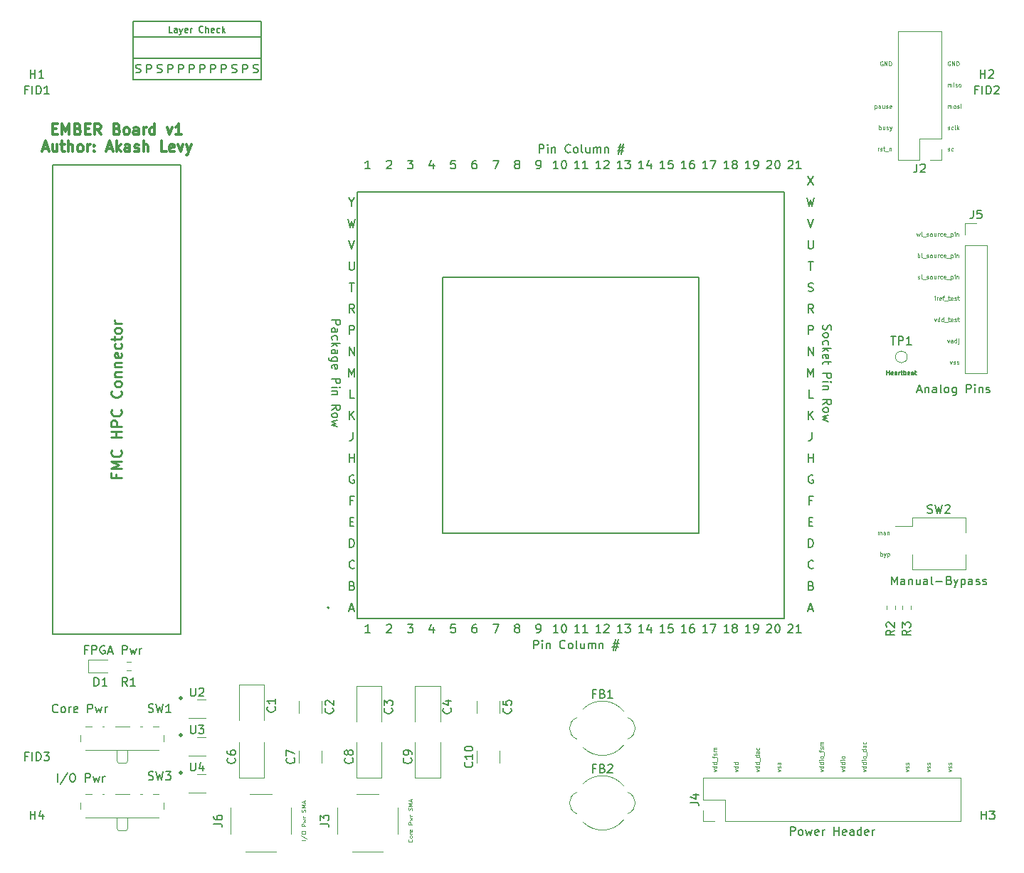
<source format=gbr>
G04 #@! TF.GenerationSoftware,KiCad,Pcbnew,(6.0.9-0)*
G04 #@! TF.CreationDate,2023-01-13T15:28:51-08:00*
G04 #@! TF.ProjectId,ember-pcb,656d6265-722d-4706-9362-2e6b69636164,rev?*
G04 #@! TF.SameCoordinates,Original*
G04 #@! TF.FileFunction,Legend,Top*
G04 #@! TF.FilePolarity,Positive*
%FSLAX46Y46*%
G04 Gerber Fmt 4.6, Leading zero omitted, Abs format (unit mm)*
G04 Created by KiCad (PCBNEW (6.0.9-0)) date 2023-01-13 15:28:51*
%MOMM*%
%LPD*%
G01*
G04 APERTURE LIST*
%ADD10C,0.150000*%
%ADD11C,0.200000*%
%ADD12C,0.125000*%
%ADD13C,0.317500*%
%ADD14C,0.300000*%
%ADD15C,0.127000*%
%ADD16C,0.254000*%
%ADD17C,0.120000*%
G04 APERTURE END LIST*
D10*
X120680000Y-109430000D02*
X151160000Y-109430000D01*
X151160000Y-109430000D02*
X151160000Y-78950000D01*
X151160000Y-78950000D02*
X120680000Y-78950000D01*
X120680000Y-78950000D02*
X120680000Y-109430000D01*
D11*
X74325000Y-65615000D02*
X89565000Y-65615000D01*
X89565000Y-65615000D02*
X89565000Y-121495000D01*
X89565000Y-121495000D02*
X74325000Y-121495000D01*
X74325000Y-121495000D02*
X74325000Y-65615000D01*
D10*
X83850000Y-52915000D02*
X99090000Y-52915000D01*
X99090000Y-52915000D02*
X99090000Y-55455000D01*
X99090000Y-55455000D02*
X83850000Y-55455000D01*
X83850000Y-55455000D02*
X83850000Y-52915000D01*
X83850000Y-48470000D02*
X99090000Y-48470000D01*
X99090000Y-48470000D02*
X99090000Y-50375000D01*
X99090000Y-50375000D02*
X83850000Y-50375000D01*
X83850000Y-50375000D02*
X83850000Y-48470000D01*
X83850000Y-50375000D02*
X99090000Y-50375000D01*
X99090000Y-50375000D02*
X99090000Y-52915000D01*
X99090000Y-52915000D02*
X83850000Y-52915000D01*
X83850000Y-52915000D02*
X83850000Y-50375000D01*
X110520000Y-119590000D02*
X161320000Y-119590000D01*
X161320000Y-119590000D02*
X161320000Y-68790000D01*
X161320000Y-68790000D02*
X110520000Y-68790000D01*
X110520000Y-68790000D02*
X110520000Y-119590000D01*
X139539523Y-66067380D02*
X138968095Y-66067380D01*
X139253809Y-66067380D02*
X139253809Y-65067380D01*
X139158571Y-65210238D01*
X139063333Y-65305476D01*
X138968095Y-65353095D01*
X139920476Y-65162619D02*
X139968095Y-65115000D01*
X140063333Y-65067380D01*
X140301428Y-65067380D01*
X140396666Y-65115000D01*
X140444285Y-65162619D01*
X140491904Y-65257857D01*
X140491904Y-65353095D01*
X140444285Y-65495952D01*
X139872857Y-66067380D01*
X140491904Y-66067380D01*
X109599285Y-77132380D02*
X109599285Y-77941904D01*
X109646904Y-78037142D01*
X109694523Y-78084761D01*
X109789761Y-78132380D01*
X109980238Y-78132380D01*
X110075476Y-78084761D01*
X110123095Y-78037142D01*
X110170714Y-77941904D01*
X110170714Y-77132380D01*
X164209285Y-88292380D02*
X164209285Y-87292380D01*
X164780714Y-88292380D01*
X164780714Y-87292380D01*
X112075714Y-66067380D02*
X111504285Y-66067380D01*
X111790000Y-66067380D02*
X111790000Y-65067380D01*
X111694761Y-65210238D01*
X111599523Y-65305476D01*
X111504285Y-65353095D01*
X110194523Y-93372380D02*
X109718333Y-93372380D01*
X109718333Y-92372380D01*
D12*
X173049892Y-53300000D02*
X173002273Y-53276190D01*
X172930845Y-53276190D01*
X172859416Y-53300000D01*
X172811797Y-53347619D01*
X172787988Y-53395238D01*
X172764178Y-53490476D01*
X172764178Y-53561904D01*
X172787988Y-53657142D01*
X172811797Y-53704761D01*
X172859416Y-53752380D01*
X172930845Y-53776190D01*
X172978464Y-53776190D01*
X173049892Y-53752380D01*
X173073702Y-53728571D01*
X173073702Y-53561904D01*
X172978464Y-53561904D01*
X173287988Y-53776190D02*
X173287988Y-53276190D01*
X173573702Y-53776190D01*
X173573702Y-53276190D01*
X173811797Y-53776190D02*
X173811797Y-53276190D01*
X173930845Y-53276190D01*
X174002273Y-53300000D01*
X174049892Y-53347619D01*
X174073702Y-53395238D01*
X174097511Y-53490476D01*
X174097511Y-53561904D01*
X174073702Y-53657142D01*
X174049892Y-53704761D01*
X174002273Y-53752380D01*
X173930845Y-53776190D01*
X173811797Y-53776190D01*
D10*
X109551666Y-74592380D02*
X109885000Y-75592380D01*
X110218333Y-74592380D01*
X147159523Y-66067380D02*
X146588095Y-66067380D01*
X146873809Y-66067380D02*
X146873809Y-65067380D01*
X146778571Y-65210238D01*
X146683333Y-65305476D01*
X146588095Y-65353095D01*
X148064285Y-65067380D02*
X147588095Y-65067380D01*
X147540476Y-65543571D01*
X147588095Y-65495952D01*
X147683333Y-65448333D01*
X147921428Y-65448333D01*
X148016666Y-65495952D01*
X148064285Y-65543571D01*
X148111904Y-65638809D01*
X148111904Y-65876904D01*
X148064285Y-65972142D01*
X148016666Y-66019761D01*
X147921428Y-66067380D01*
X147683333Y-66067380D01*
X147588095Y-66019761D01*
X147540476Y-65972142D01*
X84199285Y-54589761D02*
X84342142Y-54637380D01*
X84580238Y-54637380D01*
X84675476Y-54589761D01*
X84723095Y-54542142D01*
X84770714Y-54446904D01*
X84770714Y-54351666D01*
X84723095Y-54256428D01*
X84675476Y-54208809D01*
X84580238Y-54161190D01*
X84389761Y-54113571D01*
X84294523Y-54065952D01*
X84246904Y-54018333D01*
X84199285Y-53923095D01*
X84199285Y-53827857D01*
X84246904Y-53732619D01*
X84294523Y-53685000D01*
X84389761Y-53637380D01*
X84627857Y-53637380D01*
X84770714Y-53685000D01*
X147159523Y-121312380D02*
X146588095Y-121312380D01*
X146873809Y-121312380D02*
X146873809Y-120312380D01*
X146778571Y-120455238D01*
X146683333Y-120550476D01*
X146588095Y-120598095D01*
X148064285Y-120312380D02*
X147588095Y-120312380D01*
X147540476Y-120788571D01*
X147588095Y-120740952D01*
X147683333Y-120693333D01*
X147921428Y-120693333D01*
X148016666Y-120740952D01*
X148064285Y-120788571D01*
X148111904Y-120883809D01*
X148111904Y-121121904D01*
X148064285Y-121217142D01*
X148016666Y-121264761D01*
X147921428Y-121312380D01*
X147683333Y-121312380D01*
X147588095Y-121264761D01*
X147540476Y-121217142D01*
D13*
X74294761Y-61326935D02*
X74718095Y-61326935D01*
X74899523Y-61992173D02*
X74294761Y-61992173D01*
X74294761Y-60722173D01*
X74899523Y-60722173D01*
X75443809Y-61992173D02*
X75443809Y-60722173D01*
X75867142Y-61629316D01*
X76290476Y-60722173D01*
X76290476Y-61992173D01*
X77318571Y-61326935D02*
X77500000Y-61387411D01*
X77560476Y-61447888D01*
X77620952Y-61568840D01*
X77620952Y-61750269D01*
X77560476Y-61871221D01*
X77500000Y-61931697D01*
X77379047Y-61992173D01*
X76895238Y-61992173D01*
X76895238Y-60722173D01*
X77318571Y-60722173D01*
X77439523Y-60782650D01*
X77500000Y-60843126D01*
X77560476Y-60964078D01*
X77560476Y-61085030D01*
X77500000Y-61205983D01*
X77439523Y-61266459D01*
X77318571Y-61326935D01*
X76895238Y-61326935D01*
X78165238Y-61326935D02*
X78588571Y-61326935D01*
X78770000Y-61992173D02*
X78165238Y-61992173D01*
X78165238Y-60722173D01*
X78770000Y-60722173D01*
X80040000Y-61992173D02*
X79616666Y-61387411D01*
X79314285Y-61992173D02*
X79314285Y-60722173D01*
X79798095Y-60722173D01*
X79919047Y-60782650D01*
X79979523Y-60843126D01*
X80040000Y-60964078D01*
X80040000Y-61145507D01*
X79979523Y-61266459D01*
X79919047Y-61326935D01*
X79798095Y-61387411D01*
X79314285Y-61387411D01*
X81975238Y-61326935D02*
X82156666Y-61387411D01*
X82217142Y-61447888D01*
X82277619Y-61568840D01*
X82277619Y-61750269D01*
X82217142Y-61871221D01*
X82156666Y-61931697D01*
X82035714Y-61992173D01*
X81551904Y-61992173D01*
X81551904Y-60722173D01*
X81975238Y-60722173D01*
X82096190Y-60782650D01*
X82156666Y-60843126D01*
X82217142Y-60964078D01*
X82217142Y-61085030D01*
X82156666Y-61205983D01*
X82096190Y-61266459D01*
X81975238Y-61326935D01*
X81551904Y-61326935D01*
X83003333Y-61992173D02*
X82882380Y-61931697D01*
X82821904Y-61871221D01*
X82761428Y-61750269D01*
X82761428Y-61387411D01*
X82821904Y-61266459D01*
X82882380Y-61205983D01*
X83003333Y-61145507D01*
X83184761Y-61145507D01*
X83305714Y-61205983D01*
X83366190Y-61266459D01*
X83426666Y-61387411D01*
X83426666Y-61750269D01*
X83366190Y-61871221D01*
X83305714Y-61931697D01*
X83184761Y-61992173D01*
X83003333Y-61992173D01*
X84515238Y-61992173D02*
X84515238Y-61326935D01*
X84454761Y-61205983D01*
X84333809Y-61145507D01*
X84091904Y-61145507D01*
X83970952Y-61205983D01*
X84515238Y-61931697D02*
X84394285Y-61992173D01*
X84091904Y-61992173D01*
X83970952Y-61931697D01*
X83910476Y-61810745D01*
X83910476Y-61689792D01*
X83970952Y-61568840D01*
X84091904Y-61508364D01*
X84394285Y-61508364D01*
X84515238Y-61447888D01*
X85120000Y-61992173D02*
X85120000Y-61145507D01*
X85120000Y-61387411D02*
X85180476Y-61266459D01*
X85240952Y-61205983D01*
X85361904Y-61145507D01*
X85482857Y-61145507D01*
X86450476Y-61992173D02*
X86450476Y-60722173D01*
X86450476Y-61931697D02*
X86329523Y-61992173D01*
X86087619Y-61992173D01*
X85966666Y-61931697D01*
X85906190Y-61871221D01*
X85845714Y-61750269D01*
X85845714Y-61387411D01*
X85906190Y-61266459D01*
X85966666Y-61205983D01*
X86087619Y-61145507D01*
X86329523Y-61145507D01*
X86450476Y-61205983D01*
X87901904Y-61145507D02*
X88204285Y-61992173D01*
X88506666Y-61145507D01*
X89655714Y-61992173D02*
X88930000Y-61992173D01*
X89292857Y-61992173D02*
X89292857Y-60722173D01*
X89171904Y-60903602D01*
X89050952Y-61024554D01*
X88930000Y-61085030D01*
X73145714Y-63674016D02*
X73750476Y-63674016D01*
X73024761Y-64036873D02*
X73448095Y-62766873D01*
X73871428Y-64036873D01*
X74839047Y-63190207D02*
X74839047Y-64036873D01*
X74294761Y-63190207D02*
X74294761Y-63855445D01*
X74355238Y-63976397D01*
X74476190Y-64036873D01*
X74657619Y-64036873D01*
X74778571Y-63976397D01*
X74839047Y-63915921D01*
X75262380Y-63190207D02*
X75746190Y-63190207D01*
X75443809Y-62766873D02*
X75443809Y-63855445D01*
X75504285Y-63976397D01*
X75625238Y-64036873D01*
X75746190Y-64036873D01*
X76169523Y-64036873D02*
X76169523Y-62766873D01*
X76713809Y-64036873D02*
X76713809Y-63371635D01*
X76653333Y-63250683D01*
X76532380Y-63190207D01*
X76350952Y-63190207D01*
X76230000Y-63250683D01*
X76169523Y-63311159D01*
X77500000Y-64036873D02*
X77379047Y-63976397D01*
X77318571Y-63915921D01*
X77258095Y-63794969D01*
X77258095Y-63432111D01*
X77318571Y-63311159D01*
X77379047Y-63250683D01*
X77500000Y-63190207D01*
X77681428Y-63190207D01*
X77802380Y-63250683D01*
X77862857Y-63311159D01*
X77923333Y-63432111D01*
X77923333Y-63794969D01*
X77862857Y-63915921D01*
X77802380Y-63976397D01*
X77681428Y-64036873D01*
X77500000Y-64036873D01*
X78467619Y-64036873D02*
X78467619Y-63190207D01*
X78467619Y-63432111D02*
X78528095Y-63311159D01*
X78588571Y-63250683D01*
X78709523Y-63190207D01*
X78830476Y-63190207D01*
X79253809Y-63915921D02*
X79314285Y-63976397D01*
X79253809Y-64036873D01*
X79193333Y-63976397D01*
X79253809Y-63915921D01*
X79253809Y-64036873D01*
X79253809Y-63250683D02*
X79314285Y-63311159D01*
X79253809Y-63371635D01*
X79193333Y-63311159D01*
X79253809Y-63250683D01*
X79253809Y-63371635D01*
X80765714Y-63674016D02*
X81370476Y-63674016D01*
X80644761Y-64036873D02*
X81068095Y-62766873D01*
X81491428Y-64036873D01*
X81914761Y-64036873D02*
X81914761Y-62766873D01*
X82035714Y-63553064D02*
X82398571Y-64036873D01*
X82398571Y-63190207D02*
X81914761Y-63674016D01*
X83487142Y-64036873D02*
X83487142Y-63371635D01*
X83426666Y-63250683D01*
X83305714Y-63190207D01*
X83063809Y-63190207D01*
X82942857Y-63250683D01*
X83487142Y-63976397D02*
X83366190Y-64036873D01*
X83063809Y-64036873D01*
X82942857Y-63976397D01*
X82882380Y-63855445D01*
X82882380Y-63734492D01*
X82942857Y-63613540D01*
X83063809Y-63553064D01*
X83366190Y-63553064D01*
X83487142Y-63492588D01*
X84031428Y-63976397D02*
X84152380Y-64036873D01*
X84394285Y-64036873D01*
X84515238Y-63976397D01*
X84575714Y-63855445D01*
X84575714Y-63794969D01*
X84515238Y-63674016D01*
X84394285Y-63613540D01*
X84212857Y-63613540D01*
X84091904Y-63553064D01*
X84031428Y-63432111D01*
X84031428Y-63371635D01*
X84091904Y-63250683D01*
X84212857Y-63190207D01*
X84394285Y-63190207D01*
X84515238Y-63250683D01*
X85120000Y-64036873D02*
X85120000Y-62766873D01*
X85664285Y-64036873D02*
X85664285Y-63371635D01*
X85603809Y-63250683D01*
X85482857Y-63190207D01*
X85301428Y-63190207D01*
X85180476Y-63250683D01*
X85120000Y-63311159D01*
X87841428Y-64036873D02*
X87236666Y-64036873D01*
X87236666Y-62766873D01*
X88748571Y-63976397D02*
X88627619Y-64036873D01*
X88385714Y-64036873D01*
X88264761Y-63976397D01*
X88204285Y-63855445D01*
X88204285Y-63371635D01*
X88264761Y-63250683D01*
X88385714Y-63190207D01*
X88627619Y-63190207D01*
X88748571Y-63250683D01*
X88809047Y-63371635D01*
X88809047Y-63492588D01*
X88204285Y-63613540D01*
X89232380Y-63190207D02*
X89534761Y-64036873D01*
X89837142Y-63190207D01*
X90200000Y-63190207D02*
X90502380Y-64036873D01*
X90804761Y-63190207D02*
X90502380Y-64036873D01*
X90381428Y-64339254D01*
X90320952Y-64399730D01*
X90200000Y-64460207D01*
D10*
X134459523Y-66067380D02*
X133888095Y-66067380D01*
X134173809Y-66067380D02*
X134173809Y-65067380D01*
X134078571Y-65210238D01*
X133983333Y-65305476D01*
X133888095Y-65353095D01*
X135078571Y-65067380D02*
X135173809Y-65067380D01*
X135269047Y-65115000D01*
X135316666Y-65162619D01*
X135364285Y-65257857D01*
X135411904Y-65448333D01*
X135411904Y-65686428D01*
X135364285Y-65876904D01*
X135316666Y-65972142D01*
X135269047Y-66019761D01*
X135173809Y-66067380D01*
X135078571Y-66067380D01*
X134983333Y-66019761D01*
X134935714Y-65972142D01*
X134888095Y-65876904D01*
X134840476Y-65686428D01*
X134840476Y-65448333D01*
X134888095Y-65257857D01*
X134935714Y-65162619D01*
X134983333Y-65115000D01*
X135078571Y-65067380D01*
X122188095Y-65067380D02*
X121711904Y-65067380D01*
X121664285Y-65543571D01*
X121711904Y-65495952D01*
X121807142Y-65448333D01*
X122045238Y-65448333D01*
X122140476Y-65495952D01*
X122188095Y-65543571D01*
X122235714Y-65638809D01*
X122235714Y-65876904D01*
X122188095Y-65972142D01*
X122140476Y-66019761D01*
X122045238Y-66067380D01*
X121807142Y-66067380D01*
X121711904Y-66019761D01*
X121664285Y-65972142D01*
D12*
X172772083Y-112196190D02*
X172772083Y-111696190D01*
X172772083Y-111886666D02*
X172819702Y-111862857D01*
X172914940Y-111862857D01*
X172962559Y-111886666D01*
X172986369Y-111910476D01*
X173010178Y-111958095D01*
X173010178Y-112100952D01*
X172986369Y-112148571D01*
X172962559Y-112172380D01*
X172914940Y-112196190D01*
X172819702Y-112196190D01*
X172772083Y-112172380D01*
X173176845Y-111862857D02*
X173295892Y-112196190D01*
X173414940Y-111862857D02*
X173295892Y-112196190D01*
X173248273Y-112315238D01*
X173224464Y-112339047D01*
X173176845Y-112362857D01*
X173605416Y-111862857D02*
X173605416Y-112362857D01*
X173605416Y-111886666D02*
X173653035Y-111862857D01*
X173748273Y-111862857D01*
X173795892Y-111886666D01*
X173819702Y-111910476D01*
X173843511Y-111958095D01*
X173843511Y-112100952D01*
X173819702Y-112148571D01*
X173795892Y-112172380D01*
X173748273Y-112196190D01*
X173653035Y-112196190D01*
X173605416Y-112172380D01*
X155502857Y-137847321D02*
X155836190Y-137728273D01*
X155502857Y-137609226D01*
X155836190Y-137204464D02*
X155336190Y-137204464D01*
X155812380Y-137204464D02*
X155836190Y-137252083D01*
X155836190Y-137347321D01*
X155812380Y-137394940D01*
X155788571Y-137418750D01*
X155740952Y-137442559D01*
X155598095Y-137442559D01*
X155550476Y-137418750D01*
X155526666Y-137394940D01*
X155502857Y-137347321D01*
X155502857Y-137252083D01*
X155526666Y-137204464D01*
X155836190Y-136752083D02*
X155336190Y-136752083D01*
X155812380Y-136752083D02*
X155836190Y-136799702D01*
X155836190Y-136894940D01*
X155812380Y-136942559D01*
X155788571Y-136966369D01*
X155740952Y-136990178D01*
X155598095Y-136990178D01*
X155550476Y-136966369D01*
X155526666Y-136942559D01*
X155502857Y-136894940D01*
X155502857Y-136799702D01*
X155526666Y-136752083D01*
D10*
X110027857Y-97452380D02*
X110027857Y-98166666D01*
X109980238Y-98309523D01*
X109885000Y-98404761D01*
X109742142Y-98452380D01*
X109646904Y-98452380D01*
D12*
X172486369Y-109656190D02*
X172486369Y-109322857D01*
X172486369Y-109370476D02*
X172510178Y-109346666D01*
X172557797Y-109322857D01*
X172629226Y-109322857D01*
X172676845Y-109346666D01*
X172700654Y-109394285D01*
X172700654Y-109656190D01*
X172700654Y-109394285D02*
X172724464Y-109346666D01*
X172772083Y-109322857D01*
X172843511Y-109322857D01*
X172891130Y-109346666D01*
X172914940Y-109394285D01*
X172914940Y-109656190D01*
X173367321Y-109656190D02*
X173367321Y-109394285D01*
X173343511Y-109346666D01*
X173295892Y-109322857D01*
X173200654Y-109322857D01*
X173153035Y-109346666D01*
X173367321Y-109632380D02*
X173319702Y-109656190D01*
X173200654Y-109656190D01*
X173153035Y-109632380D01*
X173129226Y-109584761D01*
X173129226Y-109537142D01*
X173153035Y-109489523D01*
X173200654Y-109465714D01*
X173319702Y-109465714D01*
X173367321Y-109441904D01*
X173605416Y-109322857D02*
X173605416Y-109656190D01*
X173605416Y-109370476D02*
X173629226Y-109346666D01*
X173676845Y-109322857D01*
X173748273Y-109322857D01*
X173795892Y-109346666D01*
X173819702Y-109394285D01*
X173819702Y-109656190D01*
D10*
X149699523Y-66067380D02*
X149128095Y-66067380D01*
X149413809Y-66067380D02*
X149413809Y-65067380D01*
X149318571Y-65210238D01*
X149223333Y-65305476D01*
X149128095Y-65353095D01*
X150556666Y-65067380D02*
X150366190Y-65067380D01*
X150270952Y-65115000D01*
X150223333Y-65162619D01*
X150128095Y-65305476D01*
X150080476Y-65495952D01*
X150080476Y-65876904D01*
X150128095Y-65972142D01*
X150175714Y-66019761D01*
X150270952Y-66067380D01*
X150461428Y-66067380D01*
X150556666Y-66019761D01*
X150604285Y-65972142D01*
X150651904Y-65876904D01*
X150651904Y-65638809D01*
X150604285Y-65543571D01*
X150556666Y-65495952D01*
X150461428Y-65448333D01*
X150270952Y-65448333D01*
X150175714Y-65495952D01*
X150128095Y-65543571D01*
X150080476Y-65638809D01*
D12*
X180824297Y-58856190D02*
X180824297Y-58522857D01*
X180824297Y-58570476D02*
X180848107Y-58546666D01*
X180895726Y-58522857D01*
X180967154Y-58522857D01*
X181014773Y-58546666D01*
X181038583Y-58594285D01*
X181038583Y-58856190D01*
X181038583Y-58594285D02*
X181062392Y-58546666D01*
X181110011Y-58522857D01*
X181181440Y-58522857D01*
X181229059Y-58546666D01*
X181252869Y-58594285D01*
X181252869Y-58856190D01*
X181562392Y-58856190D02*
X181514773Y-58832380D01*
X181490964Y-58808571D01*
X181467154Y-58760952D01*
X181467154Y-58618095D01*
X181490964Y-58570476D01*
X181514773Y-58546666D01*
X181562392Y-58522857D01*
X181633821Y-58522857D01*
X181681440Y-58546666D01*
X181705250Y-58570476D01*
X181729059Y-58618095D01*
X181729059Y-58760952D01*
X181705250Y-58808571D01*
X181681440Y-58832380D01*
X181633821Y-58856190D01*
X181562392Y-58856190D01*
X181919535Y-58832380D02*
X181967154Y-58856190D01*
X182062392Y-58856190D01*
X182110011Y-58832380D01*
X182133821Y-58784761D01*
X182133821Y-58760952D01*
X182110011Y-58713333D01*
X182062392Y-58689523D01*
X181990964Y-58689523D01*
X181943345Y-58665714D01*
X181919535Y-58618095D01*
X181919535Y-58594285D01*
X181943345Y-58546666D01*
X181990964Y-58522857D01*
X182062392Y-58522857D01*
X182110011Y-58546666D01*
X182348107Y-58856190D02*
X182348107Y-58522857D01*
X182348107Y-58356190D02*
X182324297Y-58380000D01*
X182348107Y-58403809D01*
X182371916Y-58380000D01*
X182348107Y-58356190D01*
X182348107Y-58403809D01*
D10*
X110194523Y-83212380D02*
X109861190Y-82736190D01*
X109623095Y-83212380D02*
X109623095Y-82212380D01*
X110004047Y-82212380D01*
X110099285Y-82260000D01*
X110146904Y-82307619D01*
X110194523Y-82402857D01*
X110194523Y-82545714D01*
X110146904Y-82640952D01*
X110099285Y-82688571D01*
X110004047Y-82736190D01*
X109623095Y-82736190D01*
X164804523Y-93372380D02*
X164328333Y-93372380D01*
X164328333Y-92372380D01*
X164233095Y-85752380D02*
X164233095Y-84752380D01*
X164614047Y-84752380D01*
X164709285Y-84800000D01*
X164756904Y-84847619D01*
X164804523Y-84942857D01*
X164804523Y-85085714D01*
X164756904Y-85180952D01*
X164709285Y-85228571D01*
X164614047Y-85276190D01*
X164233095Y-85276190D01*
D12*
X180800488Y-63912380D02*
X180848107Y-63936190D01*
X180943345Y-63936190D01*
X180990964Y-63912380D01*
X181014773Y-63864761D01*
X181014773Y-63840952D01*
X180990964Y-63793333D01*
X180943345Y-63769523D01*
X180871916Y-63769523D01*
X180824297Y-63745714D01*
X180800488Y-63698095D01*
X180800488Y-63674285D01*
X180824297Y-63626666D01*
X180871916Y-63602857D01*
X180943345Y-63602857D01*
X180990964Y-63626666D01*
X181443345Y-63912380D02*
X181395726Y-63936190D01*
X181300488Y-63936190D01*
X181252869Y-63912380D01*
X181229059Y-63888571D01*
X181205250Y-63840952D01*
X181205250Y-63698095D01*
X181229059Y-63650476D01*
X181252869Y-63626666D01*
X181300488Y-63602857D01*
X181395726Y-63602857D01*
X181443345Y-63626666D01*
D10*
X109670714Y-108088571D02*
X110004047Y-108088571D01*
X110146904Y-108612380D02*
X109670714Y-108612380D01*
X109670714Y-107612380D01*
X110146904Y-107612380D01*
X136999523Y-66067380D02*
X136428095Y-66067380D01*
X136713809Y-66067380D02*
X136713809Y-65067380D01*
X136618571Y-65210238D01*
X136523333Y-65305476D01*
X136428095Y-65353095D01*
X137951904Y-66067380D02*
X137380476Y-66067380D01*
X137666190Y-66067380D02*
X137666190Y-65067380D01*
X137570952Y-65210238D01*
X137475714Y-65305476D01*
X137380476Y-65353095D01*
X109646904Y-118486666D02*
X110123095Y-118486666D01*
X109551666Y-118772380D02*
X109885000Y-117772380D01*
X110218333Y-118772380D01*
D12*
X180824297Y-56316190D02*
X180824297Y-55982857D01*
X180824297Y-56030476D02*
X180848107Y-56006666D01*
X180895726Y-55982857D01*
X180967154Y-55982857D01*
X181014773Y-56006666D01*
X181038583Y-56054285D01*
X181038583Y-56316190D01*
X181038583Y-56054285D02*
X181062392Y-56006666D01*
X181110011Y-55982857D01*
X181181440Y-55982857D01*
X181229059Y-56006666D01*
X181252869Y-56054285D01*
X181252869Y-56316190D01*
X181490964Y-56316190D02*
X181490964Y-55982857D01*
X181490964Y-55816190D02*
X181467154Y-55840000D01*
X181490964Y-55863809D01*
X181514773Y-55840000D01*
X181490964Y-55816190D01*
X181490964Y-55863809D01*
X181705250Y-56292380D02*
X181752869Y-56316190D01*
X181848107Y-56316190D01*
X181895726Y-56292380D01*
X181919535Y-56244761D01*
X181919535Y-56220952D01*
X181895726Y-56173333D01*
X181848107Y-56149523D01*
X181776678Y-56149523D01*
X181729059Y-56125714D01*
X181705250Y-56078095D01*
X181705250Y-56054285D01*
X181729059Y-56006666D01*
X181776678Y-55982857D01*
X181848107Y-55982857D01*
X181895726Y-56006666D01*
X182205250Y-56316190D02*
X182157630Y-56292380D01*
X182133821Y-56268571D01*
X182110011Y-56220952D01*
X182110011Y-56078095D01*
X182133821Y-56030476D01*
X182157630Y-56006666D01*
X182205250Y-55982857D01*
X182276678Y-55982857D01*
X182324297Y-56006666D01*
X182348107Y-56030476D01*
X182371916Y-56078095D01*
X182371916Y-56220952D01*
X182348107Y-56268571D01*
X182324297Y-56292380D01*
X182276678Y-56316190D01*
X182205250Y-56316190D01*
D10*
X149699523Y-121312380D02*
X149128095Y-121312380D01*
X149413809Y-121312380D02*
X149413809Y-120312380D01*
X149318571Y-120455238D01*
X149223333Y-120550476D01*
X149128095Y-120598095D01*
X150556666Y-120312380D02*
X150366190Y-120312380D01*
X150270952Y-120360000D01*
X150223333Y-120407619D01*
X150128095Y-120550476D01*
X150080476Y-120740952D01*
X150080476Y-121121904D01*
X150128095Y-121217142D01*
X150175714Y-121264761D01*
X150270952Y-121312380D01*
X150461428Y-121312380D01*
X150556666Y-121264761D01*
X150604285Y-121217142D01*
X150651904Y-121121904D01*
X150651904Y-120883809D01*
X150604285Y-120788571D01*
X150556666Y-120740952D01*
X150461428Y-120693333D01*
X150270952Y-120693333D01*
X150175714Y-120740952D01*
X150128095Y-120788571D01*
X150080476Y-120883809D01*
X116536666Y-120312380D02*
X117155714Y-120312380D01*
X116822380Y-120693333D01*
X116965238Y-120693333D01*
X117060476Y-120740952D01*
X117108095Y-120788571D01*
X117155714Y-120883809D01*
X117155714Y-121121904D01*
X117108095Y-121217142D01*
X117060476Y-121264761D01*
X116965238Y-121312380D01*
X116679523Y-121312380D01*
X116584285Y-121264761D01*
X116536666Y-121217142D01*
X164256904Y-118486666D02*
X164733095Y-118486666D01*
X164161666Y-118772380D02*
X164495000Y-117772380D01*
X164828333Y-118772380D01*
X119600476Y-120645714D02*
X119600476Y-121312380D01*
X119362380Y-120264761D02*
X119124285Y-120979047D01*
X119743333Y-120979047D01*
X164209285Y-77132380D02*
X164780714Y-77132380D01*
X164495000Y-78132380D02*
X164495000Y-77132380D01*
X161828095Y-65162619D02*
X161875714Y-65115000D01*
X161970952Y-65067380D01*
X162209047Y-65067380D01*
X162304285Y-65115000D01*
X162351904Y-65162619D01*
X162399523Y-65257857D01*
X162399523Y-65353095D01*
X162351904Y-65495952D01*
X161780476Y-66067380D01*
X162399523Y-66067380D01*
X163351904Y-66067380D02*
X162780476Y-66067380D01*
X163066190Y-66067380D02*
X163066190Y-65067380D01*
X162970952Y-65210238D01*
X162875714Y-65305476D01*
X162780476Y-65353095D01*
X129474761Y-120740952D02*
X129379523Y-120693333D01*
X129331904Y-120645714D01*
X129284285Y-120550476D01*
X129284285Y-120502857D01*
X129331904Y-120407619D01*
X129379523Y-120360000D01*
X129474761Y-120312380D01*
X129665238Y-120312380D01*
X129760476Y-120360000D01*
X129808095Y-120407619D01*
X129855714Y-120502857D01*
X129855714Y-120550476D01*
X129808095Y-120645714D01*
X129760476Y-120693333D01*
X129665238Y-120740952D01*
X129474761Y-120740952D01*
X129379523Y-120788571D01*
X129331904Y-120836190D01*
X129284285Y-120931428D01*
X129284285Y-121121904D01*
X129331904Y-121217142D01*
X129379523Y-121264761D01*
X129474761Y-121312380D01*
X129665238Y-121312380D01*
X129760476Y-121264761D01*
X129808095Y-121217142D01*
X129855714Y-121121904D01*
X129855714Y-120931428D01*
X129808095Y-120836190D01*
X129760476Y-120788571D01*
X129665238Y-120740952D01*
D12*
X181074702Y-89002857D02*
X181193750Y-89336190D01*
X181312797Y-89002857D01*
X181479464Y-89312380D02*
X181527083Y-89336190D01*
X181622321Y-89336190D01*
X181669940Y-89312380D01*
X181693750Y-89264761D01*
X181693750Y-89240952D01*
X181669940Y-89193333D01*
X181622321Y-89169523D01*
X181550892Y-89169523D01*
X181503273Y-89145714D01*
X181479464Y-89098095D01*
X181479464Y-89074285D01*
X181503273Y-89026666D01*
X181550892Y-89002857D01*
X181622321Y-89002857D01*
X181669940Y-89026666D01*
X181884226Y-89312380D02*
X181931845Y-89336190D01*
X182027083Y-89336190D01*
X182074702Y-89312380D01*
X182098511Y-89264761D01*
X182098511Y-89240952D01*
X182074702Y-89193333D01*
X182027083Y-89169523D01*
X181955654Y-89169523D01*
X181908035Y-89145714D01*
X181884226Y-89098095D01*
X181884226Y-89074285D01*
X181908035Y-89026666D01*
X181955654Y-89002857D01*
X182027083Y-89002857D01*
X182074702Y-89026666D01*
D10*
X157319523Y-121312380D02*
X156748095Y-121312380D01*
X157033809Y-121312380D02*
X157033809Y-120312380D01*
X156938571Y-120455238D01*
X156843333Y-120550476D01*
X156748095Y-120598095D01*
X157795714Y-121312380D02*
X157986190Y-121312380D01*
X158081428Y-121264761D01*
X158129047Y-121217142D01*
X158224285Y-121074285D01*
X158271904Y-120883809D01*
X158271904Y-120502857D01*
X158224285Y-120407619D01*
X158176666Y-120360000D01*
X158081428Y-120312380D01*
X157890952Y-120312380D01*
X157795714Y-120360000D01*
X157748095Y-120407619D01*
X157700476Y-120502857D01*
X157700476Y-120740952D01*
X157748095Y-120836190D01*
X157795714Y-120883809D01*
X157890952Y-120931428D01*
X158081428Y-120931428D01*
X158176666Y-120883809D01*
X158224285Y-120836190D01*
X158271904Y-120740952D01*
X139539523Y-121312380D02*
X138968095Y-121312380D01*
X139253809Y-121312380D02*
X139253809Y-120312380D01*
X139158571Y-120455238D01*
X139063333Y-120550476D01*
X138968095Y-120598095D01*
X139920476Y-120407619D02*
X139968095Y-120360000D01*
X140063333Y-120312380D01*
X140301428Y-120312380D01*
X140396666Y-120360000D01*
X140444285Y-120407619D01*
X140491904Y-120502857D01*
X140491904Y-120598095D01*
X140444285Y-120740952D01*
X139872857Y-121312380D01*
X140491904Y-121312380D01*
X89303095Y-54637380D02*
X89303095Y-53637380D01*
X89684047Y-53637380D01*
X89779285Y-53685000D01*
X89826904Y-53732619D01*
X89874523Y-53827857D01*
X89874523Y-53970714D01*
X89826904Y-54065952D01*
X89779285Y-54113571D01*
X89684047Y-54161190D01*
X89303095Y-54161190D01*
D12*
X179193750Y-83922857D02*
X179312797Y-84256190D01*
X179431845Y-83922857D01*
X179836607Y-84256190D02*
X179836607Y-83756190D01*
X179836607Y-84232380D02*
X179788988Y-84256190D01*
X179693750Y-84256190D01*
X179646130Y-84232380D01*
X179622321Y-84208571D01*
X179598511Y-84160952D01*
X179598511Y-84018095D01*
X179622321Y-83970476D01*
X179646130Y-83946666D01*
X179693750Y-83922857D01*
X179788988Y-83922857D01*
X179836607Y-83946666D01*
X180288988Y-84256190D02*
X180288988Y-83756190D01*
X180288988Y-84232380D02*
X180241369Y-84256190D01*
X180146130Y-84256190D01*
X180098511Y-84232380D01*
X180074702Y-84208571D01*
X180050892Y-84160952D01*
X180050892Y-84018095D01*
X180074702Y-83970476D01*
X180098511Y-83946666D01*
X180146130Y-83922857D01*
X180241369Y-83922857D01*
X180288988Y-83946666D01*
X180408035Y-84303809D02*
X180788988Y-84303809D01*
X180836607Y-83922857D02*
X181027083Y-83922857D01*
X180908035Y-83756190D02*
X180908035Y-84184761D01*
X180931845Y-84232380D01*
X180979464Y-84256190D01*
X181027083Y-84256190D01*
X181384226Y-84232380D02*
X181336607Y-84256190D01*
X181241369Y-84256190D01*
X181193750Y-84232380D01*
X181169940Y-84184761D01*
X181169940Y-83994285D01*
X181193750Y-83946666D01*
X181241369Y-83922857D01*
X181336607Y-83922857D01*
X181384226Y-83946666D01*
X181408035Y-83994285D01*
X181408035Y-84041904D01*
X181169940Y-84089523D01*
X181598511Y-84232380D02*
X181646130Y-84256190D01*
X181741369Y-84256190D01*
X181788988Y-84232380D01*
X181812797Y-84184761D01*
X181812797Y-84160952D01*
X181788988Y-84113333D01*
X181741369Y-84089523D01*
X181669940Y-84089523D01*
X181622321Y-84065714D01*
X181598511Y-84018095D01*
X181598511Y-83994285D01*
X181622321Y-83946666D01*
X181669940Y-83922857D01*
X181741369Y-83922857D01*
X181788988Y-83946666D01*
X181955654Y-83922857D02*
X182146130Y-83922857D01*
X182027083Y-83756190D02*
X182027083Y-84184761D01*
X182050892Y-84232380D01*
X182098511Y-84256190D01*
X182146130Y-84256190D01*
D10*
X109599285Y-88292380D02*
X109599285Y-87292380D01*
X110170714Y-88292380D01*
X110170714Y-87292380D01*
D14*
X89565000Y-137905714D02*
X89493571Y-137977142D01*
X89565000Y-138048571D01*
X89636428Y-137977142D01*
X89565000Y-137905714D01*
X89565000Y-138048571D01*
D10*
X142079523Y-66067380D02*
X141508095Y-66067380D01*
X141793809Y-66067380D02*
X141793809Y-65067380D01*
X141698571Y-65210238D01*
X141603333Y-65305476D01*
X141508095Y-65353095D01*
X142412857Y-65067380D02*
X143031904Y-65067380D01*
X142698571Y-65448333D01*
X142841428Y-65448333D01*
X142936666Y-65495952D01*
X142984285Y-65543571D01*
X143031904Y-65638809D01*
X143031904Y-65876904D01*
X142984285Y-65972142D01*
X142936666Y-66019761D01*
X142841428Y-66067380D01*
X142555714Y-66067380D01*
X142460476Y-66019761D01*
X142412857Y-65972142D01*
D12*
X178362857Y-137847321D02*
X178696190Y-137728273D01*
X178362857Y-137609226D01*
X178672380Y-137442559D02*
X178696190Y-137394940D01*
X178696190Y-137299702D01*
X178672380Y-137252083D01*
X178624761Y-137228273D01*
X178600952Y-137228273D01*
X178553333Y-137252083D01*
X178529523Y-137299702D01*
X178529523Y-137371130D01*
X178505714Y-137418750D01*
X178458095Y-137442559D01*
X178434285Y-137442559D01*
X178386666Y-137418750D01*
X178362857Y-137371130D01*
X178362857Y-137299702D01*
X178386666Y-137252083D01*
X178672380Y-137037797D02*
X178696190Y-136990178D01*
X178696190Y-136894940D01*
X178672380Y-136847321D01*
X178624761Y-136823511D01*
X178600952Y-136823511D01*
X178553333Y-136847321D01*
X178529523Y-136894940D01*
X178529523Y-136966369D01*
X178505714Y-137013988D01*
X178458095Y-137037797D01*
X178434285Y-137037797D01*
X178386666Y-137013988D01*
X178362857Y-136966369D01*
X178362857Y-136894940D01*
X178386666Y-136847321D01*
D10*
X164804523Y-83212380D02*
X164471190Y-82736190D01*
X164233095Y-83212380D02*
X164233095Y-82212380D01*
X164614047Y-82212380D01*
X164709285Y-82260000D01*
X164756904Y-82307619D01*
X164804523Y-82402857D01*
X164804523Y-82545714D01*
X164756904Y-82640952D01*
X164709285Y-82688571D01*
X164614047Y-82736190D01*
X164233095Y-82736190D01*
X159288095Y-65162619D02*
X159335714Y-65115000D01*
X159430952Y-65067380D01*
X159669047Y-65067380D01*
X159764285Y-65115000D01*
X159811904Y-65162619D01*
X159859523Y-65257857D01*
X159859523Y-65353095D01*
X159811904Y-65495952D01*
X159240476Y-66067380D01*
X159859523Y-66067380D01*
X160478571Y-65067380D02*
X160573809Y-65067380D01*
X160669047Y-65115000D01*
X160716666Y-65162619D01*
X160764285Y-65257857D01*
X160811904Y-65448333D01*
X160811904Y-65686428D01*
X160764285Y-65876904D01*
X160716666Y-65972142D01*
X160669047Y-66019761D01*
X160573809Y-66067380D01*
X160478571Y-66067380D01*
X160383333Y-66019761D01*
X160335714Y-65972142D01*
X160288095Y-65876904D01*
X160240476Y-65686428D01*
X160240476Y-65448333D01*
X160288095Y-65257857D01*
X160335714Y-65162619D01*
X160383333Y-65115000D01*
X160478571Y-65067380D01*
X157319523Y-66067380D02*
X156748095Y-66067380D01*
X157033809Y-66067380D02*
X157033809Y-65067380D01*
X156938571Y-65210238D01*
X156843333Y-65305476D01*
X156748095Y-65353095D01*
X157795714Y-66067380D02*
X157986190Y-66067380D01*
X158081428Y-66019761D01*
X158129047Y-65972142D01*
X158224285Y-65829285D01*
X158271904Y-65638809D01*
X158271904Y-65257857D01*
X158224285Y-65162619D01*
X158176666Y-65115000D01*
X158081428Y-65067380D01*
X157890952Y-65067380D01*
X157795714Y-65115000D01*
X157748095Y-65162619D01*
X157700476Y-65257857D01*
X157700476Y-65495952D01*
X157748095Y-65591190D01*
X157795714Y-65638809D01*
X157890952Y-65686428D01*
X158081428Y-65686428D01*
X158176666Y-65638809D01*
X158224285Y-65591190D01*
X158271904Y-65495952D01*
D12*
X177098511Y-73757857D02*
X177193750Y-74091190D01*
X177288988Y-73853095D01*
X177384226Y-74091190D01*
X177479464Y-73757857D01*
X177741369Y-74091190D02*
X177693750Y-74067380D01*
X177669940Y-74019761D01*
X177669940Y-73591190D01*
X177812797Y-74138809D02*
X178193750Y-74138809D01*
X178288988Y-74067380D02*
X178336607Y-74091190D01*
X178431845Y-74091190D01*
X178479464Y-74067380D01*
X178503273Y-74019761D01*
X178503273Y-73995952D01*
X178479464Y-73948333D01*
X178431845Y-73924523D01*
X178360416Y-73924523D01*
X178312797Y-73900714D01*
X178288988Y-73853095D01*
X178288988Y-73829285D01*
X178312797Y-73781666D01*
X178360416Y-73757857D01*
X178431845Y-73757857D01*
X178479464Y-73781666D01*
X178788988Y-74091190D02*
X178741369Y-74067380D01*
X178717559Y-74043571D01*
X178693750Y-73995952D01*
X178693750Y-73853095D01*
X178717559Y-73805476D01*
X178741369Y-73781666D01*
X178788988Y-73757857D01*
X178860416Y-73757857D01*
X178908035Y-73781666D01*
X178931845Y-73805476D01*
X178955654Y-73853095D01*
X178955654Y-73995952D01*
X178931845Y-74043571D01*
X178908035Y-74067380D01*
X178860416Y-74091190D01*
X178788988Y-74091190D01*
X179384226Y-73757857D02*
X179384226Y-74091190D01*
X179169940Y-73757857D02*
X179169940Y-74019761D01*
X179193750Y-74067380D01*
X179241369Y-74091190D01*
X179312797Y-74091190D01*
X179360416Y-74067380D01*
X179384226Y-74043571D01*
X179622321Y-74091190D02*
X179622321Y-73757857D01*
X179622321Y-73853095D02*
X179646130Y-73805476D01*
X179669940Y-73781666D01*
X179717559Y-73757857D01*
X179765178Y-73757857D01*
X180146130Y-74067380D02*
X180098511Y-74091190D01*
X180003273Y-74091190D01*
X179955654Y-74067380D01*
X179931845Y-74043571D01*
X179908035Y-73995952D01*
X179908035Y-73853095D01*
X179931845Y-73805476D01*
X179955654Y-73781666D01*
X180003273Y-73757857D01*
X180098511Y-73757857D01*
X180146130Y-73781666D01*
X180550892Y-74067380D02*
X180503273Y-74091190D01*
X180408035Y-74091190D01*
X180360416Y-74067380D01*
X180336607Y-74019761D01*
X180336607Y-73829285D01*
X180360416Y-73781666D01*
X180408035Y-73757857D01*
X180503273Y-73757857D01*
X180550892Y-73781666D01*
X180574702Y-73829285D01*
X180574702Y-73876904D01*
X180336607Y-73924523D01*
X180669940Y-74138809D02*
X181050892Y-74138809D01*
X181169940Y-73757857D02*
X181169940Y-74257857D01*
X181169940Y-73781666D02*
X181217559Y-73757857D01*
X181312797Y-73757857D01*
X181360416Y-73781666D01*
X181384226Y-73805476D01*
X181408035Y-73853095D01*
X181408035Y-73995952D01*
X181384226Y-74043571D01*
X181360416Y-74067380D01*
X181312797Y-74091190D01*
X181217559Y-74091190D01*
X181169940Y-74067380D01*
X181622321Y-74091190D02*
X181622321Y-73757857D01*
X181622321Y-73591190D02*
X181598511Y-73615000D01*
X181622321Y-73638809D01*
X181646130Y-73615000D01*
X181622321Y-73591190D01*
X181622321Y-73638809D01*
X181860416Y-73757857D02*
X181860416Y-74091190D01*
X181860416Y-73805476D02*
X181884226Y-73781666D01*
X181931845Y-73757857D01*
X182003273Y-73757857D01*
X182050892Y-73781666D01*
X182074702Y-73829285D01*
X182074702Y-74091190D01*
D10*
X109623095Y-111152380D02*
X109623095Y-110152380D01*
X109861190Y-110152380D01*
X110004047Y-110200000D01*
X110099285Y-110295238D01*
X110146904Y-110390476D01*
X110194523Y-110580952D01*
X110194523Y-110723809D01*
X110146904Y-110914285D01*
X110099285Y-111009523D01*
X110004047Y-111104761D01*
X109861190Y-111152380D01*
X109623095Y-111152380D01*
X134459523Y-121312380D02*
X133888095Y-121312380D01*
X134173809Y-121312380D02*
X134173809Y-120312380D01*
X134078571Y-120455238D01*
X133983333Y-120550476D01*
X133888095Y-120598095D01*
X135078571Y-120312380D02*
X135173809Y-120312380D01*
X135269047Y-120360000D01*
X135316666Y-120407619D01*
X135364285Y-120502857D01*
X135411904Y-120693333D01*
X135411904Y-120931428D01*
X135364285Y-121121904D01*
X135316666Y-121217142D01*
X135269047Y-121264761D01*
X135173809Y-121312380D01*
X135078571Y-121312380D01*
X134983333Y-121264761D01*
X134935714Y-121217142D01*
X134888095Y-121121904D01*
X134840476Y-120931428D01*
X134840476Y-120693333D01*
X134888095Y-120502857D01*
X134935714Y-120407619D01*
X134983333Y-120360000D01*
X135078571Y-120312380D01*
D15*
X173572476Y-90609809D02*
X173572476Y-90101809D01*
X173572476Y-90343714D02*
X173862761Y-90343714D01*
X173862761Y-90609809D02*
X173862761Y-90101809D01*
X174298190Y-90585619D02*
X174249809Y-90609809D01*
X174153047Y-90609809D01*
X174104666Y-90585619D01*
X174080476Y-90537238D01*
X174080476Y-90343714D01*
X174104666Y-90295333D01*
X174153047Y-90271142D01*
X174249809Y-90271142D01*
X174298190Y-90295333D01*
X174322380Y-90343714D01*
X174322380Y-90392095D01*
X174080476Y-90440476D01*
X174757809Y-90609809D02*
X174757809Y-90343714D01*
X174733619Y-90295333D01*
X174685238Y-90271142D01*
X174588476Y-90271142D01*
X174540095Y-90295333D01*
X174757809Y-90585619D02*
X174709428Y-90609809D01*
X174588476Y-90609809D01*
X174540095Y-90585619D01*
X174515904Y-90537238D01*
X174515904Y-90488857D01*
X174540095Y-90440476D01*
X174588476Y-90416285D01*
X174709428Y-90416285D01*
X174757809Y-90392095D01*
X174999714Y-90609809D02*
X174999714Y-90271142D01*
X174999714Y-90367904D02*
X175023904Y-90319523D01*
X175048095Y-90295333D01*
X175096476Y-90271142D01*
X175144857Y-90271142D01*
X175241619Y-90271142D02*
X175435142Y-90271142D01*
X175314190Y-90101809D02*
X175314190Y-90537238D01*
X175338380Y-90585619D01*
X175386761Y-90609809D01*
X175435142Y-90609809D01*
X175604476Y-90609809D02*
X175604476Y-90101809D01*
X175604476Y-90295333D02*
X175652857Y-90271142D01*
X175749619Y-90271142D01*
X175798000Y-90295333D01*
X175822190Y-90319523D01*
X175846380Y-90367904D01*
X175846380Y-90513047D01*
X175822190Y-90561428D01*
X175798000Y-90585619D01*
X175749619Y-90609809D01*
X175652857Y-90609809D01*
X175604476Y-90585619D01*
X176257619Y-90585619D02*
X176209238Y-90609809D01*
X176112476Y-90609809D01*
X176064095Y-90585619D01*
X176039904Y-90537238D01*
X176039904Y-90343714D01*
X176064095Y-90295333D01*
X176112476Y-90271142D01*
X176209238Y-90271142D01*
X176257619Y-90295333D01*
X176281809Y-90343714D01*
X176281809Y-90392095D01*
X176039904Y-90440476D01*
X176717238Y-90609809D02*
X176717238Y-90343714D01*
X176693047Y-90295333D01*
X176644666Y-90271142D01*
X176547904Y-90271142D01*
X176499523Y-90295333D01*
X176717238Y-90585619D02*
X176668857Y-90609809D01*
X176547904Y-90609809D01*
X176499523Y-90585619D01*
X176475333Y-90537238D01*
X176475333Y-90488857D01*
X176499523Y-90440476D01*
X176547904Y-90416285D01*
X176668857Y-90416285D01*
X176717238Y-90392095D01*
X176886571Y-90271142D02*
X177080095Y-90271142D01*
X176959142Y-90101809D02*
X176959142Y-90537238D01*
X176983333Y-90585619D01*
X177031714Y-90609809D01*
X177080095Y-90609809D01*
D10*
X110146904Y-102580000D02*
X110051666Y-102532380D01*
X109908809Y-102532380D01*
X109765952Y-102580000D01*
X109670714Y-102675238D01*
X109623095Y-102770476D01*
X109575476Y-102960952D01*
X109575476Y-103103809D01*
X109623095Y-103294285D01*
X109670714Y-103389523D01*
X109765952Y-103484761D01*
X109908809Y-103532380D01*
X110004047Y-103532380D01*
X110146904Y-103484761D01*
X110194523Y-103437142D01*
X110194523Y-103103809D01*
X110004047Y-103103809D01*
X109956428Y-115708571D02*
X110099285Y-115756190D01*
X110146904Y-115803809D01*
X110194523Y-115899047D01*
X110194523Y-116041904D01*
X110146904Y-116137142D01*
X110099285Y-116184761D01*
X110004047Y-116232380D01*
X109623095Y-116232380D01*
X109623095Y-115232380D01*
X109956428Y-115232380D01*
X110051666Y-115280000D01*
X110099285Y-115327619D01*
X110146904Y-115422857D01*
X110146904Y-115518095D01*
X110099285Y-115613333D01*
X110051666Y-115660952D01*
X109956428Y-115708571D01*
X109623095Y-115708571D01*
D12*
X180800488Y-61372380D02*
X180848107Y-61396190D01*
X180943345Y-61396190D01*
X180990964Y-61372380D01*
X181014773Y-61324761D01*
X181014773Y-61300952D01*
X180990964Y-61253333D01*
X180943345Y-61229523D01*
X180871916Y-61229523D01*
X180824297Y-61205714D01*
X180800488Y-61158095D01*
X180800488Y-61134285D01*
X180824297Y-61086666D01*
X180871916Y-61062857D01*
X180943345Y-61062857D01*
X180990964Y-61086666D01*
X181443345Y-61372380D02*
X181395726Y-61396190D01*
X181300488Y-61396190D01*
X181252869Y-61372380D01*
X181229059Y-61348571D01*
X181205250Y-61300952D01*
X181205250Y-61158095D01*
X181229059Y-61110476D01*
X181252869Y-61086666D01*
X181300488Y-61062857D01*
X181395726Y-61062857D01*
X181443345Y-61086666D01*
X181729059Y-61396190D02*
X181681440Y-61372380D01*
X181657630Y-61324761D01*
X181657630Y-60896190D01*
X181919535Y-61396190D02*
X181919535Y-60896190D01*
X181967154Y-61205714D02*
X182110011Y-61396190D01*
X182110011Y-61062857D02*
X181919535Y-61253333D01*
D10*
X93113095Y-54637380D02*
X93113095Y-53637380D01*
X93494047Y-53637380D01*
X93589285Y-53685000D01*
X93636904Y-53732619D01*
X93684523Y-53827857D01*
X93684523Y-53970714D01*
X93636904Y-54065952D01*
X93589285Y-54113571D01*
X93494047Y-54161190D01*
X93113095Y-54161190D01*
D12*
X160582857Y-137847321D02*
X160916190Y-137728273D01*
X160582857Y-137609226D01*
X160892380Y-137442559D02*
X160916190Y-137394940D01*
X160916190Y-137299702D01*
X160892380Y-137252083D01*
X160844761Y-137228273D01*
X160820952Y-137228273D01*
X160773333Y-137252083D01*
X160749523Y-137299702D01*
X160749523Y-137371130D01*
X160725714Y-137418750D01*
X160678095Y-137442559D01*
X160654285Y-137442559D01*
X160606666Y-137418750D01*
X160582857Y-137371130D01*
X160582857Y-137299702D01*
X160606666Y-137252083D01*
X160916190Y-136799702D02*
X160654285Y-136799702D01*
X160606666Y-136823511D01*
X160582857Y-136871130D01*
X160582857Y-136966369D01*
X160606666Y-137013988D01*
X160892380Y-136799702D02*
X160916190Y-136847321D01*
X160916190Y-136966369D01*
X160892380Y-137013988D01*
X160844761Y-137037797D01*
X160797142Y-137037797D01*
X160749523Y-137013988D01*
X160725714Y-136966369D01*
X160725714Y-136847321D01*
X160701904Y-136799702D01*
D10*
X91843095Y-54637380D02*
X91843095Y-53637380D01*
X92224047Y-53637380D01*
X92319285Y-53685000D01*
X92366904Y-53732619D01*
X92414523Y-53827857D01*
X92414523Y-53970714D01*
X92366904Y-54065952D01*
X92319285Y-54113571D01*
X92224047Y-54161190D01*
X91843095Y-54161190D01*
X124680476Y-120312380D02*
X124490000Y-120312380D01*
X124394761Y-120360000D01*
X124347142Y-120407619D01*
X124251904Y-120550476D01*
X124204285Y-120740952D01*
X124204285Y-121121904D01*
X124251904Y-121217142D01*
X124299523Y-121264761D01*
X124394761Y-121312380D01*
X124585238Y-121312380D01*
X124680476Y-121264761D01*
X124728095Y-121217142D01*
X124775714Y-121121904D01*
X124775714Y-120883809D01*
X124728095Y-120788571D01*
X124680476Y-120740952D01*
X124585238Y-120693333D01*
X124394761Y-120693333D01*
X124299523Y-120740952D01*
X124251904Y-120788571D01*
X124204285Y-120883809D01*
X164280714Y-108088571D02*
X164614047Y-108088571D01*
X164756904Y-108612380D02*
X164280714Y-108612380D01*
X164280714Y-107612380D01*
X164756904Y-107612380D01*
D12*
X180902857Y-137847321D02*
X181236190Y-137728273D01*
X180902857Y-137609226D01*
X181212380Y-137442559D02*
X181236190Y-137394940D01*
X181236190Y-137299702D01*
X181212380Y-137252083D01*
X181164761Y-137228273D01*
X181140952Y-137228273D01*
X181093333Y-137252083D01*
X181069523Y-137299702D01*
X181069523Y-137371130D01*
X181045714Y-137418750D01*
X180998095Y-137442559D01*
X180974285Y-137442559D01*
X180926666Y-137418750D01*
X180902857Y-137371130D01*
X180902857Y-137299702D01*
X180926666Y-137252083D01*
X181212380Y-137037797D02*
X181236190Y-136990178D01*
X181236190Y-136894940D01*
X181212380Y-136847321D01*
X181164761Y-136823511D01*
X181140952Y-136823511D01*
X181093333Y-136847321D01*
X181069523Y-136894940D01*
X181069523Y-136966369D01*
X181045714Y-137013988D01*
X180998095Y-137037797D01*
X180974285Y-137037797D01*
X180926666Y-137013988D01*
X180902857Y-136966369D01*
X180902857Y-136894940D01*
X180926666Y-136847321D01*
D10*
X109599285Y-79672380D02*
X110170714Y-79672380D01*
X109885000Y-80672380D02*
X109885000Y-79672380D01*
X164756904Y-102580000D02*
X164661666Y-102532380D01*
X164518809Y-102532380D01*
X164375952Y-102580000D01*
X164280714Y-102675238D01*
X164233095Y-102770476D01*
X164185476Y-102960952D01*
X164185476Y-103103809D01*
X164233095Y-103294285D01*
X164280714Y-103389523D01*
X164375952Y-103484761D01*
X164518809Y-103532380D01*
X164614047Y-103532380D01*
X164756904Y-103484761D01*
X164804523Y-103437142D01*
X164804523Y-103103809D01*
X164614047Y-103103809D01*
X109623095Y-85752380D02*
X109623095Y-84752380D01*
X110004047Y-84752380D01*
X110099285Y-84800000D01*
X110146904Y-84847619D01*
X110194523Y-84942857D01*
X110194523Y-85085714D01*
X110146904Y-85180952D01*
X110099285Y-85228571D01*
X110004047Y-85276190D01*
X109623095Y-85276190D01*
X144619523Y-66067380D02*
X144048095Y-66067380D01*
X144333809Y-66067380D02*
X144333809Y-65067380D01*
X144238571Y-65210238D01*
X144143333Y-65305476D01*
X144048095Y-65353095D01*
X145476666Y-65400714D02*
X145476666Y-66067380D01*
X145238571Y-65019761D02*
X145000476Y-65734047D01*
X145619523Y-65734047D01*
X164804523Y-113597142D02*
X164756904Y-113644761D01*
X164614047Y-113692380D01*
X164518809Y-113692380D01*
X164375952Y-113644761D01*
X164280714Y-113549523D01*
X164233095Y-113454285D01*
X164185476Y-113263809D01*
X164185476Y-113120952D01*
X164233095Y-112930476D01*
X164280714Y-112835238D01*
X164375952Y-112740000D01*
X164518809Y-112692380D01*
X164614047Y-112692380D01*
X164756904Y-112740000D01*
X164804523Y-112787619D01*
X88530857Y-49830714D02*
X88168000Y-49830714D01*
X88168000Y-49068714D01*
X89111428Y-49830714D02*
X89111428Y-49431571D01*
X89075142Y-49359000D01*
X89002571Y-49322714D01*
X88857428Y-49322714D01*
X88784857Y-49359000D01*
X89111428Y-49794428D02*
X89038857Y-49830714D01*
X88857428Y-49830714D01*
X88784857Y-49794428D01*
X88748571Y-49721857D01*
X88748571Y-49649285D01*
X88784857Y-49576714D01*
X88857428Y-49540428D01*
X89038857Y-49540428D01*
X89111428Y-49504142D01*
X89401714Y-49322714D02*
X89583142Y-49830714D01*
X89764571Y-49322714D02*
X89583142Y-49830714D01*
X89510571Y-50012142D01*
X89474285Y-50048428D01*
X89401714Y-50084714D01*
X90345142Y-49794428D02*
X90272571Y-49830714D01*
X90127428Y-49830714D01*
X90054857Y-49794428D01*
X90018571Y-49721857D01*
X90018571Y-49431571D01*
X90054857Y-49359000D01*
X90127428Y-49322714D01*
X90272571Y-49322714D01*
X90345142Y-49359000D01*
X90381428Y-49431571D01*
X90381428Y-49504142D01*
X90018571Y-49576714D01*
X90708000Y-49830714D02*
X90708000Y-49322714D01*
X90708000Y-49467857D02*
X90744285Y-49395285D01*
X90780571Y-49359000D01*
X90853142Y-49322714D01*
X90925714Y-49322714D01*
X92195714Y-49758142D02*
X92159428Y-49794428D01*
X92050571Y-49830714D01*
X91978000Y-49830714D01*
X91869142Y-49794428D01*
X91796571Y-49721857D01*
X91760285Y-49649285D01*
X91724000Y-49504142D01*
X91724000Y-49395285D01*
X91760285Y-49250142D01*
X91796571Y-49177571D01*
X91869142Y-49105000D01*
X91978000Y-49068714D01*
X92050571Y-49068714D01*
X92159428Y-49105000D01*
X92195714Y-49141285D01*
X92522285Y-49830714D02*
X92522285Y-49068714D01*
X92848857Y-49830714D02*
X92848857Y-49431571D01*
X92812571Y-49359000D01*
X92740000Y-49322714D01*
X92631142Y-49322714D01*
X92558571Y-49359000D01*
X92522285Y-49395285D01*
X93502000Y-49794428D02*
X93429428Y-49830714D01*
X93284285Y-49830714D01*
X93211714Y-49794428D01*
X93175428Y-49721857D01*
X93175428Y-49431571D01*
X93211714Y-49359000D01*
X93284285Y-49322714D01*
X93429428Y-49322714D01*
X93502000Y-49359000D01*
X93538285Y-49431571D01*
X93538285Y-49504142D01*
X93175428Y-49576714D01*
X94191428Y-49794428D02*
X94118857Y-49830714D01*
X93973714Y-49830714D01*
X93901142Y-49794428D01*
X93864857Y-49758142D01*
X93828571Y-49685571D01*
X93828571Y-49467857D01*
X93864857Y-49395285D01*
X93901142Y-49359000D01*
X93973714Y-49322714D01*
X94118857Y-49322714D01*
X94191428Y-49359000D01*
X94518000Y-49830714D02*
X94518000Y-49068714D01*
X94590571Y-49540428D02*
X94808285Y-49830714D01*
X94808285Y-49322714D02*
X94518000Y-49613000D01*
D12*
X170742857Y-137847321D02*
X171076190Y-137728273D01*
X170742857Y-137609226D01*
X171076190Y-137204464D02*
X170576190Y-137204464D01*
X171052380Y-137204464D02*
X171076190Y-137252083D01*
X171076190Y-137347321D01*
X171052380Y-137394940D01*
X171028571Y-137418750D01*
X170980952Y-137442559D01*
X170838095Y-137442559D01*
X170790476Y-137418750D01*
X170766666Y-137394940D01*
X170742857Y-137347321D01*
X170742857Y-137252083D01*
X170766666Y-137204464D01*
X171076190Y-136752083D02*
X170576190Y-136752083D01*
X171052380Y-136752083D02*
X171076190Y-136799702D01*
X171076190Y-136894940D01*
X171052380Y-136942559D01*
X171028571Y-136966369D01*
X170980952Y-136990178D01*
X170838095Y-136990178D01*
X170790476Y-136966369D01*
X170766666Y-136942559D01*
X170742857Y-136894940D01*
X170742857Y-136799702D01*
X170766666Y-136752083D01*
X171076190Y-136513988D02*
X170742857Y-136513988D01*
X170576190Y-136513988D02*
X170600000Y-136537797D01*
X170623809Y-136513988D01*
X170600000Y-136490178D01*
X170576190Y-136513988D01*
X170623809Y-136513988D01*
X171076190Y-136204464D02*
X171052380Y-136252083D01*
X171028571Y-136275892D01*
X170980952Y-136299702D01*
X170838095Y-136299702D01*
X170790476Y-136275892D01*
X170766666Y-136252083D01*
X170742857Y-136204464D01*
X170742857Y-136133035D01*
X170766666Y-136085416D01*
X170790476Y-136061607D01*
X170838095Y-136037797D01*
X170980952Y-136037797D01*
X171028571Y-136061607D01*
X171052380Y-136085416D01*
X171076190Y-136133035D01*
X171076190Y-136204464D01*
X171123809Y-135942559D02*
X171123809Y-135561607D01*
X171076190Y-135228273D02*
X170576190Y-135228273D01*
X171052380Y-135228273D02*
X171076190Y-135275892D01*
X171076190Y-135371130D01*
X171052380Y-135418750D01*
X171028571Y-135442559D01*
X170980952Y-135466369D01*
X170838095Y-135466369D01*
X170790476Y-135442559D01*
X170766666Y-135418750D01*
X170742857Y-135371130D01*
X170742857Y-135275892D01*
X170766666Y-135228273D01*
X171076190Y-134775892D02*
X170814285Y-134775892D01*
X170766666Y-134799702D01*
X170742857Y-134847321D01*
X170742857Y-134942559D01*
X170766666Y-134990178D01*
X171052380Y-134775892D02*
X171076190Y-134823511D01*
X171076190Y-134942559D01*
X171052380Y-134990178D01*
X171004761Y-135013988D01*
X170957142Y-135013988D01*
X170909523Y-134990178D01*
X170885714Y-134942559D01*
X170885714Y-134823511D01*
X170861904Y-134775892D01*
X171052380Y-134323511D02*
X171076190Y-134371130D01*
X171076190Y-134466369D01*
X171052380Y-134513988D01*
X171028571Y-134537797D01*
X170980952Y-134561607D01*
X170838095Y-134561607D01*
X170790476Y-134537797D01*
X170766666Y-134513988D01*
X170742857Y-134466369D01*
X170742857Y-134371130D01*
X170766666Y-134323511D01*
X180741369Y-86462857D02*
X180860416Y-86796190D01*
X180979464Y-86462857D01*
X181384226Y-86796190D02*
X181384226Y-86534285D01*
X181360416Y-86486666D01*
X181312797Y-86462857D01*
X181217559Y-86462857D01*
X181169940Y-86486666D01*
X181384226Y-86772380D02*
X181336607Y-86796190D01*
X181217559Y-86796190D01*
X181169940Y-86772380D01*
X181146130Y-86724761D01*
X181146130Y-86677142D01*
X181169940Y-86629523D01*
X181217559Y-86605714D01*
X181336607Y-86605714D01*
X181384226Y-86581904D01*
X181836607Y-86796190D02*
X181836607Y-86296190D01*
X181836607Y-86772380D02*
X181788988Y-86796190D01*
X181693750Y-86796190D01*
X181646130Y-86772380D01*
X181622321Y-86748571D01*
X181598511Y-86700952D01*
X181598511Y-86558095D01*
X181622321Y-86510476D01*
X181646130Y-86486666D01*
X181693750Y-86462857D01*
X181788988Y-86462857D01*
X181836607Y-86486666D01*
X182074702Y-86462857D02*
X182074702Y-86891428D01*
X182050892Y-86939047D01*
X182003273Y-86962857D01*
X181979464Y-86962857D01*
X182074702Y-86296190D02*
X182050892Y-86320000D01*
X182074702Y-86343809D01*
X182098511Y-86320000D01*
X182074702Y-86296190D01*
X182074702Y-86343809D01*
D10*
X164209285Y-74592380D02*
X164209285Y-75401904D01*
X164256904Y-75497142D01*
X164304523Y-75544761D01*
X164399761Y-75592380D01*
X164590238Y-75592380D01*
X164685476Y-75544761D01*
X164733095Y-75497142D01*
X164780714Y-75401904D01*
X164780714Y-74592380D01*
X132190000Y-64162380D02*
X132190000Y-63162380D01*
X132570952Y-63162380D01*
X132666190Y-63210000D01*
X132713809Y-63257619D01*
X132761428Y-63352857D01*
X132761428Y-63495714D01*
X132713809Y-63590952D01*
X132666190Y-63638571D01*
X132570952Y-63686190D01*
X132190000Y-63686190D01*
X133190000Y-64162380D02*
X133190000Y-63495714D01*
X133190000Y-63162380D02*
X133142380Y-63210000D01*
X133190000Y-63257619D01*
X133237619Y-63210000D01*
X133190000Y-63162380D01*
X133190000Y-63257619D01*
X133666190Y-63495714D02*
X133666190Y-64162380D01*
X133666190Y-63590952D02*
X133713809Y-63543333D01*
X133809047Y-63495714D01*
X133951904Y-63495714D01*
X134047142Y-63543333D01*
X134094761Y-63638571D01*
X134094761Y-64162380D01*
X135904285Y-64067142D02*
X135856666Y-64114761D01*
X135713809Y-64162380D01*
X135618571Y-64162380D01*
X135475714Y-64114761D01*
X135380476Y-64019523D01*
X135332857Y-63924285D01*
X135285238Y-63733809D01*
X135285238Y-63590952D01*
X135332857Y-63400476D01*
X135380476Y-63305238D01*
X135475714Y-63210000D01*
X135618571Y-63162380D01*
X135713809Y-63162380D01*
X135856666Y-63210000D01*
X135904285Y-63257619D01*
X136475714Y-64162380D02*
X136380476Y-64114761D01*
X136332857Y-64067142D01*
X136285238Y-63971904D01*
X136285238Y-63686190D01*
X136332857Y-63590952D01*
X136380476Y-63543333D01*
X136475714Y-63495714D01*
X136618571Y-63495714D01*
X136713809Y-63543333D01*
X136761428Y-63590952D01*
X136809047Y-63686190D01*
X136809047Y-63971904D01*
X136761428Y-64067142D01*
X136713809Y-64114761D01*
X136618571Y-64162380D01*
X136475714Y-64162380D01*
X137380476Y-64162380D02*
X137285238Y-64114761D01*
X137237619Y-64019523D01*
X137237619Y-63162380D01*
X138190000Y-63495714D02*
X138190000Y-64162380D01*
X137761428Y-63495714D02*
X137761428Y-64019523D01*
X137809047Y-64114761D01*
X137904285Y-64162380D01*
X138047142Y-64162380D01*
X138142380Y-64114761D01*
X138190000Y-64067142D01*
X138666190Y-64162380D02*
X138666190Y-63495714D01*
X138666190Y-63590952D02*
X138713809Y-63543333D01*
X138809047Y-63495714D01*
X138951904Y-63495714D01*
X139047142Y-63543333D01*
X139094761Y-63638571D01*
X139094761Y-64162380D01*
X139094761Y-63638571D02*
X139142380Y-63543333D01*
X139237619Y-63495714D01*
X139380476Y-63495714D01*
X139475714Y-63543333D01*
X139523333Y-63638571D01*
X139523333Y-64162380D01*
X139999523Y-63495714D02*
X139999523Y-64162380D01*
X139999523Y-63590952D02*
X140047142Y-63543333D01*
X140142380Y-63495714D01*
X140285238Y-63495714D01*
X140380476Y-63543333D01*
X140428095Y-63638571D01*
X140428095Y-64162380D01*
X141618571Y-63495714D02*
X142332857Y-63495714D01*
X141904285Y-63067142D02*
X141618571Y-64352857D01*
X142237619Y-63924285D02*
X141523333Y-63924285D01*
X141951904Y-64352857D02*
X142237619Y-63067142D01*
D12*
X158042857Y-137847321D02*
X158376190Y-137728273D01*
X158042857Y-137609226D01*
X158376190Y-137204464D02*
X157876190Y-137204464D01*
X158352380Y-137204464D02*
X158376190Y-137252083D01*
X158376190Y-137347321D01*
X158352380Y-137394940D01*
X158328571Y-137418750D01*
X158280952Y-137442559D01*
X158138095Y-137442559D01*
X158090476Y-137418750D01*
X158066666Y-137394940D01*
X158042857Y-137347321D01*
X158042857Y-137252083D01*
X158066666Y-137204464D01*
X158376190Y-136752083D02*
X157876190Y-136752083D01*
X158352380Y-136752083D02*
X158376190Y-136799702D01*
X158376190Y-136894940D01*
X158352380Y-136942559D01*
X158328571Y-136966369D01*
X158280952Y-136990178D01*
X158138095Y-136990178D01*
X158090476Y-136966369D01*
X158066666Y-136942559D01*
X158042857Y-136894940D01*
X158042857Y-136799702D01*
X158066666Y-136752083D01*
X158423809Y-136633035D02*
X158423809Y-136252083D01*
X158376190Y-135918750D02*
X157876190Y-135918750D01*
X158352380Y-135918750D02*
X158376190Y-135966369D01*
X158376190Y-136061607D01*
X158352380Y-136109226D01*
X158328571Y-136133035D01*
X158280952Y-136156845D01*
X158138095Y-136156845D01*
X158090476Y-136133035D01*
X158066666Y-136109226D01*
X158042857Y-136061607D01*
X158042857Y-135966369D01*
X158066666Y-135918750D01*
X158376190Y-135466369D02*
X158114285Y-135466369D01*
X158066666Y-135490178D01*
X158042857Y-135537797D01*
X158042857Y-135633035D01*
X158066666Y-135680654D01*
X158352380Y-135466369D02*
X158376190Y-135513988D01*
X158376190Y-135633035D01*
X158352380Y-135680654D01*
X158304761Y-135704464D01*
X158257142Y-135704464D01*
X158209523Y-135680654D01*
X158185714Y-135633035D01*
X158185714Y-135513988D01*
X158161904Y-135466369D01*
X158352380Y-135013988D02*
X158376190Y-135061607D01*
X158376190Y-135156845D01*
X158352380Y-135204464D01*
X158328571Y-135228273D01*
X158280952Y-135252083D01*
X158138095Y-135252083D01*
X158090476Y-135228273D01*
X158066666Y-135204464D01*
X158042857Y-135156845D01*
X158042857Y-135061607D01*
X158066666Y-135013988D01*
D10*
X119600476Y-65400714D02*
X119600476Y-66067380D01*
X119362380Y-65019761D02*
X119124285Y-65734047D01*
X119743333Y-65734047D01*
X136999523Y-121312380D02*
X136428095Y-121312380D01*
X136713809Y-121312380D02*
X136713809Y-120312380D01*
X136618571Y-120455238D01*
X136523333Y-120550476D01*
X136428095Y-120598095D01*
X137951904Y-121312380D02*
X137380476Y-121312380D01*
X137666190Y-121312380D02*
X137666190Y-120312380D01*
X137570952Y-120455238D01*
X137475714Y-120550476D01*
X137380476Y-120598095D01*
D12*
X172121321Y-58522857D02*
X172121321Y-59022857D01*
X172121321Y-58546666D02*
X172168940Y-58522857D01*
X172264178Y-58522857D01*
X172311797Y-58546666D01*
X172335607Y-58570476D01*
X172359416Y-58618095D01*
X172359416Y-58760952D01*
X172335607Y-58808571D01*
X172311797Y-58832380D01*
X172264178Y-58856190D01*
X172168940Y-58856190D01*
X172121321Y-58832380D01*
X172787988Y-58856190D02*
X172787988Y-58594285D01*
X172764178Y-58546666D01*
X172716559Y-58522857D01*
X172621321Y-58522857D01*
X172573702Y-58546666D01*
X172787988Y-58832380D02*
X172740369Y-58856190D01*
X172621321Y-58856190D01*
X172573702Y-58832380D01*
X172549892Y-58784761D01*
X172549892Y-58737142D01*
X172573702Y-58689523D01*
X172621321Y-58665714D01*
X172740369Y-58665714D01*
X172787988Y-58641904D01*
X173240369Y-58522857D02*
X173240369Y-58856190D01*
X173026083Y-58522857D02*
X173026083Y-58784761D01*
X173049892Y-58832380D01*
X173097511Y-58856190D01*
X173168940Y-58856190D01*
X173216559Y-58832380D01*
X173240369Y-58808571D01*
X173454654Y-58832380D02*
X173502273Y-58856190D01*
X173597511Y-58856190D01*
X173645130Y-58832380D01*
X173668940Y-58784761D01*
X173668940Y-58760952D01*
X173645130Y-58713333D01*
X173597511Y-58689523D01*
X173526083Y-58689523D01*
X173478464Y-58665714D01*
X173454654Y-58618095D01*
X173454654Y-58594285D01*
X173478464Y-58546666D01*
X173526083Y-58522857D01*
X173597511Y-58522857D01*
X173645130Y-58546666D01*
X174073702Y-58832380D02*
X174026083Y-58856190D01*
X173930845Y-58856190D01*
X173883226Y-58832380D01*
X173859416Y-58784761D01*
X173859416Y-58594285D01*
X173883226Y-58546666D01*
X173930845Y-58522857D01*
X174026083Y-58522857D01*
X174073702Y-58546666D01*
X174097511Y-58594285D01*
X174097511Y-58641904D01*
X173859416Y-58689523D01*
D10*
X109623095Y-95912380D02*
X109623095Y-94912380D01*
X110194523Y-95912380D02*
X109765952Y-95340952D01*
X110194523Y-94912380D02*
X109623095Y-95483809D01*
D12*
X172621321Y-61396190D02*
X172621321Y-60896190D01*
X172621321Y-61086666D02*
X172668940Y-61062857D01*
X172764178Y-61062857D01*
X172811797Y-61086666D01*
X172835607Y-61110476D01*
X172859416Y-61158095D01*
X172859416Y-61300952D01*
X172835607Y-61348571D01*
X172811797Y-61372380D01*
X172764178Y-61396190D01*
X172668940Y-61396190D01*
X172621321Y-61372380D01*
X173287988Y-61062857D02*
X173287988Y-61396190D01*
X173073702Y-61062857D02*
X173073702Y-61324761D01*
X173097511Y-61372380D01*
X173145130Y-61396190D01*
X173216559Y-61396190D01*
X173264178Y-61372380D01*
X173287988Y-61348571D01*
X173502273Y-61372380D02*
X173549892Y-61396190D01*
X173645130Y-61396190D01*
X173692750Y-61372380D01*
X173716559Y-61324761D01*
X173716559Y-61300952D01*
X173692750Y-61253333D01*
X173645130Y-61229523D01*
X173573702Y-61229523D01*
X173526083Y-61205714D01*
X173502273Y-61158095D01*
X173502273Y-61134285D01*
X173526083Y-61086666D01*
X173573702Y-61062857D01*
X173645130Y-61062857D01*
X173692750Y-61086666D01*
X173883226Y-61062857D02*
X174002273Y-61396190D01*
X174121321Y-61062857D02*
X174002273Y-61396190D01*
X173954654Y-61515238D01*
X173930845Y-61539047D01*
X173883226Y-61562857D01*
D10*
X165995238Y-84665714D02*
X165947619Y-84808571D01*
X165947619Y-85046666D01*
X165995238Y-85141904D01*
X166042857Y-85189523D01*
X166138095Y-85237142D01*
X166233333Y-85237142D01*
X166328571Y-85189523D01*
X166376190Y-85141904D01*
X166423809Y-85046666D01*
X166471428Y-84856190D01*
X166519047Y-84760952D01*
X166566666Y-84713333D01*
X166661904Y-84665714D01*
X166757142Y-84665714D01*
X166852380Y-84713333D01*
X166900000Y-84760952D01*
X166947619Y-84856190D01*
X166947619Y-85094285D01*
X166900000Y-85237142D01*
X165947619Y-85808571D02*
X165995238Y-85713333D01*
X166042857Y-85665714D01*
X166138095Y-85618095D01*
X166423809Y-85618095D01*
X166519047Y-85665714D01*
X166566666Y-85713333D01*
X166614285Y-85808571D01*
X166614285Y-85951428D01*
X166566666Y-86046666D01*
X166519047Y-86094285D01*
X166423809Y-86141904D01*
X166138095Y-86141904D01*
X166042857Y-86094285D01*
X165995238Y-86046666D01*
X165947619Y-85951428D01*
X165947619Y-85808571D01*
X165995238Y-86999047D02*
X165947619Y-86903809D01*
X165947619Y-86713333D01*
X165995238Y-86618095D01*
X166042857Y-86570476D01*
X166138095Y-86522857D01*
X166423809Y-86522857D01*
X166519047Y-86570476D01*
X166566666Y-86618095D01*
X166614285Y-86713333D01*
X166614285Y-86903809D01*
X166566666Y-86999047D01*
X165947619Y-87427619D02*
X166947619Y-87427619D01*
X166328571Y-87522857D02*
X165947619Y-87808571D01*
X166614285Y-87808571D02*
X166233333Y-87427619D01*
X165995238Y-88618095D02*
X165947619Y-88522857D01*
X165947619Y-88332380D01*
X165995238Y-88237142D01*
X166090476Y-88189523D01*
X166471428Y-88189523D01*
X166566666Y-88237142D01*
X166614285Y-88332380D01*
X166614285Y-88522857D01*
X166566666Y-88618095D01*
X166471428Y-88665714D01*
X166376190Y-88665714D01*
X166280952Y-88189523D01*
X166614285Y-88951428D02*
X166614285Y-89332380D01*
X166947619Y-89094285D02*
X166090476Y-89094285D01*
X165995238Y-89141904D01*
X165947619Y-89237142D01*
X165947619Y-89332380D01*
X165947619Y-90427619D02*
X166947619Y-90427619D01*
X166947619Y-90808571D01*
X166900000Y-90903809D01*
X166852380Y-90951428D01*
X166757142Y-90999047D01*
X166614285Y-90999047D01*
X166519047Y-90951428D01*
X166471428Y-90903809D01*
X166423809Y-90808571D01*
X166423809Y-90427619D01*
X165947619Y-91427619D02*
X166614285Y-91427619D01*
X166947619Y-91427619D02*
X166900000Y-91380000D01*
X166852380Y-91427619D01*
X166900000Y-91475238D01*
X166947619Y-91427619D01*
X166852380Y-91427619D01*
X166614285Y-91903809D02*
X165947619Y-91903809D01*
X166519047Y-91903809D02*
X166566666Y-91951428D01*
X166614285Y-92046666D01*
X166614285Y-92189523D01*
X166566666Y-92284761D01*
X166471428Y-92332380D01*
X165947619Y-92332380D01*
X165947619Y-94141904D02*
X166423809Y-93808571D01*
X165947619Y-93570476D02*
X166947619Y-93570476D01*
X166947619Y-93951428D01*
X166900000Y-94046666D01*
X166852380Y-94094285D01*
X166757142Y-94141904D01*
X166614285Y-94141904D01*
X166519047Y-94094285D01*
X166471428Y-94046666D01*
X166423809Y-93951428D01*
X166423809Y-93570476D01*
X165947619Y-94713333D02*
X165995238Y-94618095D01*
X166042857Y-94570476D01*
X166138095Y-94522857D01*
X166423809Y-94522857D01*
X166519047Y-94570476D01*
X166566666Y-94618095D01*
X166614285Y-94713333D01*
X166614285Y-94856190D01*
X166566666Y-94951428D01*
X166519047Y-94999047D01*
X166423809Y-95046666D01*
X166138095Y-95046666D01*
X166042857Y-94999047D01*
X165995238Y-94951428D01*
X165947619Y-94856190D01*
X165947619Y-94713333D01*
X166614285Y-95380000D02*
X165947619Y-95570476D01*
X166423809Y-95760952D01*
X165947619Y-95951428D01*
X166614285Y-96141904D01*
X154779523Y-66067380D02*
X154208095Y-66067380D01*
X154493809Y-66067380D02*
X154493809Y-65067380D01*
X154398571Y-65210238D01*
X154303333Y-65305476D01*
X154208095Y-65353095D01*
X155350952Y-65495952D02*
X155255714Y-65448333D01*
X155208095Y-65400714D01*
X155160476Y-65305476D01*
X155160476Y-65257857D01*
X155208095Y-65162619D01*
X155255714Y-65115000D01*
X155350952Y-65067380D01*
X155541428Y-65067380D01*
X155636666Y-65115000D01*
X155684285Y-65162619D01*
X155731904Y-65257857D01*
X155731904Y-65305476D01*
X155684285Y-65400714D01*
X155636666Y-65448333D01*
X155541428Y-65495952D01*
X155350952Y-65495952D01*
X155255714Y-65543571D01*
X155208095Y-65591190D01*
X155160476Y-65686428D01*
X155160476Y-65876904D01*
X155208095Y-65972142D01*
X155255714Y-66019761D01*
X155350952Y-66067380D01*
X155541428Y-66067380D01*
X155636666Y-66019761D01*
X155684285Y-65972142D01*
X155731904Y-65876904D01*
X155731904Y-65686428D01*
X155684285Y-65591190D01*
X155636666Y-65543571D01*
X155541428Y-65495952D01*
X164161666Y-66972380D02*
X164828333Y-67972380D01*
X164828333Y-66972380D02*
X164161666Y-67972380D01*
X114044285Y-65162619D02*
X114091904Y-65115000D01*
X114187142Y-65067380D01*
X114425238Y-65067380D01*
X114520476Y-65115000D01*
X114568095Y-65162619D01*
X114615714Y-65257857D01*
X114615714Y-65353095D01*
X114568095Y-65495952D01*
X113996666Y-66067380D01*
X114615714Y-66067380D01*
X78452742Y-123328571D02*
X78119408Y-123328571D01*
X78119408Y-123852380D02*
X78119408Y-122852380D01*
X78595599Y-122852380D01*
X78976551Y-123852380D02*
X78976551Y-122852380D01*
X79357503Y-122852380D01*
X79452742Y-122900000D01*
X79500361Y-122947619D01*
X79547980Y-123042857D01*
X79547980Y-123185714D01*
X79500361Y-123280952D01*
X79452742Y-123328571D01*
X79357503Y-123376190D01*
X78976551Y-123376190D01*
X80500361Y-122900000D02*
X80405122Y-122852380D01*
X80262265Y-122852380D01*
X80119408Y-122900000D01*
X80024170Y-122995238D01*
X79976551Y-123090476D01*
X79928932Y-123280952D01*
X79928932Y-123423809D01*
X79976551Y-123614285D01*
X80024170Y-123709523D01*
X80119408Y-123804761D01*
X80262265Y-123852380D01*
X80357503Y-123852380D01*
X80500361Y-123804761D01*
X80547980Y-123757142D01*
X80547980Y-123423809D01*
X80357503Y-123423809D01*
X80928932Y-123566666D02*
X81405122Y-123566666D01*
X80833694Y-123852380D02*
X81167027Y-122852380D01*
X81500361Y-123852380D01*
X82595599Y-123852380D02*
X82595599Y-122852380D01*
X82976551Y-122852380D01*
X83071789Y-122900000D01*
X83119408Y-122947619D01*
X83167027Y-123042857D01*
X83167027Y-123185714D01*
X83119408Y-123280952D01*
X83071789Y-123328571D01*
X82976551Y-123376190D01*
X82595599Y-123376190D01*
X83500361Y-123185714D02*
X83690837Y-123852380D01*
X83881313Y-123376190D01*
X84071789Y-123852380D01*
X84262265Y-123185714D01*
X84643218Y-123852380D02*
X84643218Y-123185714D01*
X84643218Y-123376190D02*
X84690837Y-123280952D01*
X84738456Y-123233333D01*
X84833694Y-123185714D01*
X84928932Y-123185714D01*
D12*
X104401190Y-146024523D02*
X103901190Y-146024523D01*
X103877380Y-145429285D02*
X104520238Y-145857857D01*
X103901190Y-145167380D02*
X103901190Y-145072142D01*
X103925000Y-145024523D01*
X103972619Y-144976904D01*
X104067857Y-144953095D01*
X104234523Y-144953095D01*
X104329761Y-144976904D01*
X104377380Y-145024523D01*
X104401190Y-145072142D01*
X104401190Y-145167380D01*
X104377380Y-145215000D01*
X104329761Y-145262619D01*
X104234523Y-145286428D01*
X104067857Y-145286428D01*
X103972619Y-145262619D01*
X103925000Y-145215000D01*
X103901190Y-145167380D01*
X104401190Y-144357857D02*
X103901190Y-144357857D01*
X103901190Y-144167380D01*
X103925000Y-144119761D01*
X103948809Y-144095952D01*
X103996428Y-144072142D01*
X104067857Y-144072142D01*
X104115476Y-144095952D01*
X104139285Y-144119761D01*
X104163095Y-144167380D01*
X104163095Y-144357857D01*
X104067857Y-143905476D02*
X104401190Y-143810238D01*
X104163095Y-143715000D01*
X104401190Y-143619761D01*
X104067857Y-143524523D01*
X104401190Y-143334047D02*
X104067857Y-143334047D01*
X104163095Y-143334047D02*
X104115476Y-143310238D01*
X104091666Y-143286428D01*
X104067857Y-143238809D01*
X104067857Y-143191190D01*
X104377380Y-142667380D02*
X104401190Y-142595952D01*
X104401190Y-142476904D01*
X104377380Y-142429285D01*
X104353571Y-142405476D01*
X104305952Y-142381666D01*
X104258333Y-142381666D01*
X104210714Y-142405476D01*
X104186904Y-142429285D01*
X104163095Y-142476904D01*
X104139285Y-142572142D01*
X104115476Y-142619761D01*
X104091666Y-142643571D01*
X104044047Y-142667380D01*
X103996428Y-142667380D01*
X103948809Y-142643571D01*
X103925000Y-142619761D01*
X103901190Y-142572142D01*
X103901190Y-142453095D01*
X103925000Y-142381666D01*
X104401190Y-142167380D02*
X103901190Y-142167380D01*
X104258333Y-142000714D01*
X103901190Y-141834047D01*
X104401190Y-141834047D01*
X104258333Y-141619761D02*
X104258333Y-141381666D01*
X104401190Y-141667380D02*
X103901190Y-141500714D01*
X104401190Y-141334047D01*
D16*
X81854285Y-102414761D02*
X81854285Y-102838095D01*
X82519523Y-102838095D02*
X81249523Y-102838095D01*
X81249523Y-102233333D01*
X82519523Y-101749523D02*
X81249523Y-101749523D01*
X82156666Y-101326190D01*
X81249523Y-100902857D01*
X82519523Y-100902857D01*
X82398571Y-99572380D02*
X82459047Y-99632857D01*
X82519523Y-99814285D01*
X82519523Y-99935238D01*
X82459047Y-100116666D01*
X82338095Y-100237619D01*
X82217142Y-100298095D01*
X81975238Y-100358571D01*
X81793809Y-100358571D01*
X81551904Y-100298095D01*
X81430952Y-100237619D01*
X81310000Y-100116666D01*
X81249523Y-99935238D01*
X81249523Y-99814285D01*
X81310000Y-99632857D01*
X81370476Y-99572380D01*
X82519523Y-98060476D02*
X81249523Y-98060476D01*
X81854285Y-98060476D02*
X81854285Y-97334761D01*
X82519523Y-97334761D02*
X81249523Y-97334761D01*
X82519523Y-96730000D02*
X81249523Y-96730000D01*
X81249523Y-96246190D01*
X81310000Y-96125238D01*
X81370476Y-96064761D01*
X81491428Y-96004285D01*
X81672857Y-96004285D01*
X81793809Y-96064761D01*
X81854285Y-96125238D01*
X81914761Y-96246190D01*
X81914761Y-96730000D01*
X82398571Y-94734285D02*
X82459047Y-94794761D01*
X82519523Y-94976190D01*
X82519523Y-95097142D01*
X82459047Y-95278571D01*
X82338095Y-95399523D01*
X82217142Y-95460000D01*
X81975238Y-95520476D01*
X81793809Y-95520476D01*
X81551904Y-95460000D01*
X81430952Y-95399523D01*
X81310000Y-95278571D01*
X81249523Y-95097142D01*
X81249523Y-94976190D01*
X81310000Y-94794761D01*
X81370476Y-94734285D01*
X82398571Y-92496666D02*
X82459047Y-92557142D01*
X82519523Y-92738571D01*
X82519523Y-92859523D01*
X82459047Y-93040952D01*
X82338095Y-93161904D01*
X82217142Y-93222380D01*
X81975238Y-93282857D01*
X81793809Y-93282857D01*
X81551904Y-93222380D01*
X81430952Y-93161904D01*
X81310000Y-93040952D01*
X81249523Y-92859523D01*
X81249523Y-92738571D01*
X81310000Y-92557142D01*
X81370476Y-92496666D01*
X82519523Y-91770952D02*
X82459047Y-91891904D01*
X82398571Y-91952380D01*
X82277619Y-92012857D01*
X81914761Y-92012857D01*
X81793809Y-91952380D01*
X81733333Y-91891904D01*
X81672857Y-91770952D01*
X81672857Y-91589523D01*
X81733333Y-91468571D01*
X81793809Y-91408095D01*
X81914761Y-91347619D01*
X82277619Y-91347619D01*
X82398571Y-91408095D01*
X82459047Y-91468571D01*
X82519523Y-91589523D01*
X82519523Y-91770952D01*
X81672857Y-90803333D02*
X82519523Y-90803333D01*
X81793809Y-90803333D02*
X81733333Y-90742857D01*
X81672857Y-90621904D01*
X81672857Y-90440476D01*
X81733333Y-90319523D01*
X81854285Y-90259047D01*
X82519523Y-90259047D01*
X81672857Y-89654285D02*
X82519523Y-89654285D01*
X81793809Y-89654285D02*
X81733333Y-89593809D01*
X81672857Y-89472857D01*
X81672857Y-89291428D01*
X81733333Y-89170476D01*
X81854285Y-89110000D01*
X82519523Y-89110000D01*
X82459047Y-88021428D02*
X82519523Y-88142380D01*
X82519523Y-88384285D01*
X82459047Y-88505238D01*
X82338095Y-88565714D01*
X81854285Y-88565714D01*
X81733333Y-88505238D01*
X81672857Y-88384285D01*
X81672857Y-88142380D01*
X81733333Y-88021428D01*
X81854285Y-87960952D01*
X81975238Y-87960952D01*
X82096190Y-88565714D01*
X82459047Y-86872380D02*
X82519523Y-86993333D01*
X82519523Y-87235238D01*
X82459047Y-87356190D01*
X82398571Y-87416666D01*
X82277619Y-87477142D01*
X81914761Y-87477142D01*
X81793809Y-87416666D01*
X81733333Y-87356190D01*
X81672857Y-87235238D01*
X81672857Y-86993333D01*
X81733333Y-86872380D01*
X81672857Y-86509523D02*
X81672857Y-86025714D01*
X81249523Y-86328095D02*
X82338095Y-86328095D01*
X82459047Y-86267619D01*
X82519523Y-86146666D01*
X82519523Y-86025714D01*
X82519523Y-85420952D02*
X82459047Y-85541904D01*
X82398571Y-85602380D01*
X82277619Y-85662857D01*
X81914761Y-85662857D01*
X81793809Y-85602380D01*
X81733333Y-85541904D01*
X81672857Y-85420952D01*
X81672857Y-85239523D01*
X81733333Y-85118571D01*
X81793809Y-85058095D01*
X81914761Y-84997619D01*
X82277619Y-84997619D01*
X82398571Y-85058095D01*
X82459047Y-85118571D01*
X82519523Y-85239523D01*
X82519523Y-85420952D01*
X82519523Y-84453333D02*
X81672857Y-84453333D01*
X81914761Y-84453333D02*
X81793809Y-84392857D01*
X81733333Y-84332380D01*
X81672857Y-84211428D01*
X81672857Y-84090476D01*
D10*
X74909761Y-130737142D02*
X74862142Y-130784761D01*
X74719285Y-130832380D01*
X74624047Y-130832380D01*
X74481190Y-130784761D01*
X74385952Y-130689523D01*
X74338333Y-130594285D01*
X74290714Y-130403809D01*
X74290714Y-130260952D01*
X74338333Y-130070476D01*
X74385952Y-129975238D01*
X74481190Y-129880000D01*
X74624047Y-129832380D01*
X74719285Y-129832380D01*
X74862142Y-129880000D01*
X74909761Y-129927619D01*
X75481190Y-130832380D02*
X75385952Y-130784761D01*
X75338333Y-130737142D01*
X75290714Y-130641904D01*
X75290714Y-130356190D01*
X75338333Y-130260952D01*
X75385952Y-130213333D01*
X75481190Y-130165714D01*
X75624047Y-130165714D01*
X75719285Y-130213333D01*
X75766904Y-130260952D01*
X75814523Y-130356190D01*
X75814523Y-130641904D01*
X75766904Y-130737142D01*
X75719285Y-130784761D01*
X75624047Y-130832380D01*
X75481190Y-130832380D01*
X76243095Y-130832380D02*
X76243095Y-130165714D01*
X76243095Y-130356190D02*
X76290714Y-130260952D01*
X76338333Y-130213333D01*
X76433571Y-130165714D01*
X76528809Y-130165714D01*
X77243095Y-130784761D02*
X77147857Y-130832380D01*
X76957380Y-130832380D01*
X76862142Y-130784761D01*
X76814523Y-130689523D01*
X76814523Y-130308571D01*
X76862142Y-130213333D01*
X76957380Y-130165714D01*
X77147857Y-130165714D01*
X77243095Y-130213333D01*
X77290714Y-130308571D01*
X77290714Y-130403809D01*
X76814523Y-130499047D01*
X78481190Y-130832380D02*
X78481190Y-129832380D01*
X78862142Y-129832380D01*
X78957380Y-129880000D01*
X79005000Y-129927619D01*
X79052619Y-130022857D01*
X79052619Y-130165714D01*
X79005000Y-130260952D01*
X78957380Y-130308571D01*
X78862142Y-130356190D01*
X78481190Y-130356190D01*
X79385952Y-130165714D02*
X79576428Y-130832380D01*
X79766904Y-130356190D01*
X79957380Y-130832380D01*
X80147857Y-130165714D01*
X80528809Y-130832380D02*
X80528809Y-130165714D01*
X80528809Y-130356190D02*
X80576428Y-130260952D01*
X80624047Y-130213333D01*
X80719285Y-130165714D01*
X80814523Y-130165714D01*
D12*
X117053571Y-145941190D02*
X117077380Y-145965000D01*
X117101190Y-146036428D01*
X117101190Y-146084047D01*
X117077380Y-146155476D01*
X117029761Y-146203095D01*
X116982142Y-146226904D01*
X116886904Y-146250714D01*
X116815476Y-146250714D01*
X116720238Y-146226904D01*
X116672619Y-146203095D01*
X116625000Y-146155476D01*
X116601190Y-146084047D01*
X116601190Y-146036428D01*
X116625000Y-145965000D01*
X116648809Y-145941190D01*
X117101190Y-145655476D02*
X117077380Y-145703095D01*
X117053571Y-145726904D01*
X117005952Y-145750714D01*
X116863095Y-145750714D01*
X116815476Y-145726904D01*
X116791666Y-145703095D01*
X116767857Y-145655476D01*
X116767857Y-145584047D01*
X116791666Y-145536428D01*
X116815476Y-145512619D01*
X116863095Y-145488809D01*
X117005952Y-145488809D01*
X117053571Y-145512619D01*
X117077380Y-145536428D01*
X117101190Y-145584047D01*
X117101190Y-145655476D01*
X117101190Y-145274523D02*
X116767857Y-145274523D01*
X116863095Y-145274523D02*
X116815476Y-145250714D01*
X116791666Y-145226904D01*
X116767857Y-145179285D01*
X116767857Y-145131666D01*
X117077380Y-144774523D02*
X117101190Y-144822142D01*
X117101190Y-144917380D01*
X117077380Y-144965000D01*
X117029761Y-144988809D01*
X116839285Y-144988809D01*
X116791666Y-144965000D01*
X116767857Y-144917380D01*
X116767857Y-144822142D01*
X116791666Y-144774523D01*
X116839285Y-144750714D01*
X116886904Y-144750714D01*
X116934523Y-144988809D01*
X117101190Y-144155476D02*
X116601190Y-144155476D01*
X116601190Y-143965000D01*
X116625000Y-143917380D01*
X116648809Y-143893571D01*
X116696428Y-143869761D01*
X116767857Y-143869761D01*
X116815476Y-143893571D01*
X116839285Y-143917380D01*
X116863095Y-143965000D01*
X116863095Y-144155476D01*
X116767857Y-143703095D02*
X117101190Y-143607857D01*
X116863095Y-143512619D01*
X117101190Y-143417380D01*
X116767857Y-143322142D01*
X117101190Y-143131666D02*
X116767857Y-143131666D01*
X116863095Y-143131666D02*
X116815476Y-143107857D01*
X116791666Y-143084047D01*
X116767857Y-143036428D01*
X116767857Y-142988809D01*
X117077380Y-142465000D02*
X117101190Y-142393571D01*
X117101190Y-142274523D01*
X117077380Y-142226904D01*
X117053571Y-142203095D01*
X117005952Y-142179285D01*
X116958333Y-142179285D01*
X116910714Y-142203095D01*
X116886904Y-142226904D01*
X116863095Y-142274523D01*
X116839285Y-142369761D01*
X116815476Y-142417380D01*
X116791666Y-142441190D01*
X116744047Y-142465000D01*
X116696428Y-142465000D01*
X116648809Y-142441190D01*
X116625000Y-142417380D01*
X116601190Y-142369761D01*
X116601190Y-142250714D01*
X116625000Y-142179285D01*
X117101190Y-141965000D02*
X116601190Y-141965000D01*
X116958333Y-141798333D01*
X116601190Y-141631666D01*
X117101190Y-141631666D01*
X116958333Y-141417380D02*
X116958333Y-141179285D01*
X117101190Y-141465000D02*
X116601190Y-141298333D01*
X117101190Y-141131666D01*
D10*
X174115952Y-115597380D02*
X174115952Y-114597380D01*
X174449285Y-115311666D01*
X174782619Y-114597380D01*
X174782619Y-115597380D01*
X175687380Y-115597380D02*
X175687380Y-115073571D01*
X175639761Y-114978333D01*
X175544523Y-114930714D01*
X175354047Y-114930714D01*
X175258809Y-114978333D01*
X175687380Y-115549761D02*
X175592142Y-115597380D01*
X175354047Y-115597380D01*
X175258809Y-115549761D01*
X175211190Y-115454523D01*
X175211190Y-115359285D01*
X175258809Y-115264047D01*
X175354047Y-115216428D01*
X175592142Y-115216428D01*
X175687380Y-115168809D01*
X176163571Y-114930714D02*
X176163571Y-115597380D01*
X176163571Y-115025952D02*
X176211190Y-114978333D01*
X176306428Y-114930714D01*
X176449285Y-114930714D01*
X176544523Y-114978333D01*
X176592142Y-115073571D01*
X176592142Y-115597380D01*
X177496904Y-114930714D02*
X177496904Y-115597380D01*
X177068333Y-114930714D02*
X177068333Y-115454523D01*
X177115952Y-115549761D01*
X177211190Y-115597380D01*
X177354047Y-115597380D01*
X177449285Y-115549761D01*
X177496904Y-115502142D01*
X178401666Y-115597380D02*
X178401666Y-115073571D01*
X178354047Y-114978333D01*
X178258809Y-114930714D01*
X178068333Y-114930714D01*
X177973095Y-114978333D01*
X178401666Y-115549761D02*
X178306428Y-115597380D01*
X178068333Y-115597380D01*
X177973095Y-115549761D01*
X177925476Y-115454523D01*
X177925476Y-115359285D01*
X177973095Y-115264047D01*
X178068333Y-115216428D01*
X178306428Y-115216428D01*
X178401666Y-115168809D01*
X179020714Y-115597380D02*
X178925476Y-115549761D01*
X178877857Y-115454523D01*
X178877857Y-114597380D01*
X179401666Y-115216428D02*
X180163571Y-115216428D01*
X180973095Y-115073571D02*
X181115952Y-115121190D01*
X181163571Y-115168809D01*
X181211190Y-115264047D01*
X181211190Y-115406904D01*
X181163571Y-115502142D01*
X181115952Y-115549761D01*
X181020714Y-115597380D01*
X180639761Y-115597380D01*
X180639761Y-114597380D01*
X180973095Y-114597380D01*
X181068333Y-114645000D01*
X181115952Y-114692619D01*
X181163571Y-114787857D01*
X181163571Y-114883095D01*
X181115952Y-114978333D01*
X181068333Y-115025952D01*
X180973095Y-115073571D01*
X180639761Y-115073571D01*
X181544523Y-114930714D02*
X181782619Y-115597380D01*
X182020714Y-114930714D02*
X181782619Y-115597380D01*
X181687380Y-115835476D01*
X181639761Y-115883095D01*
X181544523Y-115930714D01*
X182401666Y-114930714D02*
X182401666Y-115930714D01*
X182401666Y-114978333D02*
X182496904Y-114930714D01*
X182687380Y-114930714D01*
X182782619Y-114978333D01*
X182830238Y-115025952D01*
X182877857Y-115121190D01*
X182877857Y-115406904D01*
X182830238Y-115502142D01*
X182782619Y-115549761D01*
X182687380Y-115597380D01*
X182496904Y-115597380D01*
X182401666Y-115549761D01*
X183735000Y-115597380D02*
X183735000Y-115073571D01*
X183687380Y-114978333D01*
X183592142Y-114930714D01*
X183401666Y-114930714D01*
X183306428Y-114978333D01*
X183735000Y-115549761D02*
X183639761Y-115597380D01*
X183401666Y-115597380D01*
X183306428Y-115549761D01*
X183258809Y-115454523D01*
X183258809Y-115359285D01*
X183306428Y-115264047D01*
X183401666Y-115216428D01*
X183639761Y-115216428D01*
X183735000Y-115168809D01*
X184163571Y-115549761D02*
X184258809Y-115597380D01*
X184449285Y-115597380D01*
X184544523Y-115549761D01*
X184592142Y-115454523D01*
X184592142Y-115406904D01*
X184544523Y-115311666D01*
X184449285Y-115264047D01*
X184306428Y-115264047D01*
X184211190Y-115216428D01*
X184163571Y-115121190D01*
X184163571Y-115073571D01*
X184211190Y-114978333D01*
X184306428Y-114930714D01*
X184449285Y-114930714D01*
X184544523Y-114978333D01*
X184973095Y-115549761D02*
X185068333Y-115597380D01*
X185258809Y-115597380D01*
X185354047Y-115549761D01*
X185401666Y-115454523D01*
X185401666Y-115406904D01*
X185354047Y-115311666D01*
X185258809Y-115264047D01*
X185115952Y-115264047D01*
X185020714Y-115216428D01*
X184973095Y-115121190D01*
X184973095Y-115073571D01*
X185020714Y-114978333D01*
X185115952Y-114930714D01*
X185258809Y-114930714D01*
X185354047Y-114978333D01*
X114044285Y-120407619D02*
X114091904Y-120360000D01*
X114187142Y-120312380D01*
X114425238Y-120312380D01*
X114520476Y-120360000D01*
X114568095Y-120407619D01*
X114615714Y-120502857D01*
X114615714Y-120598095D01*
X114568095Y-120740952D01*
X113996666Y-121312380D01*
X114615714Y-121312380D01*
X164161666Y-90832380D02*
X164161666Y-89832380D01*
X164495000Y-90546666D01*
X164828333Y-89832380D01*
X164828333Y-90832380D01*
X124680476Y-65067380D02*
X124490000Y-65067380D01*
X124394761Y-65115000D01*
X124347142Y-65162619D01*
X124251904Y-65305476D01*
X124204285Y-65495952D01*
X124204285Y-65876904D01*
X124251904Y-65972142D01*
X124299523Y-66019761D01*
X124394761Y-66067380D01*
X124585238Y-66067380D01*
X124680476Y-66019761D01*
X124728095Y-65972142D01*
X124775714Y-65876904D01*
X124775714Y-65638809D01*
X124728095Y-65543571D01*
X124680476Y-65495952D01*
X124585238Y-65448333D01*
X124394761Y-65448333D01*
X124299523Y-65495952D01*
X124251904Y-65543571D01*
X124204285Y-65638809D01*
X162087619Y-145437380D02*
X162087619Y-144437380D01*
X162468571Y-144437380D01*
X162563809Y-144485000D01*
X162611428Y-144532619D01*
X162659047Y-144627857D01*
X162659047Y-144770714D01*
X162611428Y-144865952D01*
X162563809Y-144913571D01*
X162468571Y-144961190D01*
X162087619Y-144961190D01*
X163230476Y-145437380D02*
X163135238Y-145389761D01*
X163087619Y-145342142D01*
X163040000Y-145246904D01*
X163040000Y-144961190D01*
X163087619Y-144865952D01*
X163135238Y-144818333D01*
X163230476Y-144770714D01*
X163373333Y-144770714D01*
X163468571Y-144818333D01*
X163516190Y-144865952D01*
X163563809Y-144961190D01*
X163563809Y-145246904D01*
X163516190Y-145342142D01*
X163468571Y-145389761D01*
X163373333Y-145437380D01*
X163230476Y-145437380D01*
X163897142Y-144770714D02*
X164087619Y-145437380D01*
X164278095Y-144961190D01*
X164468571Y-145437380D01*
X164659047Y-144770714D01*
X165420952Y-145389761D02*
X165325714Y-145437380D01*
X165135238Y-145437380D01*
X165040000Y-145389761D01*
X164992380Y-145294523D01*
X164992380Y-144913571D01*
X165040000Y-144818333D01*
X165135238Y-144770714D01*
X165325714Y-144770714D01*
X165420952Y-144818333D01*
X165468571Y-144913571D01*
X165468571Y-145008809D01*
X164992380Y-145104047D01*
X165897142Y-145437380D02*
X165897142Y-144770714D01*
X165897142Y-144961190D02*
X165944761Y-144865952D01*
X165992380Y-144818333D01*
X166087619Y-144770714D01*
X166182857Y-144770714D01*
X167278095Y-145437380D02*
X167278095Y-144437380D01*
X167278095Y-144913571D02*
X167849523Y-144913571D01*
X167849523Y-145437380D02*
X167849523Y-144437380D01*
X168706666Y-145389761D02*
X168611428Y-145437380D01*
X168420952Y-145437380D01*
X168325714Y-145389761D01*
X168278095Y-145294523D01*
X168278095Y-144913571D01*
X168325714Y-144818333D01*
X168420952Y-144770714D01*
X168611428Y-144770714D01*
X168706666Y-144818333D01*
X168754285Y-144913571D01*
X168754285Y-145008809D01*
X168278095Y-145104047D01*
X169611428Y-145437380D02*
X169611428Y-144913571D01*
X169563809Y-144818333D01*
X169468571Y-144770714D01*
X169278095Y-144770714D01*
X169182857Y-144818333D01*
X169611428Y-145389761D02*
X169516190Y-145437380D01*
X169278095Y-145437380D01*
X169182857Y-145389761D01*
X169135238Y-145294523D01*
X169135238Y-145199285D01*
X169182857Y-145104047D01*
X169278095Y-145056428D01*
X169516190Y-145056428D01*
X169611428Y-145008809D01*
X170516190Y-145437380D02*
X170516190Y-144437380D01*
X170516190Y-145389761D02*
X170420952Y-145437380D01*
X170230476Y-145437380D01*
X170135238Y-145389761D01*
X170087619Y-145342142D01*
X170040000Y-145246904D01*
X170040000Y-144961190D01*
X170087619Y-144865952D01*
X170135238Y-144818333D01*
X170230476Y-144770714D01*
X170420952Y-144770714D01*
X170516190Y-144818333D01*
X171373333Y-145389761D02*
X171278095Y-145437380D01*
X171087619Y-145437380D01*
X170992380Y-145389761D01*
X170944761Y-145294523D01*
X170944761Y-144913571D01*
X170992380Y-144818333D01*
X171087619Y-144770714D01*
X171278095Y-144770714D01*
X171373333Y-144818333D01*
X171420952Y-144913571D01*
X171420952Y-145008809D01*
X170944761Y-145104047D01*
X171849523Y-145437380D02*
X171849523Y-144770714D01*
X171849523Y-144961190D02*
X171897142Y-144865952D01*
X171944761Y-144818333D01*
X172040000Y-144770714D01*
X172135238Y-144770714D01*
X90573095Y-54637380D02*
X90573095Y-53637380D01*
X90954047Y-53637380D01*
X91049285Y-53685000D01*
X91096904Y-53732619D01*
X91144523Y-53827857D01*
X91144523Y-53970714D01*
X91096904Y-54065952D01*
X91049285Y-54113571D01*
X90954047Y-54161190D01*
X90573095Y-54161190D01*
X142079523Y-121312380D02*
X141508095Y-121312380D01*
X141793809Y-121312380D02*
X141793809Y-120312380D01*
X141698571Y-120455238D01*
X141603333Y-120550476D01*
X141508095Y-120598095D01*
X142412857Y-120312380D02*
X143031904Y-120312380D01*
X142698571Y-120693333D01*
X142841428Y-120693333D01*
X142936666Y-120740952D01*
X142984285Y-120788571D01*
X143031904Y-120883809D01*
X143031904Y-121121904D01*
X142984285Y-121217142D01*
X142936666Y-121264761D01*
X142841428Y-121312380D01*
X142555714Y-121312380D01*
X142460476Y-121264761D01*
X142412857Y-121217142D01*
X85493095Y-54637380D02*
X85493095Y-53637380D01*
X85874047Y-53637380D01*
X85969285Y-53685000D01*
X86016904Y-53732619D01*
X86064523Y-53827857D01*
X86064523Y-53970714D01*
X86016904Y-54065952D01*
X85969285Y-54113571D01*
X85874047Y-54161190D01*
X85493095Y-54161190D01*
X152239523Y-121312380D02*
X151668095Y-121312380D01*
X151953809Y-121312380D02*
X151953809Y-120312380D01*
X151858571Y-120455238D01*
X151763333Y-120550476D01*
X151668095Y-120598095D01*
X152572857Y-120312380D02*
X153239523Y-120312380D01*
X152810952Y-121312380D01*
D14*
X89565000Y-133460714D02*
X89493571Y-133532142D01*
X89565000Y-133603571D01*
X89636428Y-133532142D01*
X89565000Y-133460714D01*
X89565000Y-133603571D01*
D10*
X122188095Y-120312380D02*
X121711904Y-120312380D01*
X121664285Y-120788571D01*
X121711904Y-120740952D01*
X121807142Y-120693333D01*
X122045238Y-120693333D01*
X122140476Y-120740952D01*
X122188095Y-120788571D01*
X122235714Y-120883809D01*
X122235714Y-121121904D01*
X122188095Y-121217142D01*
X122140476Y-121264761D01*
X122045238Y-121312380D01*
X121807142Y-121312380D01*
X121711904Y-121264761D01*
X121664285Y-121217142D01*
X152239523Y-66067380D02*
X151668095Y-66067380D01*
X151953809Y-66067380D02*
X151953809Y-65067380D01*
X151858571Y-65210238D01*
X151763333Y-65305476D01*
X151668095Y-65353095D01*
X152572857Y-65067380D02*
X153239523Y-65067380D01*
X152810952Y-66067380D01*
X164209285Y-80624761D02*
X164352142Y-80672380D01*
X164590238Y-80672380D01*
X164685476Y-80624761D01*
X164733095Y-80577142D01*
X164780714Y-80481904D01*
X164780714Y-80386666D01*
X164733095Y-80291428D01*
X164685476Y-80243809D01*
X164590238Y-80196190D01*
X164399761Y-80148571D01*
X164304523Y-80100952D01*
X164256904Y-80053333D01*
X164209285Y-79958095D01*
X164209285Y-79862857D01*
X164256904Y-79767619D01*
X164304523Y-79720000D01*
X164399761Y-79672380D01*
X164637857Y-79672380D01*
X164780714Y-79720000D01*
D12*
X179265178Y-81716190D02*
X179265178Y-81382857D01*
X179265178Y-81216190D02*
X179241369Y-81240000D01*
X179265178Y-81263809D01*
X179288988Y-81240000D01*
X179265178Y-81216190D01*
X179265178Y-81263809D01*
X179503273Y-81716190D02*
X179503273Y-81382857D01*
X179503273Y-81478095D02*
X179527083Y-81430476D01*
X179550892Y-81406666D01*
X179598511Y-81382857D01*
X179646130Y-81382857D01*
X180003273Y-81692380D02*
X179955654Y-81716190D01*
X179860416Y-81716190D01*
X179812797Y-81692380D01*
X179788988Y-81644761D01*
X179788988Y-81454285D01*
X179812797Y-81406666D01*
X179860416Y-81382857D01*
X179955654Y-81382857D01*
X180003273Y-81406666D01*
X180027083Y-81454285D01*
X180027083Y-81501904D01*
X179788988Y-81549523D01*
X180169940Y-81382857D02*
X180360416Y-81382857D01*
X180241369Y-81716190D02*
X180241369Y-81287619D01*
X180265178Y-81240000D01*
X180312797Y-81216190D01*
X180360416Y-81216190D01*
X180408035Y-81763809D02*
X180788988Y-81763809D01*
X180836607Y-81382857D02*
X181027083Y-81382857D01*
X180908035Y-81216190D02*
X180908035Y-81644761D01*
X180931845Y-81692380D01*
X180979464Y-81716190D01*
X181027083Y-81716190D01*
X181384226Y-81692380D02*
X181336607Y-81716190D01*
X181241369Y-81716190D01*
X181193750Y-81692380D01*
X181169940Y-81644761D01*
X181169940Y-81454285D01*
X181193750Y-81406666D01*
X181241369Y-81382857D01*
X181336607Y-81382857D01*
X181384226Y-81406666D01*
X181408035Y-81454285D01*
X181408035Y-81501904D01*
X181169940Y-81549523D01*
X181598511Y-81692380D02*
X181646130Y-81716190D01*
X181741369Y-81716190D01*
X181788988Y-81692380D01*
X181812797Y-81644761D01*
X181812797Y-81620952D01*
X181788988Y-81573333D01*
X181741369Y-81549523D01*
X181669940Y-81549523D01*
X181622321Y-81525714D01*
X181598511Y-81478095D01*
X181598511Y-81454285D01*
X181622321Y-81406666D01*
X181669940Y-81382857D01*
X181741369Y-81382857D01*
X181788988Y-81406666D01*
X181955654Y-81382857D02*
X182146130Y-81382857D01*
X182027083Y-81216190D02*
X182027083Y-81644761D01*
X182050892Y-81692380D01*
X182098511Y-81716190D01*
X182146130Y-81716190D01*
D10*
X154779523Y-121312380D02*
X154208095Y-121312380D01*
X154493809Y-121312380D02*
X154493809Y-120312380D01*
X154398571Y-120455238D01*
X154303333Y-120550476D01*
X154208095Y-120598095D01*
X155350952Y-120740952D02*
X155255714Y-120693333D01*
X155208095Y-120645714D01*
X155160476Y-120550476D01*
X155160476Y-120502857D01*
X155208095Y-120407619D01*
X155255714Y-120360000D01*
X155350952Y-120312380D01*
X155541428Y-120312380D01*
X155636666Y-120360000D01*
X155684285Y-120407619D01*
X155731904Y-120502857D01*
X155731904Y-120550476D01*
X155684285Y-120645714D01*
X155636666Y-120693333D01*
X155541428Y-120740952D01*
X155350952Y-120740952D01*
X155255714Y-120788571D01*
X155208095Y-120836190D01*
X155160476Y-120931428D01*
X155160476Y-121121904D01*
X155208095Y-121217142D01*
X155255714Y-121264761D01*
X155350952Y-121312380D01*
X155541428Y-121312380D01*
X155636666Y-121264761D01*
X155684285Y-121217142D01*
X155731904Y-121121904D01*
X155731904Y-120931428D01*
X155684285Y-120836190D01*
X155636666Y-120788571D01*
X155541428Y-120740952D01*
D12*
X165662857Y-137847321D02*
X165996190Y-137728273D01*
X165662857Y-137609226D01*
X165996190Y-137204464D02*
X165496190Y-137204464D01*
X165972380Y-137204464D02*
X165996190Y-137252083D01*
X165996190Y-137347321D01*
X165972380Y-137394940D01*
X165948571Y-137418750D01*
X165900952Y-137442559D01*
X165758095Y-137442559D01*
X165710476Y-137418750D01*
X165686666Y-137394940D01*
X165662857Y-137347321D01*
X165662857Y-137252083D01*
X165686666Y-137204464D01*
X165996190Y-136752083D02*
X165496190Y-136752083D01*
X165972380Y-136752083D02*
X165996190Y-136799702D01*
X165996190Y-136894940D01*
X165972380Y-136942559D01*
X165948571Y-136966369D01*
X165900952Y-136990178D01*
X165758095Y-136990178D01*
X165710476Y-136966369D01*
X165686666Y-136942559D01*
X165662857Y-136894940D01*
X165662857Y-136799702D01*
X165686666Y-136752083D01*
X165996190Y-136513988D02*
X165662857Y-136513988D01*
X165496190Y-136513988D02*
X165520000Y-136537797D01*
X165543809Y-136513988D01*
X165520000Y-136490178D01*
X165496190Y-136513988D01*
X165543809Y-136513988D01*
X165996190Y-136204464D02*
X165972380Y-136252083D01*
X165948571Y-136275892D01*
X165900952Y-136299702D01*
X165758095Y-136299702D01*
X165710476Y-136275892D01*
X165686666Y-136252083D01*
X165662857Y-136204464D01*
X165662857Y-136133035D01*
X165686666Y-136085416D01*
X165710476Y-136061607D01*
X165758095Y-136037797D01*
X165900952Y-136037797D01*
X165948571Y-136061607D01*
X165972380Y-136085416D01*
X165996190Y-136133035D01*
X165996190Y-136204464D01*
X166043809Y-135942559D02*
X166043809Y-135561607D01*
X165662857Y-135513988D02*
X165662857Y-135323511D01*
X165996190Y-135442559D02*
X165567619Y-135442559D01*
X165520000Y-135418750D01*
X165496190Y-135371130D01*
X165496190Y-135323511D01*
X165972380Y-135180654D02*
X165996190Y-135133035D01*
X165996190Y-135037797D01*
X165972380Y-134990178D01*
X165924761Y-134966369D01*
X165900952Y-134966369D01*
X165853333Y-134990178D01*
X165829523Y-135037797D01*
X165829523Y-135109226D01*
X165805714Y-135156845D01*
X165758095Y-135180654D01*
X165734285Y-135180654D01*
X165686666Y-135156845D01*
X165662857Y-135109226D01*
X165662857Y-135037797D01*
X165686666Y-134990178D01*
X165996190Y-134752083D02*
X165662857Y-134752083D01*
X165710476Y-134752083D02*
X165686666Y-134728273D01*
X165662857Y-134680654D01*
X165662857Y-134609226D01*
X165686666Y-134561607D01*
X165734285Y-134537797D01*
X165996190Y-134537797D01*
X165734285Y-134537797D02*
X165686666Y-134513988D01*
X165662857Y-134466369D01*
X165662857Y-134394940D01*
X165686666Y-134347321D01*
X165734285Y-134323511D01*
X165996190Y-134323511D01*
D10*
X74873095Y-139087380D02*
X74873095Y-138087380D01*
X76063571Y-138039761D02*
X75206428Y-139325476D01*
X76587380Y-138087380D02*
X76777857Y-138087380D01*
X76873095Y-138135000D01*
X76968333Y-138230238D01*
X77015952Y-138420714D01*
X77015952Y-138754047D01*
X76968333Y-138944523D01*
X76873095Y-139039761D01*
X76777857Y-139087380D01*
X76587380Y-139087380D01*
X76492142Y-139039761D01*
X76396904Y-138944523D01*
X76349285Y-138754047D01*
X76349285Y-138420714D01*
X76396904Y-138230238D01*
X76492142Y-138135000D01*
X76587380Y-138087380D01*
X78206428Y-139087380D02*
X78206428Y-138087380D01*
X78587380Y-138087380D01*
X78682619Y-138135000D01*
X78730238Y-138182619D01*
X78777857Y-138277857D01*
X78777857Y-138420714D01*
X78730238Y-138515952D01*
X78682619Y-138563571D01*
X78587380Y-138611190D01*
X78206428Y-138611190D01*
X79111190Y-138420714D02*
X79301666Y-139087380D01*
X79492142Y-138611190D01*
X79682619Y-139087380D01*
X79873095Y-138420714D01*
X80254047Y-139087380D02*
X80254047Y-138420714D01*
X80254047Y-138611190D02*
X80301666Y-138515952D01*
X80349285Y-138468333D01*
X80444523Y-138420714D01*
X80539761Y-138420714D01*
X112075714Y-121312380D02*
X111504285Y-121312380D01*
X111790000Y-121312380D02*
X111790000Y-120312380D01*
X111694761Y-120455238D01*
X111599523Y-120550476D01*
X111504285Y-120598095D01*
D12*
X175822857Y-137847321D02*
X176156190Y-137728273D01*
X175822857Y-137609226D01*
X176132380Y-137442559D02*
X176156190Y-137394940D01*
X176156190Y-137299702D01*
X176132380Y-137252083D01*
X176084761Y-137228273D01*
X176060952Y-137228273D01*
X176013333Y-137252083D01*
X175989523Y-137299702D01*
X175989523Y-137371130D01*
X175965714Y-137418750D01*
X175918095Y-137442559D01*
X175894285Y-137442559D01*
X175846666Y-137418750D01*
X175822857Y-137371130D01*
X175822857Y-137299702D01*
X175846666Y-137252083D01*
X176132380Y-137037797D02*
X176156190Y-136990178D01*
X176156190Y-136894940D01*
X176132380Y-136847321D01*
X176084761Y-136823511D01*
X176060952Y-136823511D01*
X176013333Y-136847321D01*
X175989523Y-136894940D01*
X175989523Y-136966369D01*
X175965714Y-137013988D01*
X175918095Y-137037797D01*
X175894285Y-137037797D01*
X175846666Y-137013988D01*
X175822857Y-136966369D01*
X175822857Y-136894940D01*
X175846666Y-136847321D01*
D10*
X94383095Y-54637380D02*
X94383095Y-53637380D01*
X94764047Y-53637380D01*
X94859285Y-53685000D01*
X94906904Y-53732619D01*
X94954523Y-53827857D01*
X94954523Y-53970714D01*
X94906904Y-54065952D01*
X94859285Y-54113571D01*
X94764047Y-54161190D01*
X94383095Y-54161190D01*
X98169285Y-54589761D02*
X98312142Y-54637380D01*
X98550238Y-54637380D01*
X98645476Y-54589761D01*
X98693095Y-54542142D01*
X98740714Y-54446904D01*
X98740714Y-54351666D01*
X98693095Y-54256428D01*
X98645476Y-54208809D01*
X98550238Y-54161190D01*
X98359761Y-54113571D01*
X98264523Y-54065952D01*
X98216904Y-54018333D01*
X98169285Y-53923095D01*
X98169285Y-53827857D01*
X98216904Y-53732619D01*
X98264523Y-53685000D01*
X98359761Y-53637380D01*
X98597857Y-53637380D01*
X98740714Y-53685000D01*
D12*
X152962857Y-137847321D02*
X153296190Y-137728273D01*
X152962857Y-137609226D01*
X153296190Y-137204464D02*
X152796190Y-137204464D01*
X153272380Y-137204464D02*
X153296190Y-137252083D01*
X153296190Y-137347321D01*
X153272380Y-137394940D01*
X153248571Y-137418750D01*
X153200952Y-137442559D01*
X153058095Y-137442559D01*
X153010476Y-137418750D01*
X152986666Y-137394940D01*
X152962857Y-137347321D01*
X152962857Y-137252083D01*
X152986666Y-137204464D01*
X153296190Y-136752083D02*
X152796190Y-136752083D01*
X153272380Y-136752083D02*
X153296190Y-136799702D01*
X153296190Y-136894940D01*
X153272380Y-136942559D01*
X153248571Y-136966369D01*
X153200952Y-136990178D01*
X153058095Y-136990178D01*
X153010476Y-136966369D01*
X152986666Y-136942559D01*
X152962857Y-136894940D01*
X152962857Y-136799702D01*
X152986666Y-136752083D01*
X153343809Y-136633035D02*
X153343809Y-136252083D01*
X152962857Y-136204464D02*
X152962857Y-136013988D01*
X153296190Y-136133035D02*
X152867619Y-136133035D01*
X152820000Y-136109226D01*
X152796190Y-136061607D01*
X152796190Y-136013988D01*
X153272380Y-135871130D02*
X153296190Y-135823511D01*
X153296190Y-135728273D01*
X153272380Y-135680654D01*
X153224761Y-135656845D01*
X153200952Y-135656845D01*
X153153333Y-135680654D01*
X153129523Y-135728273D01*
X153129523Y-135799702D01*
X153105714Y-135847321D01*
X153058095Y-135871130D01*
X153034285Y-135871130D01*
X152986666Y-135847321D01*
X152962857Y-135799702D01*
X152962857Y-135728273D01*
X152986666Y-135680654D01*
X153296190Y-135442559D02*
X152962857Y-135442559D01*
X153010476Y-135442559D02*
X152986666Y-135418750D01*
X152962857Y-135371130D01*
X152962857Y-135299702D01*
X152986666Y-135252083D01*
X153034285Y-135228273D01*
X153296190Y-135228273D01*
X153034285Y-135228273D02*
X152986666Y-135204464D01*
X152962857Y-135156845D01*
X152962857Y-135085416D01*
X152986666Y-135037797D01*
X153034285Y-135013988D01*
X153296190Y-135013988D01*
D10*
X96923095Y-54637380D02*
X96923095Y-53637380D01*
X97304047Y-53637380D01*
X97399285Y-53685000D01*
X97446904Y-53732619D01*
X97494523Y-53827857D01*
X97494523Y-53970714D01*
X97446904Y-54065952D01*
X97399285Y-54113571D01*
X97304047Y-54161190D01*
X96923095Y-54161190D01*
X164066428Y-69512380D02*
X164304523Y-70512380D01*
X164495000Y-69798095D01*
X164685476Y-70512380D01*
X164923571Y-69512380D01*
D12*
X181086202Y-53300000D02*
X181038583Y-53276190D01*
X180967154Y-53276190D01*
X180895726Y-53300000D01*
X180848107Y-53347619D01*
X180824297Y-53395238D01*
X180800488Y-53490476D01*
X180800488Y-53561904D01*
X180824297Y-53657142D01*
X180848107Y-53704761D01*
X180895726Y-53752380D01*
X180967154Y-53776190D01*
X181014773Y-53776190D01*
X181086202Y-53752380D01*
X181110011Y-53728571D01*
X181110011Y-53561904D01*
X181014773Y-53561904D01*
X181324297Y-53776190D02*
X181324297Y-53276190D01*
X181610011Y-53776190D01*
X181610011Y-53276190D01*
X181848107Y-53776190D02*
X181848107Y-53276190D01*
X181967154Y-53276190D01*
X182038583Y-53300000D01*
X182086202Y-53347619D01*
X182110011Y-53395238D01*
X182133821Y-53490476D01*
X182133821Y-53561904D01*
X182110011Y-53657142D01*
X182086202Y-53704761D01*
X182038583Y-53752380D01*
X181967154Y-53776190D01*
X181848107Y-53776190D01*
D10*
X131919523Y-66067380D02*
X132110000Y-66067380D01*
X132205238Y-66019761D01*
X132252857Y-65972142D01*
X132348095Y-65829285D01*
X132395714Y-65638809D01*
X132395714Y-65257857D01*
X132348095Y-65162619D01*
X132300476Y-65115000D01*
X132205238Y-65067380D01*
X132014761Y-65067380D01*
X131919523Y-65115000D01*
X131871904Y-65162619D01*
X131824285Y-65257857D01*
X131824285Y-65495952D01*
X131871904Y-65591190D01*
X131919523Y-65638809D01*
X132014761Y-65686428D01*
X132205238Y-65686428D01*
X132300476Y-65638809D01*
X132348095Y-65591190D01*
X132395714Y-65495952D01*
X126696666Y-120312380D02*
X127363333Y-120312380D01*
X126934761Y-121312380D01*
X88033095Y-54637380D02*
X88033095Y-53637380D01*
X88414047Y-53637380D01*
X88509285Y-53685000D01*
X88556904Y-53732619D01*
X88604523Y-53827857D01*
X88604523Y-53970714D01*
X88556904Y-54065952D01*
X88509285Y-54113571D01*
X88414047Y-54161190D01*
X88033095Y-54161190D01*
X144619523Y-121312380D02*
X144048095Y-121312380D01*
X144333809Y-121312380D02*
X144333809Y-120312380D01*
X144238571Y-120455238D01*
X144143333Y-120550476D01*
X144048095Y-120598095D01*
X145476666Y-120645714D02*
X145476666Y-121312380D01*
X145238571Y-120264761D02*
X145000476Y-120979047D01*
X145619523Y-120979047D01*
X164161666Y-72052380D02*
X164495000Y-73052380D01*
X164828333Y-72052380D01*
X109885000Y-70036190D02*
X109885000Y-70512380D01*
X109551666Y-69512380D02*
X109885000Y-70036190D01*
X110218333Y-69512380D01*
X109599285Y-100992380D02*
X109599285Y-99992380D01*
X109599285Y-100468571D02*
X110170714Y-100468571D01*
X110170714Y-100992380D02*
X110170714Y-99992380D01*
X164233095Y-111152380D02*
X164233095Y-110152380D01*
X164471190Y-110152380D01*
X164614047Y-110200000D01*
X164709285Y-110295238D01*
X164756904Y-110390476D01*
X164804523Y-110580952D01*
X164804523Y-110723809D01*
X164756904Y-110914285D01*
X164709285Y-111009523D01*
X164614047Y-111104761D01*
X164471190Y-111152380D01*
X164233095Y-111152380D01*
X86739285Y-54589761D02*
X86882142Y-54637380D01*
X87120238Y-54637380D01*
X87215476Y-54589761D01*
X87263095Y-54542142D01*
X87310714Y-54446904D01*
X87310714Y-54351666D01*
X87263095Y-54256428D01*
X87215476Y-54208809D01*
X87120238Y-54161190D01*
X86929761Y-54113571D01*
X86834523Y-54065952D01*
X86786904Y-54018333D01*
X86739285Y-53923095D01*
X86739285Y-53827857D01*
X86786904Y-53732619D01*
X86834523Y-53685000D01*
X86929761Y-53637380D01*
X87167857Y-53637380D01*
X87310714Y-53685000D01*
X107527619Y-84070476D02*
X108527619Y-84070476D01*
X108527619Y-84451428D01*
X108480000Y-84546666D01*
X108432380Y-84594285D01*
X108337142Y-84641904D01*
X108194285Y-84641904D01*
X108099047Y-84594285D01*
X108051428Y-84546666D01*
X108003809Y-84451428D01*
X108003809Y-84070476D01*
X107527619Y-85499047D02*
X108051428Y-85499047D01*
X108146666Y-85451428D01*
X108194285Y-85356190D01*
X108194285Y-85165714D01*
X108146666Y-85070476D01*
X107575238Y-85499047D02*
X107527619Y-85403809D01*
X107527619Y-85165714D01*
X107575238Y-85070476D01*
X107670476Y-85022857D01*
X107765714Y-85022857D01*
X107860952Y-85070476D01*
X107908571Y-85165714D01*
X107908571Y-85403809D01*
X107956190Y-85499047D01*
X107575238Y-86403809D02*
X107527619Y-86308571D01*
X107527619Y-86118095D01*
X107575238Y-86022857D01*
X107622857Y-85975238D01*
X107718095Y-85927619D01*
X108003809Y-85927619D01*
X108099047Y-85975238D01*
X108146666Y-86022857D01*
X108194285Y-86118095D01*
X108194285Y-86308571D01*
X108146666Y-86403809D01*
X107527619Y-86832380D02*
X108527619Y-86832380D01*
X107908571Y-86927619D02*
X107527619Y-87213333D01*
X108194285Y-87213333D02*
X107813333Y-86832380D01*
X107527619Y-88070476D02*
X108051428Y-88070476D01*
X108146666Y-88022857D01*
X108194285Y-87927619D01*
X108194285Y-87737142D01*
X108146666Y-87641904D01*
X107575238Y-88070476D02*
X107527619Y-87975238D01*
X107527619Y-87737142D01*
X107575238Y-87641904D01*
X107670476Y-87594285D01*
X107765714Y-87594285D01*
X107860952Y-87641904D01*
X107908571Y-87737142D01*
X107908571Y-87975238D01*
X107956190Y-88070476D01*
X108194285Y-88975238D02*
X107384761Y-88975238D01*
X107289523Y-88927619D01*
X107241904Y-88880000D01*
X107194285Y-88784761D01*
X107194285Y-88641904D01*
X107241904Y-88546666D01*
X107575238Y-88975238D02*
X107527619Y-88880000D01*
X107527619Y-88689523D01*
X107575238Y-88594285D01*
X107622857Y-88546666D01*
X107718095Y-88499047D01*
X108003809Y-88499047D01*
X108099047Y-88546666D01*
X108146666Y-88594285D01*
X108194285Y-88689523D01*
X108194285Y-88880000D01*
X108146666Y-88975238D01*
X107575238Y-89832380D02*
X107527619Y-89737142D01*
X107527619Y-89546666D01*
X107575238Y-89451428D01*
X107670476Y-89403809D01*
X108051428Y-89403809D01*
X108146666Y-89451428D01*
X108194285Y-89546666D01*
X108194285Y-89737142D01*
X108146666Y-89832380D01*
X108051428Y-89880000D01*
X107956190Y-89880000D01*
X107860952Y-89403809D01*
X107527619Y-91070476D02*
X108527619Y-91070476D01*
X108527619Y-91451428D01*
X108480000Y-91546666D01*
X108432380Y-91594285D01*
X108337142Y-91641904D01*
X108194285Y-91641904D01*
X108099047Y-91594285D01*
X108051428Y-91546666D01*
X108003809Y-91451428D01*
X108003809Y-91070476D01*
X107527619Y-92070476D02*
X108194285Y-92070476D01*
X108527619Y-92070476D02*
X108480000Y-92022857D01*
X108432380Y-92070476D01*
X108480000Y-92118095D01*
X108527619Y-92070476D01*
X108432380Y-92070476D01*
X108194285Y-92546666D02*
X107527619Y-92546666D01*
X108099047Y-92546666D02*
X108146666Y-92594285D01*
X108194285Y-92689523D01*
X108194285Y-92832380D01*
X108146666Y-92927619D01*
X108051428Y-92975238D01*
X107527619Y-92975238D01*
X107527619Y-94784761D02*
X108003809Y-94451428D01*
X107527619Y-94213333D02*
X108527619Y-94213333D01*
X108527619Y-94594285D01*
X108480000Y-94689523D01*
X108432380Y-94737142D01*
X108337142Y-94784761D01*
X108194285Y-94784761D01*
X108099047Y-94737142D01*
X108051428Y-94689523D01*
X108003809Y-94594285D01*
X108003809Y-94213333D01*
X107527619Y-95356190D02*
X107575238Y-95260952D01*
X107622857Y-95213333D01*
X107718095Y-95165714D01*
X108003809Y-95165714D01*
X108099047Y-95213333D01*
X108146666Y-95260952D01*
X108194285Y-95356190D01*
X108194285Y-95499047D01*
X108146666Y-95594285D01*
X108099047Y-95641904D01*
X108003809Y-95689523D01*
X107718095Y-95689523D01*
X107622857Y-95641904D01*
X107575238Y-95594285D01*
X107527619Y-95499047D01*
X107527619Y-95356190D01*
X108194285Y-96022857D02*
X107527619Y-96213333D01*
X108003809Y-96403809D01*
X107527619Y-96594285D01*
X108194285Y-96784761D01*
X131919523Y-121312380D02*
X132110000Y-121312380D01*
X132205238Y-121264761D01*
X132252857Y-121217142D01*
X132348095Y-121074285D01*
X132395714Y-120883809D01*
X132395714Y-120502857D01*
X132348095Y-120407619D01*
X132300476Y-120360000D01*
X132205238Y-120312380D01*
X132014761Y-120312380D01*
X131919523Y-120360000D01*
X131871904Y-120407619D01*
X131824285Y-120502857D01*
X131824285Y-120740952D01*
X131871904Y-120836190D01*
X131919523Y-120883809D01*
X132014761Y-120931428D01*
X132205238Y-120931428D01*
X132300476Y-120883809D01*
X132348095Y-120836190D01*
X132395714Y-120740952D01*
X129474761Y-65495952D02*
X129379523Y-65448333D01*
X129331904Y-65400714D01*
X129284285Y-65305476D01*
X129284285Y-65257857D01*
X129331904Y-65162619D01*
X129379523Y-65115000D01*
X129474761Y-65067380D01*
X129665238Y-65067380D01*
X129760476Y-65115000D01*
X129808095Y-65162619D01*
X129855714Y-65257857D01*
X129855714Y-65305476D01*
X129808095Y-65400714D01*
X129760476Y-65448333D01*
X129665238Y-65495952D01*
X129474761Y-65495952D01*
X129379523Y-65543571D01*
X129331904Y-65591190D01*
X129284285Y-65686428D01*
X129284285Y-65876904D01*
X129331904Y-65972142D01*
X129379523Y-66019761D01*
X129474761Y-66067380D01*
X129665238Y-66067380D01*
X129760476Y-66019761D01*
X129808095Y-65972142D01*
X129855714Y-65876904D01*
X129855714Y-65686428D01*
X129808095Y-65591190D01*
X129760476Y-65543571D01*
X129665238Y-65495952D01*
X109456428Y-72052380D02*
X109694523Y-73052380D01*
X109885000Y-72338095D01*
X110075476Y-73052380D01*
X110313571Y-72052380D01*
X116536666Y-65067380D02*
X117155714Y-65067380D01*
X116822380Y-65448333D01*
X116965238Y-65448333D01*
X117060476Y-65495952D01*
X117108095Y-65543571D01*
X117155714Y-65638809D01*
X117155714Y-65876904D01*
X117108095Y-65972142D01*
X117060476Y-66019761D01*
X116965238Y-66067380D01*
X116679523Y-66067380D01*
X116584285Y-66019761D01*
X116536666Y-65972142D01*
X126696666Y-65067380D02*
X127363333Y-65067380D01*
X126934761Y-66067380D01*
X164566428Y-115708571D02*
X164709285Y-115756190D01*
X164756904Y-115803809D01*
X164804523Y-115899047D01*
X164804523Y-116041904D01*
X164756904Y-116137142D01*
X164709285Y-116184761D01*
X164614047Y-116232380D01*
X164233095Y-116232380D01*
X164233095Y-115232380D01*
X164566428Y-115232380D01*
X164661666Y-115280000D01*
X164709285Y-115327619D01*
X164756904Y-115422857D01*
X164756904Y-115518095D01*
X164709285Y-115613333D01*
X164661666Y-115660952D01*
X164566428Y-115708571D01*
X164233095Y-115708571D01*
D14*
X89565000Y-129015714D02*
X89493571Y-129087142D01*
X89565000Y-129158571D01*
X89636428Y-129087142D01*
X89565000Y-129015714D01*
X89565000Y-129158571D01*
D10*
X159288095Y-120407619D02*
X159335714Y-120360000D01*
X159430952Y-120312380D01*
X159669047Y-120312380D01*
X159764285Y-120360000D01*
X159811904Y-120407619D01*
X159859523Y-120502857D01*
X159859523Y-120598095D01*
X159811904Y-120740952D01*
X159240476Y-121312380D01*
X159859523Y-121312380D01*
X160478571Y-120312380D02*
X160573809Y-120312380D01*
X160669047Y-120360000D01*
X160716666Y-120407619D01*
X160764285Y-120502857D01*
X160811904Y-120693333D01*
X160811904Y-120931428D01*
X160764285Y-121121904D01*
X160716666Y-121217142D01*
X160669047Y-121264761D01*
X160573809Y-121312380D01*
X160478571Y-121312380D01*
X160383333Y-121264761D01*
X160335714Y-121217142D01*
X160288095Y-121121904D01*
X160240476Y-120931428D01*
X160240476Y-120693333D01*
X160288095Y-120502857D01*
X160335714Y-120407619D01*
X160383333Y-120360000D01*
X160478571Y-120312380D01*
X164209285Y-100992380D02*
X164209285Y-99992380D01*
X164209285Y-100468571D02*
X164780714Y-100468571D01*
X164780714Y-100992380D02*
X164780714Y-99992380D01*
X164637857Y-97452380D02*
X164637857Y-98166666D01*
X164590238Y-98309523D01*
X164495000Y-98404761D01*
X164352142Y-98452380D01*
X164256904Y-98452380D01*
D12*
X172478464Y-63936190D02*
X172478464Y-63602857D01*
X172478464Y-63698095D02*
X172502273Y-63650476D01*
X172526083Y-63626666D01*
X172573702Y-63602857D01*
X172621321Y-63602857D01*
X172764178Y-63912380D02*
X172811797Y-63936190D01*
X172907035Y-63936190D01*
X172954654Y-63912380D01*
X172978464Y-63864761D01*
X172978464Y-63840952D01*
X172954654Y-63793333D01*
X172907035Y-63769523D01*
X172835607Y-63769523D01*
X172787988Y-63745714D01*
X172764178Y-63698095D01*
X172764178Y-63674285D01*
X172787988Y-63626666D01*
X172835607Y-63602857D01*
X172907035Y-63602857D01*
X172954654Y-63626666D01*
X173121321Y-63602857D02*
X173311797Y-63602857D01*
X173192750Y-63436190D02*
X173192750Y-63864761D01*
X173216559Y-63912380D01*
X173264178Y-63936190D01*
X173311797Y-63936190D01*
X173359416Y-63983809D02*
X173740369Y-63983809D01*
X173859416Y-63602857D02*
X173859416Y-63936190D01*
X173859416Y-63650476D02*
X173883226Y-63626666D01*
X173930845Y-63602857D01*
X174002273Y-63602857D01*
X174049892Y-63626666D01*
X174073702Y-63674285D01*
X174073702Y-63936190D01*
D10*
X109551666Y-90832380D02*
X109551666Y-89832380D01*
X109885000Y-90546666D01*
X110218333Y-89832380D01*
X110218333Y-90832380D01*
D12*
X168202857Y-137847321D02*
X168536190Y-137728273D01*
X168202857Y-137609226D01*
X168536190Y-137204464D02*
X168036190Y-137204464D01*
X168512380Y-137204464D02*
X168536190Y-137252083D01*
X168536190Y-137347321D01*
X168512380Y-137394940D01*
X168488571Y-137418750D01*
X168440952Y-137442559D01*
X168298095Y-137442559D01*
X168250476Y-137418750D01*
X168226666Y-137394940D01*
X168202857Y-137347321D01*
X168202857Y-137252083D01*
X168226666Y-137204464D01*
X168536190Y-136752083D02*
X168036190Y-136752083D01*
X168512380Y-136752083D02*
X168536190Y-136799702D01*
X168536190Y-136894940D01*
X168512380Y-136942559D01*
X168488571Y-136966369D01*
X168440952Y-136990178D01*
X168298095Y-136990178D01*
X168250476Y-136966369D01*
X168226666Y-136942559D01*
X168202857Y-136894940D01*
X168202857Y-136799702D01*
X168226666Y-136752083D01*
X168536190Y-136513988D02*
X168202857Y-136513988D01*
X168036190Y-136513988D02*
X168060000Y-136537797D01*
X168083809Y-136513988D01*
X168060000Y-136490178D01*
X168036190Y-136513988D01*
X168083809Y-136513988D01*
X168536190Y-136204464D02*
X168512380Y-136252083D01*
X168488571Y-136275892D01*
X168440952Y-136299702D01*
X168298095Y-136299702D01*
X168250476Y-136275892D01*
X168226666Y-136252083D01*
X168202857Y-136204464D01*
X168202857Y-136133035D01*
X168226666Y-136085416D01*
X168250476Y-136061607D01*
X168298095Y-136037797D01*
X168440952Y-136037797D01*
X168488571Y-136061607D01*
X168512380Y-136085416D01*
X168536190Y-136133035D01*
X168536190Y-136204464D01*
X177241369Y-79152380D02*
X177288988Y-79176190D01*
X177384226Y-79176190D01*
X177431845Y-79152380D01*
X177455654Y-79104761D01*
X177455654Y-79080952D01*
X177431845Y-79033333D01*
X177384226Y-79009523D01*
X177312797Y-79009523D01*
X177265178Y-78985714D01*
X177241369Y-78938095D01*
X177241369Y-78914285D01*
X177265178Y-78866666D01*
X177312797Y-78842857D01*
X177384226Y-78842857D01*
X177431845Y-78866666D01*
X177741369Y-79176190D02*
X177693750Y-79152380D01*
X177669940Y-79104761D01*
X177669940Y-78676190D01*
X177812797Y-79223809D02*
X178193750Y-79223809D01*
X178288988Y-79152380D02*
X178336607Y-79176190D01*
X178431845Y-79176190D01*
X178479464Y-79152380D01*
X178503273Y-79104761D01*
X178503273Y-79080952D01*
X178479464Y-79033333D01*
X178431845Y-79009523D01*
X178360416Y-79009523D01*
X178312797Y-78985714D01*
X178288988Y-78938095D01*
X178288988Y-78914285D01*
X178312797Y-78866666D01*
X178360416Y-78842857D01*
X178431845Y-78842857D01*
X178479464Y-78866666D01*
X178788988Y-79176190D02*
X178741369Y-79152380D01*
X178717559Y-79128571D01*
X178693750Y-79080952D01*
X178693750Y-78938095D01*
X178717559Y-78890476D01*
X178741369Y-78866666D01*
X178788988Y-78842857D01*
X178860416Y-78842857D01*
X178908035Y-78866666D01*
X178931845Y-78890476D01*
X178955654Y-78938095D01*
X178955654Y-79080952D01*
X178931845Y-79128571D01*
X178908035Y-79152380D01*
X178860416Y-79176190D01*
X178788988Y-79176190D01*
X179384226Y-78842857D02*
X179384226Y-79176190D01*
X179169940Y-78842857D02*
X179169940Y-79104761D01*
X179193750Y-79152380D01*
X179241369Y-79176190D01*
X179312797Y-79176190D01*
X179360416Y-79152380D01*
X179384226Y-79128571D01*
X179622321Y-79176190D02*
X179622321Y-78842857D01*
X179622321Y-78938095D02*
X179646130Y-78890476D01*
X179669940Y-78866666D01*
X179717559Y-78842857D01*
X179765178Y-78842857D01*
X180146130Y-79152380D02*
X180098511Y-79176190D01*
X180003273Y-79176190D01*
X179955654Y-79152380D01*
X179931845Y-79128571D01*
X179908035Y-79080952D01*
X179908035Y-78938095D01*
X179931845Y-78890476D01*
X179955654Y-78866666D01*
X180003273Y-78842857D01*
X180098511Y-78842857D01*
X180146130Y-78866666D01*
X180550892Y-79152380D02*
X180503273Y-79176190D01*
X180408035Y-79176190D01*
X180360416Y-79152380D01*
X180336607Y-79104761D01*
X180336607Y-78914285D01*
X180360416Y-78866666D01*
X180408035Y-78842857D01*
X180503273Y-78842857D01*
X180550892Y-78866666D01*
X180574702Y-78914285D01*
X180574702Y-78961904D01*
X180336607Y-79009523D01*
X180669940Y-79223809D02*
X181050892Y-79223809D01*
X181169940Y-78842857D02*
X181169940Y-79342857D01*
X181169940Y-78866666D02*
X181217559Y-78842857D01*
X181312797Y-78842857D01*
X181360416Y-78866666D01*
X181384226Y-78890476D01*
X181408035Y-78938095D01*
X181408035Y-79080952D01*
X181384226Y-79128571D01*
X181360416Y-79152380D01*
X181312797Y-79176190D01*
X181217559Y-79176190D01*
X181169940Y-79152380D01*
X181622321Y-79176190D02*
X181622321Y-78842857D01*
X181622321Y-78676190D02*
X181598511Y-78700000D01*
X181622321Y-78723809D01*
X181646130Y-78700000D01*
X181622321Y-78676190D01*
X181622321Y-78723809D01*
X181860416Y-78842857D02*
X181860416Y-79176190D01*
X181860416Y-78890476D02*
X181884226Y-78866666D01*
X181931845Y-78842857D01*
X182003273Y-78842857D01*
X182050892Y-78866666D01*
X182074702Y-78914285D01*
X182074702Y-79176190D01*
D10*
X131555000Y-123217380D02*
X131555000Y-122217380D01*
X131935952Y-122217380D01*
X132031190Y-122265000D01*
X132078809Y-122312619D01*
X132126428Y-122407857D01*
X132126428Y-122550714D01*
X132078809Y-122645952D01*
X132031190Y-122693571D01*
X131935952Y-122741190D01*
X131555000Y-122741190D01*
X132555000Y-123217380D02*
X132555000Y-122550714D01*
X132555000Y-122217380D02*
X132507380Y-122265000D01*
X132555000Y-122312619D01*
X132602619Y-122265000D01*
X132555000Y-122217380D01*
X132555000Y-122312619D01*
X133031190Y-122550714D02*
X133031190Y-123217380D01*
X133031190Y-122645952D02*
X133078809Y-122598333D01*
X133174047Y-122550714D01*
X133316904Y-122550714D01*
X133412142Y-122598333D01*
X133459761Y-122693571D01*
X133459761Y-123217380D01*
X135269285Y-123122142D02*
X135221666Y-123169761D01*
X135078809Y-123217380D01*
X134983571Y-123217380D01*
X134840714Y-123169761D01*
X134745476Y-123074523D01*
X134697857Y-122979285D01*
X134650238Y-122788809D01*
X134650238Y-122645952D01*
X134697857Y-122455476D01*
X134745476Y-122360238D01*
X134840714Y-122265000D01*
X134983571Y-122217380D01*
X135078809Y-122217380D01*
X135221666Y-122265000D01*
X135269285Y-122312619D01*
X135840714Y-123217380D02*
X135745476Y-123169761D01*
X135697857Y-123122142D01*
X135650238Y-123026904D01*
X135650238Y-122741190D01*
X135697857Y-122645952D01*
X135745476Y-122598333D01*
X135840714Y-122550714D01*
X135983571Y-122550714D01*
X136078809Y-122598333D01*
X136126428Y-122645952D01*
X136174047Y-122741190D01*
X136174047Y-123026904D01*
X136126428Y-123122142D01*
X136078809Y-123169761D01*
X135983571Y-123217380D01*
X135840714Y-123217380D01*
X136745476Y-123217380D02*
X136650238Y-123169761D01*
X136602619Y-123074523D01*
X136602619Y-122217380D01*
X137555000Y-122550714D02*
X137555000Y-123217380D01*
X137126428Y-122550714D02*
X137126428Y-123074523D01*
X137174047Y-123169761D01*
X137269285Y-123217380D01*
X137412142Y-123217380D01*
X137507380Y-123169761D01*
X137555000Y-123122142D01*
X138031190Y-123217380D02*
X138031190Y-122550714D01*
X138031190Y-122645952D02*
X138078809Y-122598333D01*
X138174047Y-122550714D01*
X138316904Y-122550714D01*
X138412142Y-122598333D01*
X138459761Y-122693571D01*
X138459761Y-123217380D01*
X138459761Y-122693571D02*
X138507380Y-122598333D01*
X138602619Y-122550714D01*
X138745476Y-122550714D01*
X138840714Y-122598333D01*
X138888333Y-122693571D01*
X138888333Y-123217380D01*
X139364523Y-122550714D02*
X139364523Y-123217380D01*
X139364523Y-122645952D02*
X139412142Y-122598333D01*
X139507380Y-122550714D01*
X139650238Y-122550714D01*
X139745476Y-122598333D01*
X139793095Y-122693571D01*
X139793095Y-123217380D01*
X140983571Y-122550714D02*
X141697857Y-122550714D01*
X141269285Y-122122142D02*
X140983571Y-123407857D01*
X141602619Y-122979285D02*
X140888333Y-122979285D01*
X141316904Y-123407857D02*
X141602619Y-122122142D01*
X164637857Y-105548571D02*
X164304523Y-105548571D01*
X164304523Y-106072380D02*
X164304523Y-105072380D01*
X164780714Y-105072380D01*
X95629285Y-54589761D02*
X95772142Y-54637380D01*
X96010238Y-54637380D01*
X96105476Y-54589761D01*
X96153095Y-54542142D01*
X96200714Y-54446904D01*
X96200714Y-54351666D01*
X96153095Y-54256428D01*
X96105476Y-54208809D01*
X96010238Y-54161190D01*
X95819761Y-54113571D01*
X95724523Y-54065952D01*
X95676904Y-54018333D01*
X95629285Y-53923095D01*
X95629285Y-53827857D01*
X95676904Y-53732619D01*
X95724523Y-53685000D01*
X95819761Y-53637380D01*
X96057857Y-53637380D01*
X96200714Y-53685000D01*
X110194523Y-113597142D02*
X110146904Y-113644761D01*
X110004047Y-113692380D01*
X109908809Y-113692380D01*
X109765952Y-113644761D01*
X109670714Y-113549523D01*
X109623095Y-113454285D01*
X109575476Y-113263809D01*
X109575476Y-113120952D01*
X109623095Y-112930476D01*
X109670714Y-112835238D01*
X109765952Y-112740000D01*
X109908809Y-112692380D01*
X110004047Y-112692380D01*
X110146904Y-112740000D01*
X110194523Y-112787619D01*
X164233095Y-95912380D02*
X164233095Y-94912380D01*
X164804523Y-95912380D02*
X164375952Y-95340952D01*
X164804523Y-94912380D02*
X164233095Y-95483809D01*
X161828095Y-120407619D02*
X161875714Y-120360000D01*
X161970952Y-120312380D01*
X162209047Y-120312380D01*
X162304285Y-120360000D01*
X162351904Y-120407619D01*
X162399523Y-120502857D01*
X162399523Y-120598095D01*
X162351904Y-120740952D01*
X161780476Y-121312380D01*
X162399523Y-121312380D01*
X163351904Y-121312380D02*
X162780476Y-121312380D01*
X163066190Y-121312380D02*
X163066190Y-120312380D01*
X162970952Y-120455238D01*
X162875714Y-120550476D01*
X162780476Y-120598095D01*
X110027857Y-105548571D02*
X109694523Y-105548571D01*
X109694523Y-106072380D02*
X109694523Y-105072380D01*
X110170714Y-105072380D01*
X177225595Y-92451666D02*
X177701785Y-92451666D01*
X177130357Y-92737380D02*
X177463690Y-91737380D01*
X177797023Y-92737380D01*
X178130357Y-92070714D02*
X178130357Y-92737380D01*
X178130357Y-92165952D02*
X178177976Y-92118333D01*
X178273214Y-92070714D01*
X178416071Y-92070714D01*
X178511309Y-92118333D01*
X178558928Y-92213571D01*
X178558928Y-92737380D01*
X179463690Y-92737380D02*
X179463690Y-92213571D01*
X179416071Y-92118333D01*
X179320833Y-92070714D01*
X179130357Y-92070714D01*
X179035119Y-92118333D01*
X179463690Y-92689761D02*
X179368452Y-92737380D01*
X179130357Y-92737380D01*
X179035119Y-92689761D01*
X178987500Y-92594523D01*
X178987500Y-92499285D01*
X179035119Y-92404047D01*
X179130357Y-92356428D01*
X179368452Y-92356428D01*
X179463690Y-92308809D01*
X180082738Y-92737380D02*
X179987500Y-92689761D01*
X179939880Y-92594523D01*
X179939880Y-91737380D01*
X180606547Y-92737380D02*
X180511309Y-92689761D01*
X180463690Y-92642142D01*
X180416071Y-92546904D01*
X180416071Y-92261190D01*
X180463690Y-92165952D01*
X180511309Y-92118333D01*
X180606547Y-92070714D01*
X180749404Y-92070714D01*
X180844642Y-92118333D01*
X180892261Y-92165952D01*
X180939880Y-92261190D01*
X180939880Y-92546904D01*
X180892261Y-92642142D01*
X180844642Y-92689761D01*
X180749404Y-92737380D01*
X180606547Y-92737380D01*
X181797023Y-92070714D02*
X181797023Y-92880238D01*
X181749404Y-92975476D01*
X181701785Y-93023095D01*
X181606547Y-93070714D01*
X181463690Y-93070714D01*
X181368452Y-93023095D01*
X181797023Y-92689761D02*
X181701785Y-92737380D01*
X181511309Y-92737380D01*
X181416071Y-92689761D01*
X181368452Y-92642142D01*
X181320833Y-92546904D01*
X181320833Y-92261190D01*
X181368452Y-92165952D01*
X181416071Y-92118333D01*
X181511309Y-92070714D01*
X181701785Y-92070714D01*
X181797023Y-92118333D01*
X183035119Y-92737380D02*
X183035119Y-91737380D01*
X183416071Y-91737380D01*
X183511309Y-91785000D01*
X183558928Y-91832619D01*
X183606547Y-91927857D01*
X183606547Y-92070714D01*
X183558928Y-92165952D01*
X183511309Y-92213571D01*
X183416071Y-92261190D01*
X183035119Y-92261190D01*
X184035119Y-92737380D02*
X184035119Y-92070714D01*
X184035119Y-91737380D02*
X183987500Y-91785000D01*
X184035119Y-91832619D01*
X184082738Y-91785000D01*
X184035119Y-91737380D01*
X184035119Y-91832619D01*
X184511309Y-92070714D02*
X184511309Y-92737380D01*
X184511309Y-92165952D02*
X184558928Y-92118333D01*
X184654166Y-92070714D01*
X184797023Y-92070714D01*
X184892261Y-92118333D01*
X184939880Y-92213571D01*
X184939880Y-92737380D01*
X185368452Y-92689761D02*
X185463690Y-92737380D01*
X185654166Y-92737380D01*
X185749404Y-92689761D01*
X185797023Y-92594523D01*
X185797023Y-92546904D01*
X185749404Y-92451666D01*
X185654166Y-92404047D01*
X185511309Y-92404047D01*
X185416071Y-92356428D01*
X185368452Y-92261190D01*
X185368452Y-92213571D01*
X185416071Y-92118333D01*
X185511309Y-92070714D01*
X185654166Y-92070714D01*
X185749404Y-92118333D01*
D12*
X177217559Y-76636190D02*
X177217559Y-76136190D01*
X177217559Y-76326666D02*
X177265178Y-76302857D01*
X177360416Y-76302857D01*
X177408035Y-76326666D01*
X177431845Y-76350476D01*
X177455654Y-76398095D01*
X177455654Y-76540952D01*
X177431845Y-76588571D01*
X177408035Y-76612380D01*
X177360416Y-76636190D01*
X177265178Y-76636190D01*
X177217559Y-76612380D01*
X177741369Y-76636190D02*
X177693750Y-76612380D01*
X177669940Y-76564761D01*
X177669940Y-76136190D01*
X177812797Y-76683809D02*
X178193750Y-76683809D01*
X178288988Y-76612380D02*
X178336607Y-76636190D01*
X178431845Y-76636190D01*
X178479464Y-76612380D01*
X178503273Y-76564761D01*
X178503273Y-76540952D01*
X178479464Y-76493333D01*
X178431845Y-76469523D01*
X178360416Y-76469523D01*
X178312797Y-76445714D01*
X178288988Y-76398095D01*
X178288988Y-76374285D01*
X178312797Y-76326666D01*
X178360416Y-76302857D01*
X178431845Y-76302857D01*
X178479464Y-76326666D01*
X178788988Y-76636190D02*
X178741369Y-76612380D01*
X178717559Y-76588571D01*
X178693750Y-76540952D01*
X178693750Y-76398095D01*
X178717559Y-76350476D01*
X178741369Y-76326666D01*
X178788988Y-76302857D01*
X178860416Y-76302857D01*
X178908035Y-76326666D01*
X178931845Y-76350476D01*
X178955654Y-76398095D01*
X178955654Y-76540952D01*
X178931845Y-76588571D01*
X178908035Y-76612380D01*
X178860416Y-76636190D01*
X178788988Y-76636190D01*
X179384226Y-76302857D02*
X179384226Y-76636190D01*
X179169940Y-76302857D02*
X179169940Y-76564761D01*
X179193750Y-76612380D01*
X179241369Y-76636190D01*
X179312797Y-76636190D01*
X179360416Y-76612380D01*
X179384226Y-76588571D01*
X179622321Y-76636190D02*
X179622321Y-76302857D01*
X179622321Y-76398095D02*
X179646130Y-76350476D01*
X179669940Y-76326666D01*
X179717559Y-76302857D01*
X179765178Y-76302857D01*
X180146130Y-76612380D02*
X180098511Y-76636190D01*
X180003273Y-76636190D01*
X179955654Y-76612380D01*
X179931845Y-76588571D01*
X179908035Y-76540952D01*
X179908035Y-76398095D01*
X179931845Y-76350476D01*
X179955654Y-76326666D01*
X180003273Y-76302857D01*
X180098511Y-76302857D01*
X180146130Y-76326666D01*
X180550892Y-76612380D02*
X180503273Y-76636190D01*
X180408035Y-76636190D01*
X180360416Y-76612380D01*
X180336607Y-76564761D01*
X180336607Y-76374285D01*
X180360416Y-76326666D01*
X180408035Y-76302857D01*
X180503273Y-76302857D01*
X180550892Y-76326666D01*
X180574702Y-76374285D01*
X180574702Y-76421904D01*
X180336607Y-76469523D01*
X180669940Y-76683809D02*
X181050892Y-76683809D01*
X181169940Y-76302857D02*
X181169940Y-76802857D01*
X181169940Y-76326666D02*
X181217559Y-76302857D01*
X181312797Y-76302857D01*
X181360416Y-76326666D01*
X181384226Y-76350476D01*
X181408035Y-76398095D01*
X181408035Y-76540952D01*
X181384226Y-76588571D01*
X181360416Y-76612380D01*
X181312797Y-76636190D01*
X181217559Y-76636190D01*
X181169940Y-76612380D01*
X181622321Y-76636190D02*
X181622321Y-76302857D01*
X181622321Y-76136190D02*
X181598511Y-76160000D01*
X181622321Y-76183809D01*
X181646130Y-76160000D01*
X181622321Y-76136190D01*
X181622321Y-76183809D01*
X181860416Y-76302857D02*
X181860416Y-76636190D01*
X181860416Y-76350476D02*
X181884226Y-76326666D01*
X181931845Y-76302857D01*
X182003273Y-76302857D01*
X182050892Y-76326666D01*
X182074702Y-76374285D01*
X182074702Y-76636190D01*
D10*
G04 #@! TO.C,H3*
X184815095Y-143537380D02*
X184815095Y-142537380D01*
X184815095Y-143013571D02*
X185386523Y-143013571D01*
X185386523Y-143537380D02*
X185386523Y-142537380D01*
X185767476Y-142537380D02*
X186386523Y-142537380D01*
X186053190Y-142918333D01*
X186196047Y-142918333D01*
X186291285Y-142965952D01*
X186338904Y-143013571D01*
X186386523Y-143108809D01*
X186386523Y-143346904D01*
X186338904Y-143442142D01*
X186291285Y-143489761D01*
X186196047Y-143537380D01*
X185910333Y-143537380D01*
X185815095Y-143489761D01*
X185767476Y-143442142D01*
G04 #@! TO.C,R2*
X174472380Y-121026666D02*
X173996190Y-121360000D01*
X174472380Y-121598095D02*
X173472380Y-121598095D01*
X173472380Y-121217142D01*
X173520000Y-121121904D01*
X173567619Y-121074285D01*
X173662857Y-121026666D01*
X173805714Y-121026666D01*
X173900952Y-121074285D01*
X173948571Y-121121904D01*
X173996190Y-121217142D01*
X173996190Y-121598095D01*
X173567619Y-120645714D02*
X173520000Y-120598095D01*
X173472380Y-120502857D01*
X173472380Y-120264761D01*
X173520000Y-120169523D01*
X173567619Y-120121904D01*
X173662857Y-120074285D01*
X173758095Y-120074285D01*
X173900952Y-120121904D01*
X174472380Y-120693333D01*
X174472380Y-120074285D01*
G04 #@! TO.C,FID1*
X71348571Y-56653571D02*
X71015238Y-56653571D01*
X71015238Y-57177380D02*
X71015238Y-56177380D01*
X71491428Y-56177380D01*
X71872380Y-57177380D02*
X71872380Y-56177380D01*
X72348571Y-57177380D02*
X72348571Y-56177380D01*
X72586666Y-56177380D01*
X72729523Y-56225000D01*
X72824761Y-56320238D01*
X72872380Y-56415476D01*
X72920000Y-56605952D01*
X72920000Y-56748809D01*
X72872380Y-56939285D01*
X72824761Y-57034523D01*
X72729523Y-57129761D01*
X72586666Y-57177380D01*
X72348571Y-57177380D01*
X73872380Y-57177380D02*
X73300952Y-57177380D01*
X73586666Y-57177380D02*
X73586666Y-56177380D01*
X73491428Y-56320238D01*
X73396190Y-56415476D01*
X73300952Y-56463095D01*
G04 #@! TO.C,SW3*
X85696666Y-138804761D02*
X85839523Y-138852380D01*
X86077619Y-138852380D01*
X86172857Y-138804761D01*
X86220476Y-138757142D01*
X86268095Y-138661904D01*
X86268095Y-138566666D01*
X86220476Y-138471428D01*
X86172857Y-138423809D01*
X86077619Y-138376190D01*
X85887142Y-138328571D01*
X85791904Y-138280952D01*
X85744285Y-138233333D01*
X85696666Y-138138095D01*
X85696666Y-138042857D01*
X85744285Y-137947619D01*
X85791904Y-137900000D01*
X85887142Y-137852380D01*
X86125238Y-137852380D01*
X86268095Y-137900000D01*
X86601428Y-137852380D02*
X86839523Y-138852380D01*
X87030000Y-138138095D01*
X87220476Y-138852380D01*
X87458571Y-137852380D01*
X87744285Y-137852380D02*
X88363333Y-137852380D01*
X88030000Y-138233333D01*
X88172857Y-138233333D01*
X88268095Y-138280952D01*
X88315714Y-138328571D01*
X88363333Y-138423809D01*
X88363333Y-138661904D01*
X88315714Y-138757142D01*
X88268095Y-138804761D01*
X88172857Y-138852380D01*
X87887142Y-138852380D01*
X87791904Y-138804761D01*
X87744285Y-138757142D01*
G04 #@! TO.C,TP1*
X174028095Y-86022380D02*
X174599523Y-86022380D01*
X174313809Y-87022380D02*
X174313809Y-86022380D01*
X174932857Y-87022380D02*
X174932857Y-86022380D01*
X175313809Y-86022380D01*
X175409047Y-86070000D01*
X175456666Y-86117619D01*
X175504285Y-86212857D01*
X175504285Y-86355714D01*
X175456666Y-86450952D01*
X175409047Y-86498571D01*
X175313809Y-86546190D01*
X174932857Y-86546190D01*
X176456666Y-87022380D02*
X175885238Y-87022380D01*
X176170952Y-87022380D02*
X176170952Y-86022380D01*
X176075714Y-86165238D01*
X175980476Y-86260476D01*
X175885238Y-86308095D01*
G04 #@! TO.C,H1*
X71658095Y-55272380D02*
X71658095Y-54272380D01*
X71658095Y-54748571D02*
X72229523Y-54748571D01*
X72229523Y-55272380D02*
X72229523Y-54272380D01*
X73229523Y-55272380D02*
X72658095Y-55272380D01*
X72943809Y-55272380D02*
X72943809Y-54272380D01*
X72848571Y-54415238D01*
X72753333Y-54510476D01*
X72658095Y-54558095D01*
G04 #@! TO.C,C8*
X109947142Y-136261666D02*
X109994761Y-136309285D01*
X110042380Y-136452142D01*
X110042380Y-136547380D01*
X109994761Y-136690238D01*
X109899523Y-136785476D01*
X109804285Y-136833095D01*
X109613809Y-136880714D01*
X109470952Y-136880714D01*
X109280476Y-136833095D01*
X109185238Y-136785476D01*
X109090000Y-136690238D01*
X109042380Y-136547380D01*
X109042380Y-136452142D01*
X109090000Y-136309285D01*
X109137619Y-136261666D01*
X109470952Y-135690238D02*
X109423333Y-135785476D01*
X109375714Y-135833095D01*
X109280476Y-135880714D01*
X109232857Y-135880714D01*
X109137619Y-135833095D01*
X109090000Y-135785476D01*
X109042380Y-135690238D01*
X109042380Y-135499761D01*
X109090000Y-135404523D01*
X109137619Y-135356904D01*
X109232857Y-135309285D01*
X109280476Y-135309285D01*
X109375714Y-135356904D01*
X109423333Y-135404523D01*
X109470952Y-135499761D01*
X109470952Y-135690238D01*
X109518571Y-135785476D01*
X109566190Y-135833095D01*
X109661428Y-135880714D01*
X109851904Y-135880714D01*
X109947142Y-135833095D01*
X109994761Y-135785476D01*
X110042380Y-135690238D01*
X110042380Y-135499761D01*
X109994761Y-135404523D01*
X109947142Y-135356904D01*
X109851904Y-135309285D01*
X109661428Y-135309285D01*
X109566190Y-135356904D01*
X109518571Y-135404523D01*
X109470952Y-135499761D01*
G04 #@! TO.C,J4*
X150182380Y-141518333D02*
X150896666Y-141518333D01*
X151039523Y-141565952D01*
X151134761Y-141661190D01*
X151182380Y-141804047D01*
X151182380Y-141899285D01*
X150515714Y-140613571D02*
X151182380Y-140613571D01*
X150134761Y-140851666D02*
X150849047Y-141089761D01*
X150849047Y-140470714D01*
G04 #@! TO.C,FID2*
X184378571Y-56653571D02*
X184045238Y-56653571D01*
X184045238Y-57177380D02*
X184045238Y-56177380D01*
X184521428Y-56177380D01*
X184902380Y-57177380D02*
X184902380Y-56177380D01*
X185378571Y-57177380D02*
X185378571Y-56177380D01*
X185616666Y-56177380D01*
X185759523Y-56225000D01*
X185854761Y-56320238D01*
X185902380Y-56415476D01*
X185950000Y-56605952D01*
X185950000Y-56748809D01*
X185902380Y-56939285D01*
X185854761Y-57034523D01*
X185759523Y-57129761D01*
X185616666Y-57177380D01*
X185378571Y-57177380D01*
X186330952Y-56272619D02*
X186378571Y-56225000D01*
X186473809Y-56177380D01*
X186711904Y-56177380D01*
X186807142Y-56225000D01*
X186854761Y-56272619D01*
X186902380Y-56367857D01*
X186902380Y-56463095D01*
X186854761Y-56605952D01*
X186283333Y-57177380D01*
X186902380Y-57177380D01*
G04 #@! TO.C,FB1*
X138871666Y-128574571D02*
X138538333Y-128574571D01*
X138538333Y-129098380D02*
X138538333Y-128098380D01*
X139014523Y-128098380D01*
X139728809Y-128574571D02*
X139871666Y-128622190D01*
X139919285Y-128669809D01*
X139966904Y-128765047D01*
X139966904Y-128907904D01*
X139919285Y-129003142D01*
X139871666Y-129050761D01*
X139776428Y-129098380D01*
X139395476Y-129098380D01*
X139395476Y-128098380D01*
X139728809Y-128098380D01*
X139824047Y-128146000D01*
X139871666Y-128193619D01*
X139919285Y-128288857D01*
X139919285Y-128384095D01*
X139871666Y-128479333D01*
X139824047Y-128526952D01*
X139728809Y-128574571D01*
X139395476Y-128574571D01*
X140919285Y-129098380D02*
X140347857Y-129098380D01*
X140633571Y-129098380D02*
X140633571Y-128098380D01*
X140538333Y-128241238D01*
X140443095Y-128336476D01*
X140347857Y-128384095D01*
G04 #@! TO.C,J5*
X183846666Y-70987380D02*
X183846666Y-71701666D01*
X183799047Y-71844523D01*
X183703809Y-71939761D01*
X183560952Y-71987380D01*
X183465714Y-71987380D01*
X184799047Y-70987380D02*
X184322857Y-70987380D01*
X184275238Y-71463571D01*
X184322857Y-71415952D01*
X184418095Y-71368333D01*
X184656190Y-71368333D01*
X184751428Y-71415952D01*
X184799047Y-71463571D01*
X184846666Y-71558809D01*
X184846666Y-71796904D01*
X184799047Y-71892142D01*
X184751428Y-71939761D01*
X184656190Y-71987380D01*
X184418095Y-71987380D01*
X184322857Y-71939761D01*
X184275238Y-71892142D01*
G04 #@! TO.C,FB2*
X138871666Y-137464571D02*
X138538333Y-137464571D01*
X138538333Y-137988380D02*
X138538333Y-136988380D01*
X139014523Y-136988380D01*
X139728809Y-137464571D02*
X139871666Y-137512190D01*
X139919285Y-137559809D01*
X139966904Y-137655047D01*
X139966904Y-137797904D01*
X139919285Y-137893142D01*
X139871666Y-137940761D01*
X139776428Y-137988380D01*
X139395476Y-137988380D01*
X139395476Y-136988380D01*
X139728809Y-136988380D01*
X139824047Y-137036000D01*
X139871666Y-137083619D01*
X139919285Y-137178857D01*
X139919285Y-137274095D01*
X139871666Y-137369333D01*
X139824047Y-137416952D01*
X139728809Y-137464571D01*
X139395476Y-137464571D01*
X140347857Y-137083619D02*
X140395476Y-137036000D01*
X140490714Y-136988380D01*
X140728809Y-136988380D01*
X140824047Y-137036000D01*
X140871666Y-137083619D01*
X140919285Y-137178857D01*
X140919285Y-137274095D01*
X140871666Y-137416952D01*
X140300238Y-137988380D01*
X140919285Y-137988380D01*
G04 #@! TO.C,C3*
X114647142Y-130316666D02*
X114694761Y-130364285D01*
X114742380Y-130507142D01*
X114742380Y-130602380D01*
X114694761Y-130745238D01*
X114599523Y-130840476D01*
X114504285Y-130888095D01*
X114313809Y-130935714D01*
X114170952Y-130935714D01*
X113980476Y-130888095D01*
X113885238Y-130840476D01*
X113790000Y-130745238D01*
X113742380Y-130602380D01*
X113742380Y-130507142D01*
X113790000Y-130364285D01*
X113837619Y-130316666D01*
X113742380Y-129983333D02*
X113742380Y-129364285D01*
X114123333Y-129697619D01*
X114123333Y-129554761D01*
X114170952Y-129459523D01*
X114218571Y-129411904D01*
X114313809Y-129364285D01*
X114551904Y-129364285D01*
X114647142Y-129411904D01*
X114694761Y-129459523D01*
X114742380Y-129554761D01*
X114742380Y-129840476D01*
X114694761Y-129935714D01*
X114647142Y-129983333D01*
G04 #@! TO.C,H4*
X71658095Y-143537380D02*
X71658095Y-142537380D01*
X71658095Y-143013571D02*
X72229523Y-143013571D01*
X72229523Y-143537380D02*
X72229523Y-142537380D01*
X73134285Y-142870714D02*
X73134285Y-143537380D01*
X72896190Y-142489761D02*
X72658095Y-143204047D01*
X73277142Y-143204047D01*
G04 #@! TO.C,J6*
X93462380Y-144053333D02*
X94176666Y-144053333D01*
X94319523Y-144100952D01*
X94414761Y-144196190D01*
X94462380Y-144339047D01*
X94462380Y-144434285D01*
X93462380Y-143148571D02*
X93462380Y-143339047D01*
X93510000Y-143434285D01*
X93557619Y-143481904D01*
X93700476Y-143577142D01*
X93890952Y-143624761D01*
X94271904Y-143624761D01*
X94367142Y-143577142D01*
X94414761Y-143529523D01*
X94462380Y-143434285D01*
X94462380Y-143243809D01*
X94414761Y-143148571D01*
X94367142Y-143100952D01*
X94271904Y-143053333D01*
X94033809Y-143053333D01*
X93938571Y-143100952D01*
X93890952Y-143148571D01*
X93843333Y-143243809D01*
X93843333Y-143434285D01*
X93890952Y-143529523D01*
X93938571Y-143577142D01*
X94033809Y-143624761D01*
G04 #@! TO.C,C1*
X100722142Y-130141666D02*
X100769761Y-130189285D01*
X100817380Y-130332142D01*
X100817380Y-130427380D01*
X100769761Y-130570238D01*
X100674523Y-130665476D01*
X100579285Y-130713095D01*
X100388809Y-130760714D01*
X100245952Y-130760714D01*
X100055476Y-130713095D01*
X99960238Y-130665476D01*
X99865000Y-130570238D01*
X99817380Y-130427380D01*
X99817380Y-130332142D01*
X99865000Y-130189285D01*
X99912619Y-130141666D01*
X100817380Y-129189285D02*
X100817380Y-129760714D01*
X100817380Y-129475000D02*
X99817380Y-129475000D01*
X99960238Y-129570238D01*
X100055476Y-129665476D01*
X100103095Y-129760714D01*
G04 #@! TO.C,R1*
X83191075Y-127662380D02*
X82857742Y-127186190D01*
X82619646Y-127662380D02*
X82619646Y-126662380D01*
X83000599Y-126662380D01*
X83095837Y-126710000D01*
X83143456Y-126757619D01*
X83191075Y-126852857D01*
X83191075Y-126995714D01*
X83143456Y-127090952D01*
X83095837Y-127138571D01*
X83000599Y-127186190D01*
X82619646Y-127186190D01*
X84143456Y-127662380D02*
X83572027Y-127662380D01*
X83857742Y-127662380D02*
X83857742Y-126662380D01*
X83762503Y-126805238D01*
X83667265Y-126900476D01*
X83572027Y-126948095D01*
G04 #@! TO.C,C6*
X95972142Y-136261666D02*
X96019761Y-136309285D01*
X96067380Y-136452142D01*
X96067380Y-136547380D01*
X96019761Y-136690238D01*
X95924523Y-136785476D01*
X95829285Y-136833095D01*
X95638809Y-136880714D01*
X95495952Y-136880714D01*
X95305476Y-136833095D01*
X95210238Y-136785476D01*
X95115000Y-136690238D01*
X95067380Y-136547380D01*
X95067380Y-136452142D01*
X95115000Y-136309285D01*
X95162619Y-136261666D01*
X95067380Y-135404523D02*
X95067380Y-135595000D01*
X95115000Y-135690238D01*
X95162619Y-135737857D01*
X95305476Y-135833095D01*
X95495952Y-135880714D01*
X95876904Y-135880714D01*
X95972142Y-135833095D01*
X96019761Y-135785476D01*
X96067380Y-135690238D01*
X96067380Y-135499761D01*
X96019761Y-135404523D01*
X95972142Y-135356904D01*
X95876904Y-135309285D01*
X95638809Y-135309285D01*
X95543571Y-135356904D01*
X95495952Y-135404523D01*
X95448333Y-135499761D01*
X95448333Y-135690238D01*
X95495952Y-135785476D01*
X95543571Y-135833095D01*
X95638809Y-135880714D01*
G04 #@! TO.C,C2*
X107612142Y-130316666D02*
X107659761Y-130364285D01*
X107707380Y-130507142D01*
X107707380Y-130602380D01*
X107659761Y-130745238D01*
X107564523Y-130840476D01*
X107469285Y-130888095D01*
X107278809Y-130935714D01*
X107135952Y-130935714D01*
X106945476Y-130888095D01*
X106850238Y-130840476D01*
X106755000Y-130745238D01*
X106707380Y-130602380D01*
X106707380Y-130507142D01*
X106755000Y-130364285D01*
X106802619Y-130316666D01*
X106802619Y-129935714D02*
X106755000Y-129888095D01*
X106707380Y-129792857D01*
X106707380Y-129554761D01*
X106755000Y-129459523D01*
X106802619Y-129411904D01*
X106897857Y-129364285D01*
X106993095Y-129364285D01*
X107135952Y-129411904D01*
X107707380Y-129983333D01*
X107707380Y-129364285D01*
G04 #@! TO.C,C5*
X128797142Y-130316666D02*
X128844761Y-130364285D01*
X128892380Y-130507142D01*
X128892380Y-130602380D01*
X128844761Y-130745238D01*
X128749523Y-130840476D01*
X128654285Y-130888095D01*
X128463809Y-130935714D01*
X128320952Y-130935714D01*
X128130476Y-130888095D01*
X128035238Y-130840476D01*
X127940000Y-130745238D01*
X127892380Y-130602380D01*
X127892380Y-130507142D01*
X127940000Y-130364285D01*
X127987619Y-130316666D01*
X127892380Y-129411904D02*
X127892380Y-129888095D01*
X128368571Y-129935714D01*
X128320952Y-129888095D01*
X128273333Y-129792857D01*
X128273333Y-129554761D01*
X128320952Y-129459523D01*
X128368571Y-129411904D01*
X128463809Y-129364285D01*
X128701904Y-129364285D01*
X128797142Y-129411904D01*
X128844761Y-129459523D01*
X128892380Y-129554761D01*
X128892380Y-129792857D01*
X128844761Y-129888095D01*
X128797142Y-129935714D01*
G04 #@! TO.C,FID3*
X71348571Y-136028571D02*
X71015238Y-136028571D01*
X71015238Y-136552380D02*
X71015238Y-135552380D01*
X71491428Y-135552380D01*
X71872380Y-136552380D02*
X71872380Y-135552380D01*
X72348571Y-136552380D02*
X72348571Y-135552380D01*
X72586666Y-135552380D01*
X72729523Y-135600000D01*
X72824761Y-135695238D01*
X72872380Y-135790476D01*
X72920000Y-135980952D01*
X72920000Y-136123809D01*
X72872380Y-136314285D01*
X72824761Y-136409523D01*
X72729523Y-136504761D01*
X72586666Y-136552380D01*
X72348571Y-136552380D01*
X73253333Y-135552380D02*
X73872380Y-135552380D01*
X73539047Y-135933333D01*
X73681904Y-135933333D01*
X73777142Y-135980952D01*
X73824761Y-136028571D01*
X73872380Y-136123809D01*
X73872380Y-136361904D01*
X73824761Y-136457142D01*
X73777142Y-136504761D01*
X73681904Y-136552380D01*
X73396190Y-136552380D01*
X73300952Y-136504761D01*
X73253333Y-136457142D01*
G04 #@! TO.C,C4*
X121632142Y-130316666D02*
X121679761Y-130364285D01*
X121727380Y-130507142D01*
X121727380Y-130602380D01*
X121679761Y-130745238D01*
X121584523Y-130840476D01*
X121489285Y-130888095D01*
X121298809Y-130935714D01*
X121155952Y-130935714D01*
X120965476Y-130888095D01*
X120870238Y-130840476D01*
X120775000Y-130745238D01*
X120727380Y-130602380D01*
X120727380Y-130507142D01*
X120775000Y-130364285D01*
X120822619Y-130316666D01*
X121060714Y-129459523D02*
X121727380Y-129459523D01*
X120679761Y-129697619D02*
X121394047Y-129935714D01*
X121394047Y-129316666D01*
G04 #@! TO.C,C9*
X116932142Y-136261666D02*
X116979761Y-136309285D01*
X117027380Y-136452142D01*
X117027380Y-136547380D01*
X116979761Y-136690238D01*
X116884523Y-136785476D01*
X116789285Y-136833095D01*
X116598809Y-136880714D01*
X116455952Y-136880714D01*
X116265476Y-136833095D01*
X116170238Y-136785476D01*
X116075000Y-136690238D01*
X116027380Y-136547380D01*
X116027380Y-136452142D01*
X116075000Y-136309285D01*
X116122619Y-136261666D01*
X117027380Y-135785476D02*
X117027380Y-135595000D01*
X116979761Y-135499761D01*
X116932142Y-135452142D01*
X116789285Y-135356904D01*
X116598809Y-135309285D01*
X116217857Y-135309285D01*
X116122619Y-135356904D01*
X116075000Y-135404523D01*
X116027380Y-135499761D01*
X116027380Y-135690238D01*
X116075000Y-135785476D01*
X116122619Y-135833095D01*
X116217857Y-135880714D01*
X116455952Y-135880714D01*
X116551190Y-135833095D01*
X116598809Y-135785476D01*
X116646428Y-135690238D01*
X116646428Y-135499761D01*
X116598809Y-135404523D01*
X116551190Y-135356904D01*
X116455952Y-135309285D01*
G04 #@! TO.C,U4*
X90713095Y-136787380D02*
X90713095Y-137596904D01*
X90760714Y-137692142D01*
X90808333Y-137739761D01*
X90903571Y-137787380D01*
X91094047Y-137787380D01*
X91189285Y-137739761D01*
X91236904Y-137692142D01*
X91284523Y-137596904D01*
X91284523Y-136787380D01*
X92189285Y-137120714D02*
X92189285Y-137787380D01*
X91951190Y-136739761D02*
X91713095Y-137454047D01*
X92332142Y-137454047D01*
G04 #@! TO.C,C10*
X124197142Y-136737857D02*
X124244761Y-136785476D01*
X124292380Y-136928333D01*
X124292380Y-137023571D01*
X124244761Y-137166428D01*
X124149523Y-137261666D01*
X124054285Y-137309285D01*
X123863809Y-137356904D01*
X123720952Y-137356904D01*
X123530476Y-137309285D01*
X123435238Y-137261666D01*
X123340000Y-137166428D01*
X123292380Y-137023571D01*
X123292380Y-136928333D01*
X123340000Y-136785476D01*
X123387619Y-136737857D01*
X124292380Y-135785476D02*
X124292380Y-136356904D01*
X124292380Y-136071190D02*
X123292380Y-136071190D01*
X123435238Y-136166428D01*
X123530476Y-136261666D01*
X123578095Y-136356904D01*
X123292380Y-135166428D02*
X123292380Y-135071190D01*
X123340000Y-134975952D01*
X123387619Y-134928333D01*
X123482857Y-134880714D01*
X123673333Y-134833095D01*
X123911428Y-134833095D01*
X124101904Y-134880714D01*
X124197142Y-134928333D01*
X124244761Y-134975952D01*
X124292380Y-135071190D01*
X124292380Y-135166428D01*
X124244761Y-135261666D01*
X124197142Y-135309285D01*
X124101904Y-135356904D01*
X123911428Y-135404523D01*
X123673333Y-135404523D01*
X123482857Y-135356904D01*
X123387619Y-135309285D01*
X123340000Y-135261666D01*
X123292380Y-135166428D01*
G04 #@! TO.C,J2*
X177115666Y-65492380D02*
X177115666Y-66206666D01*
X177068047Y-66349523D01*
X176972809Y-66444761D01*
X176829952Y-66492380D01*
X176734714Y-66492380D01*
X177544238Y-65587619D02*
X177591857Y-65540000D01*
X177687095Y-65492380D01*
X177925190Y-65492380D01*
X178020428Y-65540000D01*
X178068047Y-65587619D01*
X178115666Y-65682857D01*
X178115666Y-65778095D01*
X178068047Y-65920952D01*
X177496619Y-66492380D01*
X178115666Y-66492380D01*
G04 #@! TO.C,R3*
X176377380Y-121026666D02*
X175901190Y-121360000D01*
X176377380Y-121598095D02*
X175377380Y-121598095D01*
X175377380Y-121217142D01*
X175425000Y-121121904D01*
X175472619Y-121074285D01*
X175567857Y-121026666D01*
X175710714Y-121026666D01*
X175805952Y-121074285D01*
X175853571Y-121121904D01*
X175901190Y-121217142D01*
X175901190Y-121598095D01*
X175377380Y-120693333D02*
X175377380Y-120074285D01*
X175758333Y-120407619D01*
X175758333Y-120264761D01*
X175805952Y-120169523D01*
X175853571Y-120121904D01*
X175948809Y-120074285D01*
X176186904Y-120074285D01*
X176282142Y-120121904D01*
X176329761Y-120169523D01*
X176377380Y-120264761D01*
X176377380Y-120550476D01*
X176329761Y-120645714D01*
X176282142Y-120693333D01*
G04 #@! TO.C,SW1*
X85696666Y-130759761D02*
X85839523Y-130807380D01*
X86077619Y-130807380D01*
X86172857Y-130759761D01*
X86220476Y-130712142D01*
X86268095Y-130616904D01*
X86268095Y-130521666D01*
X86220476Y-130426428D01*
X86172857Y-130378809D01*
X86077619Y-130331190D01*
X85887142Y-130283571D01*
X85791904Y-130235952D01*
X85744285Y-130188333D01*
X85696666Y-130093095D01*
X85696666Y-129997857D01*
X85744285Y-129902619D01*
X85791904Y-129855000D01*
X85887142Y-129807380D01*
X86125238Y-129807380D01*
X86268095Y-129855000D01*
X86601428Y-129807380D02*
X86839523Y-130807380D01*
X87030000Y-130093095D01*
X87220476Y-130807380D01*
X87458571Y-129807380D01*
X88363333Y-130807380D02*
X87791904Y-130807380D01*
X88077619Y-130807380D02*
X88077619Y-129807380D01*
X87982380Y-129950238D01*
X87887142Y-130045476D01*
X87791904Y-130093095D01*
G04 #@! TO.C,J3*
X106162380Y-144053333D02*
X106876666Y-144053333D01*
X107019523Y-144100952D01*
X107114761Y-144196190D01*
X107162380Y-144339047D01*
X107162380Y-144434285D01*
X106162380Y-143672380D02*
X106162380Y-143053333D01*
X106543333Y-143386666D01*
X106543333Y-143243809D01*
X106590952Y-143148571D01*
X106638571Y-143100952D01*
X106733809Y-143053333D01*
X106971904Y-143053333D01*
X107067142Y-143100952D01*
X107114761Y-143148571D01*
X107162380Y-143243809D01*
X107162380Y-143529523D01*
X107114761Y-143624761D01*
X107067142Y-143672380D01*
G04 #@! TO.C,D1*
X79254646Y-127662380D02*
X79254646Y-126662380D01*
X79492742Y-126662380D01*
X79635599Y-126710000D01*
X79730837Y-126805238D01*
X79778456Y-126900476D01*
X79826075Y-127090952D01*
X79826075Y-127233809D01*
X79778456Y-127424285D01*
X79730837Y-127519523D01*
X79635599Y-127614761D01*
X79492742Y-127662380D01*
X79254646Y-127662380D01*
X80778456Y-127662380D02*
X80207027Y-127662380D01*
X80492742Y-127662380D02*
X80492742Y-126662380D01*
X80397503Y-126805238D01*
X80302265Y-126900476D01*
X80207027Y-126948095D01*
G04 #@! TO.C,U2*
X90713095Y-127897380D02*
X90713095Y-128706904D01*
X90760714Y-128802142D01*
X90808333Y-128849761D01*
X90903571Y-128897380D01*
X91094047Y-128897380D01*
X91189285Y-128849761D01*
X91236904Y-128802142D01*
X91284523Y-128706904D01*
X91284523Y-127897380D01*
X91713095Y-127992619D02*
X91760714Y-127945000D01*
X91855952Y-127897380D01*
X92094047Y-127897380D01*
X92189285Y-127945000D01*
X92236904Y-127992619D01*
X92284523Y-128087857D01*
X92284523Y-128183095D01*
X92236904Y-128325952D01*
X91665476Y-128897380D01*
X92284523Y-128897380D01*
G04 #@! TO.C,SW2*
X178401666Y-107034761D02*
X178544523Y-107082380D01*
X178782619Y-107082380D01*
X178877857Y-107034761D01*
X178925476Y-106987142D01*
X178973095Y-106891904D01*
X178973095Y-106796666D01*
X178925476Y-106701428D01*
X178877857Y-106653809D01*
X178782619Y-106606190D01*
X178592142Y-106558571D01*
X178496904Y-106510952D01*
X178449285Y-106463333D01*
X178401666Y-106368095D01*
X178401666Y-106272857D01*
X178449285Y-106177619D01*
X178496904Y-106130000D01*
X178592142Y-106082380D01*
X178830238Y-106082380D01*
X178973095Y-106130000D01*
X179306428Y-106082380D02*
X179544523Y-107082380D01*
X179735000Y-106368095D01*
X179925476Y-107082380D01*
X180163571Y-106082380D01*
X180496904Y-106177619D02*
X180544523Y-106130000D01*
X180639761Y-106082380D01*
X180877857Y-106082380D01*
X180973095Y-106130000D01*
X181020714Y-106177619D01*
X181068333Y-106272857D01*
X181068333Y-106368095D01*
X181020714Y-106510952D01*
X180449285Y-107082380D01*
X181068333Y-107082380D01*
G04 #@! TO.C,C7*
X103012142Y-136261666D02*
X103059761Y-136309285D01*
X103107380Y-136452142D01*
X103107380Y-136547380D01*
X103059761Y-136690238D01*
X102964523Y-136785476D01*
X102869285Y-136833095D01*
X102678809Y-136880714D01*
X102535952Y-136880714D01*
X102345476Y-136833095D01*
X102250238Y-136785476D01*
X102155000Y-136690238D01*
X102107380Y-136547380D01*
X102107380Y-136452142D01*
X102155000Y-136309285D01*
X102202619Y-136261666D01*
X102107380Y-135928333D02*
X102107380Y-135261666D01*
X103107380Y-135690238D01*
G04 #@! TO.C,H2*
X184688095Y-55272380D02*
X184688095Y-54272380D01*
X184688095Y-54748571D02*
X185259523Y-54748571D01*
X185259523Y-55272380D02*
X185259523Y-54272380D01*
X185688095Y-54367619D02*
X185735714Y-54320000D01*
X185830952Y-54272380D01*
X186069047Y-54272380D01*
X186164285Y-54320000D01*
X186211904Y-54367619D01*
X186259523Y-54462857D01*
X186259523Y-54558095D01*
X186211904Y-54700952D01*
X185640476Y-55272380D01*
X186259523Y-55272380D01*
G04 #@! TO.C,U3*
X90713095Y-132342380D02*
X90713095Y-133151904D01*
X90760714Y-133247142D01*
X90808333Y-133294761D01*
X90903571Y-133342380D01*
X91094047Y-133342380D01*
X91189285Y-133294761D01*
X91236904Y-133247142D01*
X91284523Y-133151904D01*
X91284523Y-132342380D01*
X91665476Y-132342380D02*
X92284523Y-132342380D01*
X91951190Y-132723333D01*
X92094047Y-132723333D01*
X92189285Y-132770952D01*
X92236904Y-132818571D01*
X92284523Y-132913809D01*
X92284523Y-133151904D01*
X92236904Y-133247142D01*
X92189285Y-133294761D01*
X92094047Y-133342380D01*
X91808333Y-133342380D01*
X91713095Y-133294761D01*
X91665476Y-133247142D01*
D17*
G04 #@! TO.C,R2*
X174542500Y-118082742D02*
X174542500Y-118557258D01*
X173497500Y-118082742D02*
X173497500Y-118557258D01*
G04 #@! TO.C,SW3*
X77635000Y-141530000D02*
X77635000Y-142320000D01*
X83235000Y-144620000D02*
X83235000Y-143320000D01*
X80235000Y-140530000D02*
X80435000Y-140530000D01*
X78235000Y-143320000D02*
X86935000Y-143320000D01*
X83235000Y-144620000D02*
X83035000Y-144820000D01*
X81935000Y-143320000D02*
X81935000Y-144620000D01*
X81735000Y-140530000D02*
X83435000Y-140530000D01*
X81935000Y-144620000D02*
X82135000Y-144820000D01*
X86235000Y-140530000D02*
X86935000Y-140530000D01*
X87535000Y-142320000D02*
X87535000Y-141530000D01*
X84735000Y-140530000D02*
X84935000Y-140530000D01*
X78235000Y-140530000D02*
X78935000Y-140530000D01*
X83035000Y-144820000D02*
X82135000Y-144820000D01*
G04 #@! TO.C,TP1*
X175990000Y-88475000D02*
G75*
G03*
X175990000Y-88475000I-700000J0D01*
G01*
G04 #@! TO.C,C8*
X113450000Y-138555000D02*
X113450000Y-134345000D01*
X110430000Y-138555000D02*
X113450000Y-138555000D01*
X110430000Y-134345000D02*
X110430000Y-138555000D01*
G04 #@! TO.C,J4*
X154330000Y-141185000D02*
X151730000Y-141185000D01*
X151730000Y-143785000D02*
X151730000Y-142455000D01*
X154330000Y-143785000D02*
X154330000Y-141185000D01*
X151730000Y-138585000D02*
X182330000Y-138585000D01*
X153060000Y-143785000D02*
X151730000Y-143785000D01*
X151730000Y-141185000D02*
X151730000Y-138585000D01*
X154330000Y-143785000D02*
X182330000Y-143785000D01*
X182330000Y-143785000D02*
X182330000Y-138585000D01*
G04 #@! TO.C,FB1*
X136657000Y-131440000D02*
G75*
G03*
X136657000Y-133980000I508000J-1270000D01*
G01*
X142753000Y-133980000D02*
G75*
G03*
X142753000Y-131440000I-508000J1270000D01*
G01*
X137418999Y-134996001D02*
G75*
G03*
X142229465Y-134729572I2286001J2286001D01*
G01*
X142245000Y-130678000D02*
G75*
G03*
X137404932Y-130409932I-2540000J-2032000D01*
G01*
G04 #@! TO.C,J5*
X182850000Y-75135000D02*
X182850000Y-90435000D01*
X182850000Y-73865000D02*
X182850000Y-72535000D01*
X182850000Y-90435000D02*
X185510000Y-90435000D01*
X182850000Y-72535000D02*
X184180000Y-72535000D01*
X182850000Y-75135000D02*
X185510000Y-75135000D01*
X185510000Y-75135000D02*
X185510000Y-90435000D01*
G04 #@! TO.C,FB2*
X137418999Y-143886001D02*
G75*
G03*
X142229465Y-143619572I2286001J2286001D01*
G01*
X136657000Y-140330000D02*
G75*
G03*
X136657000Y-142870000I508000J-1270000D01*
G01*
X142245000Y-139568000D02*
G75*
G03*
X137404932Y-139299932I-2540000J-2032000D01*
G01*
X142753000Y-142870000D02*
G75*
G03*
X142753000Y-140330000I-508000J1270000D01*
G01*
G04 #@! TO.C,C3*
X113450000Y-131900000D02*
X113450000Y-127690000D01*
X113450000Y-127690000D02*
X110430000Y-127690000D01*
X110430000Y-127690000D02*
X110430000Y-131900000D01*
G04 #@! TO.C,J6*
X100365000Y-140520000D02*
X97765000Y-140520000D01*
X100865000Y-147400000D02*
X97265000Y-147400000D01*
X102665000Y-145320000D02*
X102665000Y-142120000D01*
X95465000Y-145320000D02*
X95465000Y-142120000D01*
G04 #@! TO.C,C1*
X96460000Y-127515000D02*
X96460000Y-131725000D01*
X99480000Y-127515000D02*
X96460000Y-127515000D01*
X99480000Y-131725000D02*
X99480000Y-127515000D01*
G04 #@! TO.C,R1*
X83120484Y-124782500D02*
X83595000Y-124782500D01*
X83120484Y-125827500D02*
X83595000Y-125827500D01*
G04 #@! TO.C,C6*
X96455000Y-134345000D02*
X96455000Y-138555000D01*
X96455000Y-138555000D02*
X99475000Y-138555000D01*
X99475000Y-138555000D02*
X99475000Y-134345000D01*
G04 #@! TO.C,C2*
X103595000Y-129438748D02*
X103595000Y-130861252D01*
X106315000Y-129438748D02*
X106315000Y-130861252D01*
G04 #@! TO.C,C5*
X124780000Y-129438748D02*
X124780000Y-130861252D01*
X127500000Y-129438748D02*
X127500000Y-130861252D01*
G04 #@! TO.C,C4*
X120435000Y-131900000D02*
X120435000Y-127690000D01*
X117415000Y-127690000D02*
X117415000Y-131900000D01*
X120435000Y-127690000D02*
X117415000Y-127690000D01*
G04 #@! TO.C,C9*
X117415000Y-138555000D02*
X120435000Y-138555000D01*
X120435000Y-138555000D02*
X120435000Y-134345000D01*
X117415000Y-134345000D02*
X117415000Y-138555000D01*
G04 #@! TO.C,U4*
X91475000Y-138175000D02*
X92475000Y-138175000D01*
X90475000Y-140395000D02*
X92475000Y-140395000D01*
G04 #@! TO.C,C10*
X124780000Y-136806252D02*
X124780000Y-135383748D01*
X127500000Y-136806252D02*
X127500000Y-135383748D01*
G04 #@! TO.C,J2*
X180049000Y-49680000D02*
X174849000Y-49680000D01*
X177449000Y-62440000D02*
X177449000Y-65040000D01*
X180049000Y-65040000D02*
X178719000Y-65040000D01*
X180049000Y-62440000D02*
X177449000Y-62440000D01*
X180049000Y-62440000D02*
X180049000Y-49680000D01*
X180049000Y-63710000D02*
X180049000Y-65040000D01*
X177449000Y-65040000D02*
X174849000Y-65040000D01*
X174849000Y-65040000D02*
X174849000Y-49680000D01*
G04 #@! TO.C,R3*
X175402500Y-118082742D02*
X175402500Y-118557258D01*
X176447500Y-118082742D02*
X176447500Y-118557258D01*
G04 #@! TO.C,SW1*
X80235000Y-132485000D02*
X80435000Y-132485000D01*
X81935000Y-135275000D02*
X81935000Y-136575000D01*
X83235000Y-136575000D02*
X83035000Y-136775000D01*
X81735000Y-132485000D02*
X83435000Y-132485000D01*
X87535000Y-134275000D02*
X87535000Y-133485000D01*
X78235000Y-135275000D02*
X86935000Y-135275000D01*
X86235000Y-132485000D02*
X86935000Y-132485000D01*
X77635000Y-133485000D02*
X77635000Y-134275000D01*
X78235000Y-132485000D02*
X78935000Y-132485000D01*
X83035000Y-136775000D02*
X82135000Y-136775000D01*
X81935000Y-136575000D02*
X82135000Y-136775000D01*
X84735000Y-132485000D02*
X84935000Y-132485000D01*
X83235000Y-136575000D02*
X83235000Y-135275000D01*
G04 #@! TO.C,J3*
X108165000Y-145320000D02*
X108165000Y-142120000D01*
X113565000Y-147400000D02*
X109965000Y-147400000D01*
X115365000Y-145320000D02*
X115365000Y-142120000D01*
X113065000Y-140520000D02*
X110465000Y-140520000D01*
G04 #@! TO.C,D1*
X80792742Y-124570000D02*
X78507742Y-124570000D01*
X78507742Y-126040000D02*
X80792742Y-126040000D01*
X78507742Y-124570000D02*
X78507742Y-126040000D01*
D11*
G04 #@! TO.C,U1*
X107200000Y-118320000D02*
G75*
G03*
X107200000Y-118320000I-100000J0D01*
G01*
D17*
G04 #@! TO.C,U2*
X91475000Y-129285000D02*
X92475000Y-129285000D01*
X90475000Y-131505000D02*
X92475000Y-131505000D01*
G04 #@! TO.C,SW2*
X176575000Y-107630000D02*
X182895000Y-107630000D01*
X176575000Y-107630000D02*
X176575000Y-108579000D01*
X182895000Y-112031000D02*
X182895000Y-113771000D01*
X176575000Y-112031000D02*
X176575000Y-113771000D01*
X176575000Y-113771000D02*
X182895000Y-113771000D01*
X182895000Y-107630000D02*
X182895000Y-109369000D01*
X174535000Y-108579000D02*
X176575000Y-108579000D01*
G04 #@! TO.C,C7*
X103595000Y-136806252D02*
X103595000Y-135383748D01*
X106315000Y-136806252D02*
X106315000Y-135383748D01*
G04 #@! TO.C,U3*
X90475000Y-135950000D02*
X92475000Y-135950000D01*
X91475000Y-133730000D02*
X92475000Y-133730000D01*
G04 #@! TD*
M02*

</source>
